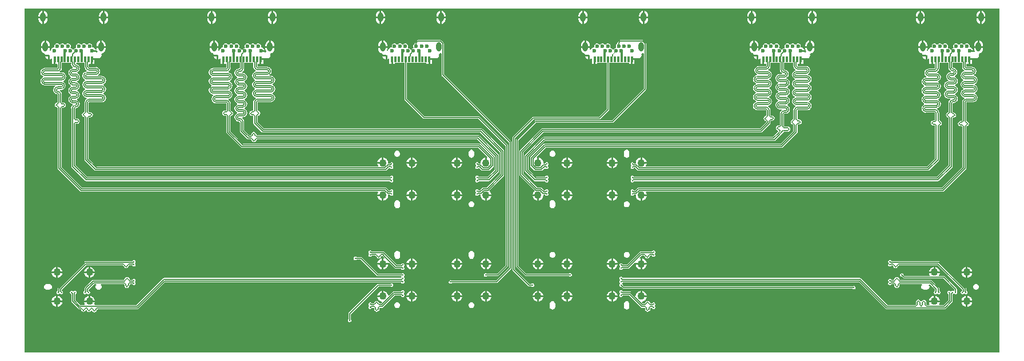
<source format=gbr>
%TF.GenerationSoftware,Altium Limited,Altium Designer,22.5.1 (42)*%
G04 Layer_Physical_Order=8*
G04 Layer_Color=65280*
%FSLAX26Y26*%
%MOIN*%
%TF.SameCoordinates,16E36816-DCA1-4F18-AD40-64303467345E*%
%TF.FilePolarity,Positive*%
%TF.FileFunction,Copper,L8,Bot,Signal*%
%TF.Part,Single*%
G01*
G75*
%TA.AperFunction,Conductor*%
%ADD10C,0.005906*%
%ADD17C,0.005000*%
%ADD18C,0.011811*%
%TA.AperFunction,ComponentPad*%
%ADD20C,0.043307*%
%ADD21C,0.023622*%
%ADD22O,0.031496X0.055118*%
%TA.AperFunction,ViaPad*%
%ADD23C,0.011811*%
%TA.AperFunction,ConnectorPad*%
%ADD25R,0.011811X0.035433*%
%TA.AperFunction,Conductor*%
%ADD26C,0.003937*%
G36*
X6978028Y1191298D02*
X1289723D01*
Y3200465D01*
X6978028D01*
Y1191298D01*
D02*
G37*
%LPC*%
G36*
X6874685Y3186729D02*
Y3154607D01*
X6895655D01*
Y3161417D01*
X6894770Y3168139D01*
X6892175Y3174402D01*
X6888048Y3179781D01*
X6882670Y3183908D01*
X6876406Y3186503D01*
X6874685Y3186729D01*
D02*
G37*
G36*
X6864685Y3186729D02*
X6862963Y3186503D01*
X6856699Y3183908D01*
X6851321Y3179781D01*
X6847194Y3174402D01*
X6844599Y3168139D01*
X6843714Y3161417D01*
Y3154607D01*
X6864685D01*
Y3186729D01*
D02*
G37*
G36*
X3725078Y3186729D02*
Y3154607D01*
X3746048D01*
Y3161417D01*
X3745164Y3168139D01*
X3742569Y3174402D01*
X3738442Y3179781D01*
X3733063Y3183908D01*
X3726800Y3186503D01*
X3725078Y3186729D01*
D02*
G37*
G36*
X3715078Y3186729D02*
X3713357Y3186503D01*
X3707093Y3183908D01*
X3701715Y3179781D01*
X3697587Y3174402D01*
X3694993Y3168139D01*
X3694108Y3161417D01*
Y3154607D01*
X3715078D01*
Y3186729D01*
D02*
G37*
G36*
X6521141Y3186729D02*
Y3154606D01*
X6542111D01*
Y3161417D01*
X6541226Y3168139D01*
X6538632Y3174402D01*
X6534505Y3179781D01*
X6529126Y3183908D01*
X6522863Y3186503D01*
X6521141Y3186729D01*
D02*
G37*
G36*
X5536889D02*
Y3154606D01*
X5557859D01*
Y3161417D01*
X5556974Y3168139D01*
X5554380Y3174402D01*
X5550253Y3179781D01*
X5544874Y3183908D01*
X5538611Y3186503D01*
X5536889Y3186729D01*
D02*
G37*
G36*
X4552637D02*
Y3154606D01*
X4573607D01*
Y3161417D01*
X4572722Y3168139D01*
X4570128Y3174402D01*
X4566001Y3179781D01*
X4560622Y3183908D01*
X4554359Y3186503D01*
X4552637Y3186729D01*
D02*
G37*
G36*
X6511141D02*
X6509419Y3186503D01*
X6503156Y3183908D01*
X6497777Y3179781D01*
X6493650Y3174402D01*
X6491056Y3168139D01*
X6490171Y3161417D01*
Y3154606D01*
X6511141D01*
Y3186729D01*
D02*
G37*
G36*
X5526889D02*
X5525167Y3186503D01*
X5518904Y3183908D01*
X5513525Y3179781D01*
X5509398Y3174402D01*
X5506804Y3168139D01*
X5505919Y3161417D01*
Y3154606D01*
X5526889D01*
Y3186729D01*
D02*
G37*
G36*
X4542637D02*
X4540916Y3186503D01*
X4534652Y3183908D01*
X4529273Y3179781D01*
X4525146Y3174402D01*
X4522552Y3168139D01*
X4521667Y3161417D01*
Y3154606D01*
X4542637D01*
Y3186729D01*
D02*
G37*
G36*
X3371535Y3186729D02*
Y3154606D01*
X3392505D01*
Y3161417D01*
X3391620Y3168139D01*
X3389026Y3174402D01*
X3384898Y3179781D01*
X3379520Y3183908D01*
X3373256Y3186503D01*
X3371535Y3186729D01*
D02*
G37*
G36*
X2740826D02*
Y3154606D01*
X2761796D01*
Y3161417D01*
X2760912Y3168139D01*
X2758317Y3174402D01*
X2754190Y3179781D01*
X2748811Y3183908D01*
X2742548Y3186503D01*
X2740826Y3186729D01*
D02*
G37*
G36*
X2387283D02*
Y3154606D01*
X2408253D01*
Y3161417D01*
X2407368Y3168139D01*
X2404774Y3174402D01*
X2400646Y3179781D01*
X2395268Y3183908D01*
X2389004Y3186503D01*
X2387283Y3186729D01*
D02*
G37*
G36*
X1756574D02*
Y3154606D01*
X1777544D01*
Y3161417D01*
X1776659Y3168139D01*
X1774065Y3174402D01*
X1769938Y3179781D01*
X1764559Y3183908D01*
X1758296Y3186503D01*
X1756574Y3186729D01*
D02*
G37*
G36*
X1403031D02*
Y3154606D01*
X1424001D01*
Y3161417D01*
X1423116Y3168139D01*
X1420522Y3174402D01*
X1416395Y3179781D01*
X1411016Y3183908D01*
X1404752Y3186503D01*
X1403031Y3186729D01*
D02*
G37*
G36*
X3361535Y3186729D02*
X3359813Y3186503D01*
X3353550Y3183908D01*
X3348171Y3179781D01*
X3344044Y3174402D01*
X3341450Y3168139D01*
X3340565Y3161417D01*
Y3154606D01*
X3361535D01*
Y3186729D01*
D02*
G37*
G36*
X1393031D02*
X1391309Y3186503D01*
X1385046Y3183908D01*
X1379667Y3179781D01*
X1375540Y3174402D01*
X1372946Y3168139D01*
X1372061Y3161417D01*
Y3154606D01*
X1393031D01*
Y3186729D01*
D02*
G37*
G36*
X2730826D02*
X2729105Y3186503D01*
X2722841Y3183908D01*
X2717463Y3179781D01*
X2713335Y3174402D01*
X2710741Y3168139D01*
X2709856Y3161417D01*
Y3154606D01*
X2730826D01*
Y3186729D01*
D02*
G37*
G36*
X2377283D02*
X2375561Y3186503D01*
X2369298Y3183908D01*
X2363919Y3179781D01*
X2359792Y3174402D01*
X2357198Y3168139D01*
X2356313Y3161417D01*
Y3154606D01*
X2377283D01*
Y3186729D01*
D02*
G37*
G36*
X1746574D02*
X1744853Y3186503D01*
X1738589Y3183908D01*
X1733210Y3179781D01*
X1729083Y3174402D01*
X1726489Y3168139D01*
X1725604Y3161417D01*
Y3154606D01*
X1746574D01*
Y3186729D01*
D02*
G37*
G36*
X5890432Y3186729D02*
Y3154606D01*
X5911403D01*
Y3161417D01*
X5910518Y3168139D01*
X5907923Y3174402D01*
X5903796Y3179781D01*
X5898418Y3183908D01*
X5892154Y3186503D01*
X5890432Y3186729D01*
D02*
G37*
G36*
X4906180D02*
Y3154606D01*
X4927151D01*
Y3161417D01*
X4926266Y3168139D01*
X4923671Y3174402D01*
X4919544Y3179781D01*
X4914166Y3183908D01*
X4907902Y3186503D01*
X4906180Y3186729D01*
D02*
G37*
G36*
X5880432Y3186729D02*
X5878711Y3186503D01*
X5872447Y3183908D01*
X5867069Y3179781D01*
X5862942Y3174402D01*
X5860347Y3168139D01*
X5859462Y3161417D01*
Y3154606D01*
X5880432D01*
Y3186729D01*
D02*
G37*
G36*
X4896180D02*
X4894459Y3186503D01*
X4888195Y3183908D01*
X4882817Y3179781D01*
X4878690Y3174402D01*
X4876095Y3168139D01*
X4875210Y3161417D01*
Y3154606D01*
X4896180D01*
Y3186729D01*
D02*
G37*
G36*
X6895655Y3144607D02*
X6874685D01*
Y3112483D01*
X6876406Y3112710D01*
X6882670Y3115304D01*
X6888048Y3119432D01*
X6892175Y3124810D01*
X6894770Y3131074D01*
X6895655Y3137795D01*
Y3144607D01*
D02*
G37*
G36*
X5880432Y3144606D02*
X5859462D01*
Y3137795D01*
X5860347Y3131074D01*
X5862942Y3124810D01*
X5867069Y3119432D01*
X5872447Y3115304D01*
X5878711Y3112710D01*
X5880432Y3112483D01*
Y3144606D01*
D02*
G37*
G36*
X4896180D02*
X4875210D01*
Y3137795D01*
X4876095Y3131074D01*
X4878690Y3124810D01*
X4882817Y3119432D01*
X4888195Y3115304D01*
X4894459Y3112710D01*
X4896180Y3112483D01*
Y3144606D01*
D02*
G37*
G36*
X3746048Y3144607D02*
X3725078D01*
Y3112483D01*
X3726800Y3112710D01*
X3733063Y3115304D01*
X3738442Y3119432D01*
X3742569Y3124810D01*
X3745164Y3131074D01*
X3746048Y3137795D01*
Y3144607D01*
D02*
G37*
G36*
X2377283Y3144606D02*
X2356313D01*
Y3137795D01*
X2357198Y3131074D01*
X2359792Y3124810D01*
X2363919Y3119432D01*
X2369298Y3115304D01*
X2375561Y3112710D01*
X2377283Y3112483D01*
Y3144606D01*
D02*
G37*
G36*
X1746574D02*
X1725604D01*
Y3137795D01*
X1726489Y3131074D01*
X1729083Y3124810D01*
X1733210Y3119432D01*
X1738589Y3115304D01*
X1744853Y3112710D01*
X1746574Y3112483D01*
Y3144606D01*
D02*
G37*
G36*
X1393031D02*
X1372061D01*
Y3137795D01*
X1372946Y3131074D01*
X1375540Y3124810D01*
X1379667Y3119432D01*
X1385046Y3115304D01*
X1391309Y3112710D01*
X1393031Y3112483D01*
Y3144606D01*
D02*
G37*
G36*
X3361535D02*
X3340565D01*
Y3137795D01*
X3341450Y3131074D01*
X3344044Y3124810D01*
X3348171Y3119432D01*
X3353550Y3115304D01*
X3359813Y3112710D01*
X3361535Y3112483D01*
Y3144606D01*
D02*
G37*
G36*
X2730826D02*
X2709856D01*
Y3137795D01*
X2710741Y3131074D01*
X2713335Y3124810D01*
X2717463Y3119432D01*
X2722841Y3115304D01*
X2729105Y3112710D01*
X2730826Y3112483D01*
Y3144606D01*
D02*
G37*
G36*
X6542111Y3144606D02*
X6521141D01*
Y3112483D01*
X6522863Y3112710D01*
X6529126Y3115304D01*
X6534505Y3119432D01*
X6538632Y3124810D01*
X6541226Y3131074D01*
X6542111Y3137795D01*
Y3144606D01*
D02*
G37*
G36*
X5557859D02*
X5536889D01*
Y3112483D01*
X5538611Y3112710D01*
X5544874Y3115304D01*
X5550253Y3119432D01*
X5554380Y3124810D01*
X5556974Y3131074D01*
X5557859Y3137795D01*
Y3144606D01*
D02*
G37*
G36*
X4573607D02*
X4552637D01*
Y3112483D01*
X4554359Y3112710D01*
X4560622Y3115304D01*
X4566001Y3119432D01*
X4570128Y3124810D01*
X4572722Y3131074D01*
X4573607Y3137795D01*
Y3144606D01*
D02*
G37*
G36*
X6511141D02*
X6490171D01*
Y3137795D01*
X6491056Y3131074D01*
X6493650Y3124810D01*
X6497777Y3119432D01*
X6503156Y3115304D01*
X6509419Y3112710D01*
X6511141Y3112483D01*
Y3144606D01*
D02*
G37*
G36*
X5526889D02*
X5505919D01*
Y3137795D01*
X5506804Y3131074D01*
X5509398Y3124810D01*
X5513525Y3119432D01*
X5518904Y3115304D01*
X5525167Y3112710D01*
X5526889Y3112483D01*
Y3144606D01*
D02*
G37*
G36*
X4542637D02*
X4521667D01*
Y3137795D01*
X4522552Y3131074D01*
X4525146Y3124810D01*
X4529273Y3119432D01*
X4534652Y3115304D01*
X4540916Y3112710D01*
X4542637Y3112483D01*
Y3144606D01*
D02*
G37*
G36*
X2761796Y3144606D02*
X2740826D01*
Y3112483D01*
X2742548Y3112710D01*
X2748811Y3115304D01*
X2754190Y3119432D01*
X2758317Y3124810D01*
X2760912Y3131074D01*
X2761796Y3137795D01*
Y3144606D01*
D02*
G37*
G36*
X3392505D02*
X3371535D01*
Y3112483D01*
X3373256Y3112710D01*
X3379520Y3115304D01*
X3384898Y3119432D01*
X3389026Y3124810D01*
X3391620Y3131074D01*
X3392505Y3137795D01*
Y3144606D01*
D02*
G37*
G36*
X2408253D02*
X2387283D01*
Y3112483D01*
X2389004Y3112710D01*
X2395268Y3115304D01*
X2400646Y3119432D01*
X2404774Y3124810D01*
X2407368Y3131074D01*
X2408253Y3137795D01*
Y3144606D01*
D02*
G37*
G36*
X1777544D02*
X1756574D01*
Y3112483D01*
X1758296Y3112710D01*
X1764559Y3115304D01*
X1769938Y3119432D01*
X1774065Y3124810D01*
X1776659Y3131074D01*
X1777544Y3137795D01*
Y3144606D01*
D02*
G37*
G36*
X1424001D02*
X1403031D01*
Y3112483D01*
X1404752Y3112710D01*
X1411016Y3115304D01*
X1416395Y3119432D01*
X1420522Y3124810D01*
X1423116Y3131074D01*
X1424001Y3137795D01*
Y3144606D01*
D02*
G37*
G36*
X3715078Y3144607D02*
X3694108D01*
Y3137795D01*
X3694993Y3131074D01*
X3697587Y3124810D01*
X3701715Y3119432D01*
X3707093Y3115304D01*
X3713357Y3112710D01*
X3715078Y3112483D01*
Y3144607D01*
D02*
G37*
G36*
X4927151Y3144606D02*
X4906180D01*
Y3112483D01*
X4907902Y3112710D01*
X4914166Y3115304D01*
X4919544Y3119432D01*
X4923671Y3124810D01*
X4926266Y3131074D01*
X4927151Y3137795D01*
Y3144606D01*
D02*
G37*
G36*
X5911403D02*
X5890432D01*
Y3112483D01*
X5892154Y3112710D01*
X5898418Y3115304D01*
X5903796Y3119432D01*
X5907923Y3124810D01*
X5910518Y3131074D01*
X5911403Y3137795D01*
Y3144606D01*
D02*
G37*
G36*
X6864685Y3144607D02*
X6843714D01*
Y3137795D01*
X6844599Y3131074D01*
X6847194Y3124810D01*
X6851321Y3119432D01*
X6856699Y3115304D01*
X6862963Y3112710D01*
X6864685Y3112483D01*
Y3144607D01*
D02*
G37*
G36*
X6860511Y3013501D02*
Y2981378D01*
X6881481D01*
Y2988189D01*
X6880596Y2994911D01*
X6878002Y3001174D01*
X6873875Y3006553D01*
X6868496Y3010680D01*
X6862233Y3013274D01*
X6860511Y3013501D01*
D02*
G37*
G36*
X6535314D02*
Y2981378D01*
X6556285D01*
Y2988189D01*
X6555400Y2994911D01*
X6552805Y3001174D01*
X6548678Y3006553D01*
X6543300Y3010680D01*
X6537036Y3013274D01*
X6535314Y3013501D01*
D02*
G37*
G36*
X5876259D02*
Y2981378D01*
X5897229D01*
Y2988189D01*
X5896345Y2994911D01*
X5893750Y3001174D01*
X5889623Y3006553D01*
X5884244Y3010680D01*
X5877981Y3013274D01*
X5876259Y3013501D01*
D02*
G37*
G36*
X5551062D02*
Y2981378D01*
X5572033D01*
Y2988189D01*
X5571148Y2994911D01*
X5568553Y3001174D01*
X5564426Y3006553D01*
X5559047Y3010680D01*
X5552784Y3013274D01*
X5551062Y3013501D01*
D02*
G37*
G36*
X4566810D02*
Y2981378D01*
X4587781D01*
Y2988189D01*
X4586896Y2994911D01*
X4584301Y3001174D01*
X4580174Y3006553D01*
X4574796Y3010680D01*
X4568532Y3013274D01*
X4566810Y3013501D01*
D02*
G37*
G36*
X1417204D02*
Y2981378D01*
X1438174D01*
Y2988189D01*
X1437289Y2994911D01*
X1434695Y3001174D01*
X1430568Y3006553D01*
X1425189Y3010680D01*
X1418926Y3013274D01*
X1417204Y3013501D01*
D02*
G37*
G36*
X6850511D02*
X6848790Y3013274D01*
X6842526Y3010680D01*
X6837148Y3006553D01*
X6833020Y3001174D01*
X6830426Y2994911D01*
X6829541Y2988189D01*
Y2981378D01*
X6850511D01*
Y3013501D01*
D02*
G37*
G36*
X1407204D02*
X1405483Y3013274D01*
X1399219Y3010680D01*
X1393840Y3006553D01*
X1389713Y3001174D01*
X1387119Y2994911D01*
X1386234Y2988189D01*
Y2981378D01*
X1407204D01*
Y3013501D01*
D02*
G37*
G36*
X6525314D02*
X6523593Y3013274D01*
X6517329Y3010680D01*
X6511951Y3006553D01*
X6507824Y3001174D01*
X6505229Y2994911D01*
X6504344Y2988189D01*
Y2981378D01*
X6525314D01*
Y3013501D01*
D02*
G37*
G36*
X5866259D02*
X5864538Y3013274D01*
X5858274Y3010680D01*
X5852895Y3006553D01*
X5848768Y3001174D01*
X5846174Y2994911D01*
X5845289Y2988189D01*
Y2981378D01*
X5866259D01*
Y3013501D01*
D02*
G37*
G36*
X5541062D02*
X5539341Y3013274D01*
X5533077Y3010680D01*
X5527699Y3006553D01*
X5523572Y3001174D01*
X5520977Y2994911D01*
X5520092Y2988189D01*
Y2981378D01*
X5541062D01*
Y3013501D01*
D02*
G37*
G36*
X4556810D02*
X4555089Y3013274D01*
X4548825Y3010680D01*
X4543447Y3006553D01*
X4539319Y3001174D01*
X4536725Y2994911D01*
X4535840Y2988189D01*
Y2981378D01*
X4556810D01*
Y3013501D01*
D02*
G37*
G36*
X2726653Y3013501D02*
Y2981378D01*
X2747623D01*
Y2988189D01*
X2746738Y2994911D01*
X2744144Y3001174D01*
X2740017Y3006553D01*
X2734638Y3010680D01*
X2728374Y3013274D01*
X2726653Y3013501D01*
D02*
G37*
G36*
X2401456D02*
Y2981378D01*
X2422426D01*
Y2988189D01*
X2421541Y2994911D01*
X2418947Y3001174D01*
X2414820Y3006553D01*
X2409441Y3010680D01*
X2403178Y3013274D01*
X2401456Y3013501D01*
D02*
G37*
G36*
X1742401D02*
Y2981378D01*
X1763371D01*
Y2988189D01*
X1762486Y2994911D01*
X1759892Y3001174D01*
X1755765Y3006553D01*
X1750386Y3010680D01*
X1744122Y3013274D01*
X1742401Y3013501D01*
D02*
G37*
G36*
X3385708D02*
Y2981378D01*
X3406678D01*
Y2988189D01*
X3405793Y2994911D01*
X3403199Y3001174D01*
X3399072Y3006553D01*
X3393693Y3010680D01*
X3387430Y3013274D01*
X3385708Y3013501D01*
D02*
G37*
G36*
X2716653Y3013501D02*
X2714931Y3013274D01*
X2708668Y3010680D01*
X2703289Y3006553D01*
X2699162Y3001174D01*
X2696568Y2994911D01*
X2695683Y2988189D01*
Y2981378D01*
X2716653D01*
Y3013501D01*
D02*
G37*
G36*
X2391456D02*
X2389735Y3013274D01*
X2383471Y3010680D01*
X2378092Y3006553D01*
X2373965Y3001174D01*
X2371371Y2994911D01*
X2370486Y2988189D01*
Y2981378D01*
X2391456D01*
Y3013501D01*
D02*
G37*
G36*
X1732401D02*
X1730679Y3013274D01*
X1724416Y3010680D01*
X1719037Y3006553D01*
X1714910Y3001174D01*
X1712316Y2994911D01*
X1711431Y2988189D01*
Y2981378D01*
X1732401D01*
Y3013501D01*
D02*
G37*
G36*
X3375708D02*
X3373986Y3013274D01*
X3367723Y3010680D01*
X3362344Y3006553D01*
X3358217Y3001174D01*
X3355623Y2994911D01*
X3354738Y2988189D01*
Y2981378D01*
X3375708D01*
Y3013501D01*
D02*
G37*
G36*
X6727581Y2996654D02*
X6721237D01*
X6715377Y2994226D01*
X6710891Y2989741D01*
X6708464Y2983880D01*
Y2977537D01*
X6709971Y2973898D01*
X6707203Y2969014D01*
X6707042Y2968898D01*
X6705528D01*
X6699740Y2966500D01*
X6695747Y2962506D01*
X6692913Y2962270D01*
X6690079Y2962506D01*
X6686085Y2966500D01*
X6680297Y2968898D01*
X6678783D01*
X6678622Y2969014D01*
X6675854Y2973898D01*
X6677362Y2977537D01*
Y2983880D01*
X6674934Y2989741D01*
X6670449Y2994226D01*
X6664588Y2996654D01*
X6658245D01*
X6652385Y2994226D01*
X6648421Y2990262D01*
X6645763Y2989936D01*
X6642684Y2990216D01*
X6638841Y2994059D01*
X6633053Y2996457D01*
X6626788D01*
X6621000Y2994059D01*
X6617006Y2990065D01*
X6614173Y2989829D01*
X6611339Y2990065D01*
X6607345Y2994059D01*
X6601557Y2996457D01*
X6595292D01*
X6589504Y2994059D01*
X6585074Y2989629D01*
X6582677Y2983841D01*
Y2977576D01*
X6580929Y2974961D01*
X6578338D01*
X6570322Y2971640D01*
X6564186Y2965505D01*
X6560866Y2957488D01*
X6557341Y2955561D01*
X6555400Y2957845D01*
X6556285Y2964567D01*
Y2971378D01*
X6530314D01*
Y2976378D01*
D01*
Y2971378D01*
X6504344D01*
Y2964567D01*
X6505229Y2957845D01*
X6507824Y2951582D01*
X6511951Y2946203D01*
X6517329Y2942076D01*
X6523593Y2939482D01*
X6525907Y2939177D01*
X6529059Y2933719D01*
X6528578Y2932559D01*
X6551181D01*
Y2927559D01*
X6556181D01*
Y2904957D01*
X6564093Y2908234D01*
X6564120Y2908261D01*
X6568740Y2906348D01*
Y2877795D01*
X6579645D01*
Y2905512D01*
X6589645D01*
Y2877795D01*
X6600551D01*
X6602130Y2873449D01*
Y2851437D01*
X6601811D01*
X6601632Y2851006D01*
X6601202Y2850827D01*
Y2850509D01*
X6565824D01*
Y2850861D01*
X6556116Y2848930D01*
X6547885Y2843431D01*
X6542386Y2835200D01*
X6540455Y2825492D01*
X6542386Y2815784D01*
X6547885Y2807553D01*
X6551004Y2805470D01*
X6550509Y2799787D01*
X6548771Y2798972D01*
Y2798972D01*
X6539063Y2797041D01*
X6530833Y2791541D01*
X6525333Y2783311D01*
X6523402Y2773602D01*
X6525333Y2763894D01*
X6530833Y2755664D01*
X6538965Y2750230D01*
X6539063Y2749670D01*
Y2745646D01*
X6538965Y2745086D01*
X6530833Y2739652D01*
X6525333Y2731421D01*
X6523402Y2721713D01*
X6525333Y2712005D01*
X6530833Y2703774D01*
X6538965Y2698340D01*
X6539063Y2697780D01*
Y2693756D01*
X6538965Y2693196D01*
X6530833Y2687762D01*
X6525333Y2679532D01*
X6523402Y2669823D01*
X6525333Y2660115D01*
X6530833Y2651885D01*
X6538965Y2646450D01*
X6539063Y2645891D01*
Y2641866D01*
X6538965Y2641307D01*
X6530833Y2635872D01*
X6525333Y2627642D01*
X6523402Y2617934D01*
X6525333Y2608225D01*
X6530833Y2599995D01*
X6539063Y2594495D01*
X6548771Y2592564D01*
Y2592917D01*
X6601202D01*
Y2592598D01*
X6601632Y2592420D01*
X6601811Y2591989D01*
X6602130D01*
Y2547950D01*
X6601811D01*
X6601632Y2547519D01*
X6601202Y2547340D01*
Y2547022D01*
X6592884D01*
Y2547178D01*
X6587093Y2546026D01*
X6582183Y2542745D01*
X6578903Y2537836D01*
X6577750Y2532045D01*
Y2532044D01*
Y2532044D01*
X6577751D01*
X6578903Y2526253D01*
X6582183Y2521343D01*
X6587093Y2518063D01*
X6592884Y2516911D01*
Y2517067D01*
X6601202D01*
Y2516748D01*
X6601632Y2516570D01*
X6601811Y2516139D01*
X6602130D01*
Y2324662D01*
X6555358Y2277891D01*
X4921611D01*
X4920621Y2277694D01*
X4917695D01*
X4914809Y2282694D01*
X4917292Y2286995D01*
X4919226Y2294213D01*
X4887795D01*
Y2299213D01*
X4882795D01*
Y2330643D01*
X4875578Y2328709D01*
X4868360Y2324542D01*
X4862466Y2318648D01*
X4858299Y2311430D01*
X4856142Y2303380D01*
Y2295509D01*
X4845568D01*
X4844171Y2298882D01*
X4841402Y2301651D01*
X4837785Y2303150D01*
X4833869D01*
X4830252Y2301651D01*
X4827483Y2298882D01*
X4825984Y2295265D01*
Y2291349D01*
X4827483Y2287732D01*
X4828544Y2286671D01*
X4829708Y2283465D01*
X4828544Y2280258D01*
X4827483Y2279197D01*
X4825984Y2275580D01*
Y2271664D01*
X4827483Y2268047D01*
X4830252Y2265278D01*
X4833869Y2263780D01*
X4837785D01*
X4841402Y2265278D01*
X4844171Y2268047D01*
X4845568Y2271420D01*
X4851089D01*
X4866847Y2255663D01*
X4869126Y2254140D01*
X4871814Y2253605D01*
X4925572D01*
X4926562Y2253802D01*
X6562426D01*
X6565114Y2254337D01*
X6567393Y2255860D01*
X6624161Y2312627D01*
X6625684Y2314906D01*
X6626218Y2317594D01*
Y2496453D01*
Y2511469D01*
X6627112Y2515907D01*
X6627146Y2515921D01*
Y2515941D01*
X6627148Y2516084D01*
X6632939Y2517236D01*
X6637848Y2520517D01*
X6641129Y2525426D01*
X6642281Y2531217D01*
Y2531217D01*
Y2531218D01*
X6642281D01*
X6641129Y2537009D01*
X6637848Y2541918D01*
X6632939Y2545199D01*
X6627148Y2546351D01*
X6627146Y2546494D01*
Y2546514D01*
X6627112Y2546528D01*
X6626218Y2550966D01*
Y2591989D01*
X6626571D01*
X6624640Y2601697D01*
X6619140Y2609928D01*
X6613303Y2613828D01*
X6614359Y2619136D01*
X6620916Y2620440D01*
X6629147Y2625940D01*
X6634646Y2634170D01*
X6636577Y2643878D01*
X6634646Y2653587D01*
X6629147Y2661817D01*
X6621014Y2667251D01*
X6620916Y2667811D01*
Y2671835D01*
X6621014Y2672395D01*
X6629147Y2677829D01*
X6634646Y2686060D01*
X6636577Y2695768D01*
X6634646Y2705477D01*
X6629147Y2713707D01*
X6621014Y2719141D01*
X6620916Y2719701D01*
Y2723725D01*
X6621014Y2724285D01*
X6629147Y2729719D01*
X6634646Y2737949D01*
X6636577Y2747658D01*
X6634646Y2757366D01*
X6629147Y2765597D01*
X6621014Y2771031D01*
X6620916Y2771590D01*
Y2775615D01*
X6621014Y2776174D01*
X6629147Y2781608D01*
X6634646Y2789839D01*
X6636577Y2799547D01*
X6634646Y2809256D01*
X6629147Y2817486D01*
X6620916Y2822985D01*
X6614359Y2824290D01*
X6613303Y2829598D01*
X6619140Y2833498D01*
X6624640Y2841729D01*
X6626571Y2851437D01*
X6626218D01*
Y2883858D01*
X6633661D01*
Y2883661D01*
X6673425D01*
Y2883858D01*
X6680870D01*
Y2855835D01*
X6680517D01*
X6682448Y2846127D01*
X6687948Y2837896D01*
X6693835Y2833962D01*
X6693594Y2832656D01*
X6692048Y2829143D01*
X6683205Y2827384D01*
X6674974Y2821884D01*
X6669475Y2813654D01*
X6667544Y2803945D01*
X6669475Y2794237D01*
X6674974Y2786007D01*
X6680710Y2782174D01*
X6680515Y2780642D01*
X6679113Y2777228D01*
X6670395Y2775494D01*
X6662165Y2769995D01*
X6656666Y2761764D01*
X6654734Y2752056D01*
X6656666Y2742347D01*
X6662165Y2734117D01*
X6670298Y2728683D01*
X6670395Y2728123D01*
Y2724099D01*
X6670298Y2723539D01*
X6662165Y2718105D01*
X6656666Y2709875D01*
X6654734Y2700166D01*
X6656666Y2690458D01*
X6662165Y2682227D01*
X6670395Y2676728D01*
X6680104Y2674797D01*
Y2675149D01*
X6692318D01*
X6693835Y2670149D01*
X6687948Y2666215D01*
X6682448Y2657985D01*
X6680517Y2648277D01*
X6680870D01*
Y2599578D01*
X6679976Y2595140D01*
X6679941Y2595126D01*
Y2595107D01*
X6679940Y2594963D01*
X6674149Y2593811D01*
X6669240Y2590530D01*
X6665959Y2585621D01*
X6664807Y2579830D01*
Y2579829D01*
Y2579829D01*
X6664807D01*
X6665959Y2574038D01*
X6669240Y2569128D01*
X6674149Y2565848D01*
X6679940Y2564696D01*
X6679941Y2564552D01*
Y2564533D01*
X6679976Y2564519D01*
X6680870Y2560081D01*
Y2286277D01*
X6611362Y2216769D01*
X4845568D01*
X4844171Y2220142D01*
X4841402Y2222911D01*
X4837785Y2224410D01*
X4833869D01*
X4830252Y2222911D01*
X4827483Y2220142D01*
X4825984Y2216525D01*
Y2212609D01*
X4827483Y2208992D01*
X4828544Y2207931D01*
X4829708Y2204724D01*
X4828544Y2201518D01*
X4827483Y2200457D01*
X4825984Y2196840D01*
Y2192924D01*
X4827483Y2189307D01*
X4830252Y2186538D01*
X4833869Y2185039D01*
X4837785D01*
X4841402Y2186538D01*
X4844171Y2189307D01*
X4845568Y2192680D01*
X6618430D01*
X6621118Y2193215D01*
X6623397Y2194738D01*
X6702901Y2274241D01*
X6704424Y2276520D01*
X6704958Y2279209D01*
Y2543620D01*
Y2560660D01*
X6708885Y2563251D01*
D01*
X6714676Y2564403D01*
X6719586Y2567683D01*
X6722867Y2572593D01*
X6724019Y2578384D01*
Y2578384D01*
Y2578384D01*
X6724019D01*
X6722867Y2584175D01*
X6719586Y2589085D01*
X6714676Y2592365D01*
X6708885Y2593517D01*
Y2593517D01*
X6704958Y2596108D01*
Y2647519D01*
X6709406Y2648852D01*
Y2648852D01*
X6719114Y2650783D01*
X6727345Y2656283D01*
X6732844Y2664513D01*
X6734775Y2674222D01*
X6732844Y2683930D01*
X6727345Y2692160D01*
X6719212Y2697594D01*
X6719114Y2698154D01*
Y2702178D01*
X6719212Y2702738D01*
X6727345Y2708172D01*
X6732844Y2716403D01*
X6734775Y2726111D01*
X6732844Y2735820D01*
X6727345Y2744050D01*
X6719175Y2749509D01*
X6719103Y2749901D01*
X6718973Y2753956D01*
X6719088Y2754653D01*
X6727184Y2760062D01*
X6732683Y2768292D01*
X6734614Y2778001D01*
X6732683Y2787709D01*
X6727184Y2795939D01*
X6718953Y2801439D01*
X6716992Y2801829D01*
X6716498Y2803465D01*
X6716464Y2807032D01*
X6723826Y2811952D01*
X6729326Y2820182D01*
X6731257Y2829890D01*
X6729326Y2839599D01*
X6723826Y2847829D01*
X6715596Y2853329D01*
X6705887Y2855260D01*
X6704958Y2859875D01*
Y2883858D01*
X6712401D01*
Y2883661D01*
X6752165D01*
Y2883858D01*
X6759610D01*
Y2861179D01*
X6759257D01*
X6761188Y2851471D01*
X6766688Y2843241D01*
X6772838Y2839131D01*
X6771782Y2833823D01*
X6766277Y2832728D01*
X6758047Y2827229D01*
X6752547Y2818998D01*
X6750616Y2809290D01*
X6752547Y2799581D01*
X6758047Y2791351D01*
X6766179Y2785917D01*
X6766277Y2785357D01*
Y2781333D01*
X6766179Y2780773D01*
X6758047Y2775339D01*
X6752547Y2767109D01*
X6750616Y2757400D01*
X6752547Y2747692D01*
X6758047Y2739461D01*
X6766179Y2734027D01*
X6766277Y2733468D01*
Y2729443D01*
X6766179Y2728883D01*
X6758047Y2723449D01*
X6752547Y2715219D01*
X6750616Y2705511D01*
X6752547Y2695802D01*
X6758047Y2687572D01*
X6766277Y2682072D01*
X6771782Y2680977D01*
X6772838Y2675669D01*
X6766688Y2671560D01*
X6761188Y2663329D01*
X6759257Y2653621D01*
X6759610D01*
Y2619703D01*
Y2563475D01*
Y2544363D01*
X6759291D01*
X6759113Y2543932D01*
X6758682Y2543754D01*
Y2543435D01*
X6750364D01*
Y2543591D01*
X6744573Y2542439D01*
X6739663Y2539159D01*
X6736383Y2534249D01*
X6735231Y2528458D01*
Y2528458D01*
Y2528458D01*
X6735231D01*
X6736383Y2522667D01*
X6739663Y2517757D01*
X6744573Y2514477D01*
X6750364Y2513325D01*
Y2513481D01*
X6758682D01*
Y2513162D01*
X6759113Y2512983D01*
X6759291Y2512552D01*
X6759610D01*
Y2509599D01*
Y2274465D01*
X6640988Y2155844D01*
X4871814D01*
X4869126Y2155309D01*
X4866847Y2153786D01*
X4851089Y2138029D01*
X4845568D01*
X4844171Y2141402D01*
X4841402Y2144171D01*
X4837785Y2145669D01*
X4833869D01*
X4830252Y2144171D01*
X4827483Y2141402D01*
X4825984Y2137785D01*
Y2133869D01*
X4827483Y2130251D01*
X4828544Y2129190D01*
X4829708Y2125984D01*
X4828544Y2122778D01*
X4827483Y2121717D01*
X4825984Y2118099D01*
Y2114184D01*
X4827483Y2110566D01*
X4830252Y2107798D01*
X4833869Y2106299D01*
X4837785D01*
X4841402Y2107798D01*
X4844171Y2110566D01*
X4845568Y2113940D01*
X4856142D01*
Y2106069D01*
X4858299Y2098018D01*
X4862466Y2090800D01*
X4868360Y2084907D01*
X4875578Y2080740D01*
X4882795Y2078806D01*
Y2110236D01*
X4887795D01*
Y2115236D01*
X4919226D01*
X4917292Y2122454D01*
X4914809Y2126755D01*
X4917695Y2131755D01*
X6648056D01*
X6650744Y2132289D01*
X6653023Y2133812D01*
X6781641Y2262430D01*
X6783164Y2264709D01*
X6783699Y2267397D01*
Y2493110D01*
Y2508126D01*
X6784592Y2512564D01*
X6784627Y2512578D01*
Y2512600D01*
X6784628Y2512741D01*
X6790419Y2513893D01*
X6795328Y2517174D01*
X6798609Y2522083D01*
X6799761Y2527874D01*
Y2527874D01*
Y2527875D01*
X6799761D01*
X6798609Y2533666D01*
X6795328Y2538575D01*
X6790419Y2541856D01*
X6784628Y2543008D01*
X6784627Y2543149D01*
Y2543171D01*
X6784592Y2543185D01*
X6783699Y2547623D01*
Y2570779D01*
Y2619703D01*
Y2653621D01*
X6784017D01*
X6784196Y2654052D01*
X6784627Y2654230D01*
Y2654549D01*
X6825521D01*
Y2654197D01*
X6835230Y2656128D01*
X6843460Y2661627D01*
X6848959Y2669857D01*
X6850890Y2679566D01*
X6848959Y2689274D01*
X6843460Y2697505D01*
X6835327Y2702939D01*
X6835230Y2703499D01*
Y2707523D01*
X6835327Y2708082D01*
X6843460Y2713517D01*
X6848959Y2721747D01*
X6850890Y2731455D01*
X6848959Y2741164D01*
X6843460Y2749394D01*
X6835327Y2754828D01*
X6835230Y2755388D01*
Y2759412D01*
X6835327Y2759972D01*
X6843460Y2765406D01*
X6848959Y2773637D01*
X6850890Y2783345D01*
X6848959Y2793053D01*
X6843460Y2801284D01*
X6835230Y2806783D01*
X6830027Y2807818D01*
X6828971Y2813126D01*
X6835212Y2817296D01*
X6840711Y2825526D01*
X6842642Y2835235D01*
X6840711Y2844943D01*
X6835212Y2853173D01*
X6826981Y2858673D01*
X6817273Y2860604D01*
Y2860251D01*
X6784627D01*
Y2860570D01*
X6784196Y2860749D01*
X6784017Y2861179D01*
X6783699D01*
Y2873448D01*
X6785275Y2877795D01*
X6796181D01*
Y2905512D01*
X6801181D01*
Y2910512D01*
X6818639D01*
X6821496Y2912039D01*
X6822134Y2911612D01*
X6828740Y2910298D01*
X6840551D01*
X6847156Y2911612D01*
X6852756Y2915354D01*
X6856498Y2920954D01*
X6857811Y2927559D01*
X6856591Y2933696D01*
X6856641Y2934424D01*
X6859223Y2939086D01*
X6862233Y2939482D01*
X6868496Y2942076D01*
X6873875Y2946203D01*
X6878002Y2951582D01*
X6880596Y2957845D01*
X6881481Y2964567D01*
Y2971378D01*
X6855511D01*
X6829541D01*
Y2964567D01*
X6830426Y2957845D01*
X6833020Y2951582D01*
X6834000Y2950305D01*
X6831918Y2945903D01*
X6828471Y2945620D01*
X6826185Y2948150D01*
X6803149D01*
Y2958150D01*
X6824686D01*
X6821640Y2965505D01*
X6815504Y2971640D01*
X6807488Y2974961D01*
X6804897D01*
X6803149Y2977576D01*
Y2983841D01*
X6800752Y2989629D01*
X6796322Y2994059D01*
X6790533Y2996457D01*
X6784269D01*
X6778480Y2994059D01*
X6774487Y2990065D01*
X6771653Y2989829D01*
X6768819Y2990065D01*
X6764825Y2994059D01*
X6759037Y2996457D01*
X6752772D01*
X6746984Y2994059D01*
X6743141Y2990216D01*
X6740063Y2989936D01*
X6737405Y2990262D01*
X6733441Y2994226D01*
X6727581Y2996654D01*
D02*
G37*
G36*
X5743328D02*
X5736985D01*
X5731125Y2994226D01*
X5726639Y2989741D01*
X5724212Y2983880D01*
Y2977537D01*
X5725719Y2973898D01*
X5722951Y2969014D01*
X5722790Y2968898D01*
X5721276D01*
X5715488Y2966500D01*
X5711495Y2962506D01*
X5708661Y2962270D01*
X5705827Y2962506D01*
X5701833Y2966500D01*
X5696045Y2968898D01*
X5694531D01*
X5694370Y2969014D01*
X5691602Y2973898D01*
X5693110Y2977537D01*
Y2983880D01*
X5690682Y2989741D01*
X5686197Y2994226D01*
X5680336Y2996654D01*
X5673993D01*
X5668133Y2994226D01*
X5664169Y2990262D01*
X5661511Y2989936D01*
X5658432Y2990216D01*
X5654589Y2994059D01*
X5648801Y2996457D01*
X5642536D01*
X5636748Y2994059D01*
X5632754Y2990065D01*
X5629921Y2989829D01*
X5627087Y2990065D01*
X5623093Y2994059D01*
X5617305Y2996457D01*
X5611040D01*
X5605252Y2994059D01*
X5600822Y2989629D01*
X5598425Y2983841D01*
Y2977576D01*
X5596677Y2974961D01*
X5594086D01*
X5586070Y2971640D01*
X5579934Y2965505D01*
X5576614Y2957488D01*
X5573088Y2955561D01*
X5571148Y2957845D01*
X5572033Y2964567D01*
Y2971378D01*
X5546062D01*
X5520092D01*
Y2964567D01*
X5520977Y2957845D01*
X5523572Y2951582D01*
X5527699Y2946203D01*
X5533077Y2942076D01*
X5539341Y2939482D01*
X5541655Y2939177D01*
X5544806Y2933719D01*
X5544326Y2932559D01*
X5566928D01*
Y2927559D01*
X5571928D01*
Y2904957D01*
X5579841Y2908234D01*
X5579868Y2908261D01*
X5584488Y2906348D01*
Y2877795D01*
X5595393D01*
Y2905512D01*
X5605393D01*
Y2877795D01*
X5616298D01*
X5617877Y2873449D01*
Y2865642D01*
X5617559D01*
X5617380Y2865211D01*
X5616949Y2865032D01*
Y2864714D01*
X5574354D01*
Y2865066D01*
X5564645Y2863135D01*
X5556415Y2857636D01*
X5550916Y2849405D01*
X5548984Y2839697D01*
X5550916Y2829988D01*
X5556415Y2821758D01*
X5562604Y2817623D01*
X5561548Y2812315D01*
X5556171Y2811245D01*
X5547941Y2805746D01*
X5542441Y2797516D01*
X5540510Y2787807D01*
X5542441Y2778099D01*
X5547941Y2769869D01*
X5556074Y2764434D01*
X5556171Y2763875D01*
Y2759850D01*
X5556074Y2759291D01*
X5547941Y2753856D01*
X5542441Y2745626D01*
X5540510Y2735918D01*
X5542441Y2726209D01*
X5547941Y2717979D01*
X5556074Y2712545D01*
X5556171Y2711985D01*
Y2707961D01*
X5556074Y2707401D01*
X5547941Y2701967D01*
X5542441Y2693736D01*
X5540510Y2684028D01*
X5542441Y2674320D01*
X5547941Y2666089D01*
X5556074Y2660655D01*
X5556171Y2660095D01*
Y2656071D01*
X5556074Y2655511D01*
X5547941Y2650077D01*
X5542441Y2641847D01*
X5540510Y2632139D01*
X5542441Y2622430D01*
X5547941Y2614200D01*
X5556171Y2608700D01*
X5565880Y2606769D01*
Y2607122D01*
X5616949D01*
Y2606803D01*
X5617380Y2606625D01*
X5617559Y2606194D01*
X5617877D01*
Y2578865D01*
X5616984Y2574427D01*
X5616949Y2574413D01*
Y2574393D01*
X5616948Y2574250D01*
X5611157Y2573098D01*
X5606248Y2569818D01*
X5602967Y2564908D01*
X5601815Y2559117D01*
Y2559117D01*
Y2559116D01*
X5601815D01*
X5602967Y2553325D01*
X5606248Y2548416D01*
X5611157Y2545135D01*
X5616948Y2543983D01*
X5616949Y2543840D01*
Y2543820D01*
X5616984Y2543806D01*
X5617877Y2539368D01*
Y2537261D01*
X5580752Y2500135D01*
X4311589D01*
X4308901Y2499600D01*
X4306622Y2498077D01*
X4178891Y2370346D01*
X4177368Y2368067D01*
X4176833Y2365379D01*
Y2229306D01*
X4177368Y2226618D01*
X4178891Y2224339D01*
X4266191Y2137039D01*
X4265997Y2135565D01*
X4260104Y2129672D01*
X4255937Y2122454D01*
X4254003Y2115236D01*
X4285433D01*
Y2110236D01*
X4290433D01*
Y2078806D01*
X4297651Y2080740D01*
X4304869Y2084907D01*
X4310762Y2090800D01*
X4314929Y2098018D01*
X4317087Y2106069D01*
Y2113940D01*
X4327660D01*
X4329057Y2110566D01*
X4331826Y2107798D01*
X4335444Y2106299D01*
X4339359D01*
X4342977Y2107798D01*
X4345745Y2110566D01*
X4347244Y2114184D01*
Y2118099D01*
X4345745Y2121717D01*
X4344684Y2122778D01*
X4343521Y2125984D01*
X4344684Y2129190D01*
X4345745Y2130251D01*
X4347244Y2133869D01*
Y2137785D01*
X4345745Y2141402D01*
X4342977Y2144171D01*
X4339359Y2145669D01*
X4335444D01*
X4331826Y2144171D01*
X4329057Y2141402D01*
X4327660Y2138029D01*
X4322139D01*
X4306382Y2153786D01*
X4304103Y2155309D01*
X4301414Y2155844D01*
X4281453D01*
X4200922Y2236374D01*
Y2358311D01*
X4318657Y2476046D01*
X5587820D01*
X5590508Y2476581D01*
X5592787Y2478104D01*
X5627433Y2512749D01*
X5639909Y2525226D01*
X5641432Y2527504D01*
X5641966Y2530193D01*
Y2544528D01*
X5642285D01*
X5642463Y2544959D01*
X5642894Y2545137D01*
Y2545456D01*
X5651213D01*
Y2545300D01*
X5657004Y2546452D01*
X5661913Y2549733D01*
X5665194Y2554642D01*
X5666346Y2560433D01*
Y2560433D01*
Y2560434D01*
X5666346D01*
X5665194Y2566225D01*
X5661913Y2571134D01*
X5657004Y2574415D01*
X5651213Y2575567D01*
Y2575411D01*
X5642894D01*
Y2575729D01*
X5642463Y2575908D01*
X5642285Y2576339D01*
X5641966D01*
Y2606194D01*
X5642319D01*
X5640388Y2615902D01*
X5634888Y2624133D01*
X5628699Y2628268D01*
X5629755Y2633576D01*
X5635129Y2634645D01*
X5643359Y2640144D01*
X5648859Y2648375D01*
X5650790Y2658083D01*
X5648859Y2667792D01*
X5643359Y2676022D01*
X5635227Y2681456D01*
X5635129Y2682016D01*
Y2686040D01*
X5635227Y2686600D01*
X5643359Y2692034D01*
X5648859Y2700265D01*
X5650790Y2709973D01*
X5648859Y2719681D01*
X5643359Y2727912D01*
X5635227Y2733346D01*
X5635129Y2733906D01*
Y2737930D01*
X5635227Y2738490D01*
X5643359Y2743924D01*
X5648859Y2752154D01*
X5650790Y2761863D01*
X5648859Y2771571D01*
X5643359Y2779801D01*
X5635227Y2785235D01*
X5635129Y2785795D01*
Y2789819D01*
X5635227Y2790379D01*
X5643359Y2795813D01*
X5648859Y2804044D01*
X5650790Y2813752D01*
X5648859Y2823461D01*
X5643359Y2831691D01*
X5635129Y2837190D01*
X5629755Y2838259D01*
X5628699Y2843567D01*
X5634888Y2847703D01*
X5640388Y2855933D01*
X5642319Y2865642D01*
X5641966D01*
Y2883858D01*
X5649409D01*
Y2883661D01*
X5689173D01*
Y2883858D01*
X5696618D01*
Y2844948D01*
X5696265D01*
X5698196Y2835239D01*
X5703696Y2827009D01*
X5709583Y2823075D01*
X5708066Y2818075D01*
X5696146D01*
Y2818427D01*
X5686438Y2816496D01*
X5678207Y2810997D01*
X5672708Y2802767D01*
X5670777Y2793058D01*
X5672708Y2783350D01*
X5678207Y2775119D01*
X5686340Y2769685D01*
X5686437Y2769125D01*
Y2765101D01*
X5686340Y2764541D01*
X5678207Y2759107D01*
X5672708Y2750877D01*
X5670777Y2741169D01*
X5672708Y2731460D01*
X5678207Y2723230D01*
X5686340Y2717796D01*
X5686437Y2717236D01*
Y2713212D01*
X5686340Y2712652D01*
X5678207Y2707218D01*
X5672708Y2698987D01*
X5670777Y2689279D01*
X5672708Y2679570D01*
X5678207Y2671340D01*
X5686340Y2665906D01*
X5686437Y2665346D01*
Y2661322D01*
X5686340Y2660762D01*
X5678207Y2655328D01*
X5672708Y2647098D01*
X5670777Y2637389D01*
X5672708Y2627681D01*
X5678207Y2619450D01*
X5686438Y2613951D01*
X5696146Y2612020D01*
Y2612372D01*
X5708066D01*
X5709583Y2607372D01*
X5703696Y2603439D01*
X5698196Y2595208D01*
X5696265Y2585500D01*
X5696618D01*
Y2551582D01*
Y2518070D01*
X5696299D01*
X5696120Y2517639D01*
X5695690Y2517461D01*
Y2517142D01*
X5689578D01*
Y2517298D01*
X5683787Y2516146D01*
X5678877Y2512865D01*
X5675597Y2507956D01*
X5674445Y2502165D01*
Y2502165D01*
Y2502164D01*
X5674445D01*
X5675597Y2496373D01*
X5678877Y2491464D01*
X5683787Y2488183D01*
X5685420Y2487858D01*
X5687065Y2482433D01*
X5655752Y2451119D01*
X4318676D01*
X4315988Y2450585D01*
X4313709Y2449062D01*
X4208419Y2343771D01*
X4206896Y2341492D01*
X4206361Y2338804D01*
Y2254700D01*
X4206896Y2252012D01*
X4208419Y2249733D01*
X4263414Y2194738D01*
X4265693Y2193215D01*
X4268381Y2192680D01*
X4327660D01*
X4329057Y2189307D01*
X4331826Y2186538D01*
X4335444Y2185039D01*
X4339359D01*
X4342977Y2186538D01*
X4345745Y2189307D01*
X4347244Y2192924D01*
Y2196840D01*
X4345745Y2200457D01*
X4344684Y2201518D01*
X4343521Y2204724D01*
X4344684Y2207931D01*
X4345745Y2208992D01*
X4347244Y2212609D01*
Y2216525D01*
X4345745Y2220142D01*
X4342977Y2222911D01*
X4339359Y2224410D01*
X4335444D01*
X4331826Y2222911D01*
X4329057Y2220142D01*
X4327660Y2216769D01*
X4275449D01*
X4230450Y2261768D01*
Y2331736D01*
X4325744Y2427030D01*
X5662820D01*
X5665508Y2427565D01*
X5667787Y2429088D01*
X5687585Y2448886D01*
X5716577Y2477878D01*
X5720245Y2481095D01*
X5720676Y2481274D01*
X5725544Y2481592D01*
X5742434D01*
Y2481437D01*
X5748225Y2482588D01*
X5753135Y2485869D01*
X5756415Y2490779D01*
X5757567Y2496570D01*
Y2496570D01*
Y2496570D01*
X5757567D01*
X5756415Y2502361D01*
X5753135Y2507271D01*
X5748225Y2510551D01*
X5742434Y2511703D01*
Y2511547D01*
X5721634D01*
Y2511866D01*
X5721203Y2512044D01*
X5721025Y2512475D01*
X5720706D01*
Y2550289D01*
Y2585500D01*
X5721025D01*
X5721203Y2585931D01*
X5721634Y2586109D01*
Y2586428D01*
X5730336D01*
Y2586075D01*
X5740044Y2588006D01*
X5748275Y2593506D01*
X5753774Y2601736D01*
X5755705Y2611445D01*
X5753774Y2621153D01*
X5748275Y2629383D01*
X5740142Y2634817D01*
X5740044Y2635377D01*
Y2639401D01*
X5740142Y2639961D01*
X5748275Y2645395D01*
X5753774Y2653626D01*
X5755705Y2663334D01*
X5753774Y2673043D01*
X5748275Y2681273D01*
X5740142Y2686707D01*
X5740044Y2687267D01*
Y2691291D01*
X5740142Y2691851D01*
X5748275Y2697285D01*
X5753774Y2705515D01*
X5755705Y2715224D01*
X5753774Y2724932D01*
X5748275Y2733162D01*
X5740142Y2738597D01*
X5740044Y2739156D01*
Y2743181D01*
X5740142Y2743740D01*
X5748275Y2749175D01*
X5753774Y2757405D01*
X5755705Y2767113D01*
X5753774Y2776822D01*
X5748275Y2785052D01*
X5740044Y2790552D01*
X5735391Y2791477D01*
X5734335Y2796785D01*
X5740739Y2801064D01*
X5746238Y2809294D01*
X5748169Y2819003D01*
X5746238Y2828711D01*
X5740739Y2836942D01*
X5732508Y2842441D01*
X5722800Y2844372D01*
X5720706Y2848505D01*
Y2883858D01*
X5728149D01*
Y2883661D01*
X5767913D01*
Y2883858D01*
X5775358D01*
Y2866082D01*
X5775005D01*
X5776936Y2856374D01*
X5782436Y2848144D01*
X5788846Y2843860D01*
X5787791Y2838552D01*
X5783160Y2837631D01*
X5774930Y2832132D01*
X5769430Y2823901D01*
X5767499Y2814193D01*
X5769430Y2804484D01*
X5774930Y2796254D01*
X5783062Y2790820D01*
X5783160Y2790260D01*
Y2786236D01*
X5783062Y2785676D01*
X5774930Y2780242D01*
X5769430Y2772012D01*
X5767499Y2762303D01*
X5769430Y2752595D01*
X5774930Y2744364D01*
X5783062Y2738930D01*
X5783160Y2738370D01*
Y2734346D01*
X5783062Y2733787D01*
X5774930Y2728352D01*
X5769430Y2720122D01*
X5767499Y2710414D01*
X5769430Y2700705D01*
X5774930Y2692475D01*
X5783062Y2687041D01*
X5783160Y2686481D01*
Y2682457D01*
X5783062Y2681897D01*
X5774930Y2676463D01*
X5769430Y2668232D01*
X5767499Y2658524D01*
X5769430Y2648816D01*
X5774930Y2640585D01*
X5783160Y2635086D01*
X5787791Y2634165D01*
X5788846Y2628857D01*
X5782436Y2624573D01*
X5776936Y2616343D01*
X5775005Y2606634D01*
X5775358D01*
Y2557840D01*
X5774464Y2553402D01*
X5774430Y2553388D01*
Y2553367D01*
X5774429Y2553225D01*
X5768637Y2552073D01*
X5763728Y2548793D01*
X5760447Y2543883D01*
X5759295Y2538092D01*
Y2538092D01*
Y2538092D01*
X5759295D01*
X5760447Y2532301D01*
X5763728Y2527391D01*
X5768637Y2524110D01*
X5774429Y2522959D01*
X5774430Y2522817D01*
Y2522796D01*
X5774464Y2522781D01*
X5775358Y2518343D01*
Y2485095D01*
X5702024Y2411761D01*
X4322625D01*
X4319937Y2411227D01*
X4317658Y2409704D01*
X4241883Y2333929D01*
X4240360Y2331650D01*
X4239826Y2328962D01*
Y2283231D01*
X4240360Y2280543D01*
X4241883Y2278264D01*
X4264484Y2255663D01*
X4266763Y2254140D01*
X4269452Y2253605D01*
X4305450D01*
X4308139Y2254140D01*
X4310417Y2255663D01*
X4323398Y2268644D01*
X4329058Y2268047D01*
X4331826Y2265278D01*
X4335444Y2263780D01*
X4339359D01*
X4342977Y2265278D01*
X4345745Y2268047D01*
X4347244Y2271664D01*
Y2275580D01*
X4345745Y2279197D01*
X4344684Y2280258D01*
X4343521Y2283465D01*
X4344684Y2286671D01*
X4345745Y2287732D01*
X4347244Y2291349D01*
Y2295265D01*
X4345745Y2298882D01*
X4342977Y2301651D01*
X4339359Y2303150D01*
X4335444D01*
X4331826Y2301651D01*
X4329057Y2298882D01*
X4327660Y2295509D01*
X4319107D01*
X4317087Y2297167D01*
Y2303380D01*
X4314929Y2311430D01*
X4310762Y2318648D01*
X4304869Y2324542D01*
X4297651Y2328709D01*
X4290433Y2330643D01*
Y2299213D01*
X4280433D01*
Y2330643D01*
X4279480Y2330387D01*
X4276891Y2334870D01*
X4329694Y2387673D01*
X5709092D01*
X5711780Y2388207D01*
X5714059Y2389730D01*
X5797389Y2473060D01*
X5798912Y2475339D01*
X5799447Y2478027D01*
Y2522127D01*
X5799765D01*
X5799944Y2522558D01*
X5800374Y2522736D01*
Y2523055D01*
X5808693D01*
Y2522899D01*
X5814484Y2524051D01*
X5819394Y2527331D01*
X5822674Y2532241D01*
X5823826Y2538032D01*
Y2538032D01*
Y2538032D01*
X5823826D01*
X5822674Y2543823D01*
X5819394Y2548733D01*
X5814484Y2552014D01*
X5808693Y2553165D01*
Y2553010D01*
X5800374D01*
Y2553328D01*
X5799944Y2553507D01*
X5799765Y2553938D01*
X5799447D01*
Y2572717D01*
Y2606634D01*
X5799765D01*
X5799944Y2607065D01*
X5800374Y2607244D01*
Y2607562D01*
X5856279D01*
Y2607210D01*
X5865988Y2609141D01*
X5874218Y2614640D01*
X5879717Y2622871D01*
X5881649Y2632579D01*
X5879717Y2642288D01*
X5874218Y2650518D01*
X5866085Y2655952D01*
X5865988Y2656512D01*
Y2660536D01*
X5866085Y2661096D01*
X5874218Y2666530D01*
X5879717Y2674760D01*
X5881649Y2684469D01*
X5879717Y2694177D01*
X5874218Y2702408D01*
X5866085Y2707842D01*
X5865988Y2708401D01*
Y2712426D01*
X5866085Y2712985D01*
X5874218Y2718420D01*
X5879717Y2726650D01*
X5881649Y2736358D01*
X5879717Y2746067D01*
X5874218Y2754297D01*
X5866085Y2759731D01*
X5865988Y2760291D01*
Y2764315D01*
X5866085Y2764875D01*
X5874218Y2770309D01*
X5879717Y2778540D01*
X5881649Y2788248D01*
X5879717Y2797956D01*
X5874218Y2806187D01*
X5865988Y2811686D01*
X5860884Y2812701D01*
X5859828Y2818009D01*
X5866099Y2822199D01*
X5871598Y2830429D01*
X5873529Y2840138D01*
X5871598Y2849846D01*
X5866099Y2858076D01*
X5857868Y2863576D01*
X5848160Y2865507D01*
Y2865154D01*
X5800374D01*
Y2865473D01*
X5799944Y2865651D01*
X5799765Y2866082D01*
X5799447D01*
Y2873448D01*
X5801023Y2877795D01*
X5811928D01*
Y2905512D01*
X5816928D01*
Y2910512D01*
X5834387D01*
X5837244Y2912039D01*
X5837882Y2911612D01*
X5844488Y2910298D01*
X5856299D01*
X5862904Y2911612D01*
X5868504Y2915354D01*
X5872246Y2920954D01*
X5873560Y2927559D01*
X5872339Y2933696D01*
X5872390Y2934424D01*
X5874971Y2939086D01*
X5877981Y2939482D01*
X5884244Y2942076D01*
X5889623Y2946203D01*
X5893750Y2951582D01*
X5896345Y2957845D01*
X5897229Y2964567D01*
Y2971378D01*
X5871259D01*
X5845289D01*
Y2964567D01*
X5846174Y2957845D01*
X5848768Y2951582D01*
X5849748Y2950305D01*
X5847666Y2945903D01*
X5844219Y2945620D01*
X5841933Y2948150D01*
X5818897D01*
Y2958150D01*
X5840434D01*
X5837387Y2965505D01*
X5831252Y2971640D01*
X5823235Y2974961D01*
X5820645D01*
X5818897Y2977576D01*
Y2983841D01*
X5816499Y2989629D01*
X5812069Y2994059D01*
X5806282Y2996457D01*
X5800016D01*
X5794229Y2994059D01*
X5790235Y2990065D01*
X5787401Y2989829D01*
X5784567Y2990065D01*
X5780573Y2994059D01*
X5774785Y2996457D01*
X5768520D01*
X5762732Y2994059D01*
X5758890Y2990216D01*
X5755811Y2989936D01*
X5753153Y2990262D01*
X5749189Y2994226D01*
X5743328Y2996654D01*
D02*
G37*
G36*
X4896278Y3017335D02*
X4765492D01*
X4762904Y3016820D01*
X4760709Y3015354D01*
X4751122Y3005766D01*
X4749656Y3003572D01*
X4749141Y3000984D01*
Y2995166D01*
X4746873Y2994226D01*
X4742387Y2989741D01*
X4739960Y2983880D01*
Y2977537D01*
X4741467Y2973898D01*
X4738699Y2969014D01*
X4738538Y2968898D01*
X4737024D01*
X4731236Y2966500D01*
X4727243Y2962506D01*
X4724409Y2962270D01*
X4721575Y2962506D01*
X4717581Y2966500D01*
X4711793Y2968898D01*
X4710279D01*
X4710118Y2969014D01*
X4707350Y2973898D01*
X4708858Y2977537D01*
Y2983880D01*
X4706430Y2989741D01*
X4701945Y2994226D01*
X4696084Y2996654D01*
X4689741D01*
X4683881Y2994226D01*
X4679917Y2990262D01*
X4677259Y2989936D01*
X4674180Y2990216D01*
X4670337Y2994059D01*
X4664549Y2996457D01*
X4658284D01*
X4652496Y2994059D01*
X4648502Y2990065D01*
X4645669Y2989829D01*
X4642835Y2990065D01*
X4638841Y2994059D01*
X4633053Y2996457D01*
X4626788D01*
X4621000Y2994059D01*
X4616570Y2989629D01*
X4614173Y2983841D01*
Y2977576D01*
X4612425Y2974961D01*
X4609834D01*
X4601818Y2971640D01*
X4595682Y2965505D01*
X4592362Y2957488D01*
X4588837Y2955561D01*
X4586896Y2957845D01*
X4587781Y2964567D01*
Y2971378D01*
X4561810D01*
X4535840D01*
Y2964567D01*
X4536725Y2957845D01*
X4539319Y2951582D01*
X4543447Y2946203D01*
X4548825Y2942076D01*
X4555089Y2939482D01*
X4557403Y2939177D01*
X4560555Y2933719D01*
X4560074Y2932559D01*
X4582676D01*
Y2927559D01*
X4587676D01*
Y2904957D01*
X4595589Y2908234D01*
X4595616Y2908261D01*
X4600236Y2906348D01*
Y2877795D01*
X4611141D01*
Y2905512D01*
X4621141D01*
Y2877795D01*
X4632047D01*
Y2883858D01*
X4640669D01*
X4645668Y2883858D01*
Y2883858D01*
X4645669D01*
Y2883858D01*
X4665157D01*
Y2883661D01*
X4688117D01*
Y2615006D01*
X4641883Y2568772D01*
X4258858D01*
X4256270Y2568257D01*
X4254075Y2566791D01*
X4138918Y2451633D01*
X4137452Y2449439D01*
X4136937Y2446850D01*
Y1674213D01*
X4137452Y1671624D01*
X4138918Y1669430D01*
X4228485Y1579863D01*
X4230679Y1578397D01*
X4233268Y1577882D01*
X4246503D01*
X4248250Y1576135D01*
X4251940Y1574606D01*
X4255934D01*
X4259624Y1576135D01*
X4262448Y1578959D01*
X4263976Y1582649D01*
Y1586643D01*
X4262448Y1590333D01*
X4259624Y1593157D01*
X4255934Y1594685D01*
X4251940D01*
X4248250Y1593157D01*
X4246503Y1591410D01*
X4236069D01*
X4150465Y1677014D01*
Y2444049D01*
X4261660Y2555244D01*
X4644685D01*
X4647274Y2555759D01*
X4649468Y2557225D01*
X4699664Y2607421D01*
X4701130Y2609616D01*
X4701645Y2612204D01*
Y2883661D01*
X4704921D01*
Y2883858D01*
X4743897D01*
Y2883661D01*
X4783661D01*
Y2883858D01*
X4798149D01*
X4803149Y2883858D01*
Y2883858D01*
X4803149D01*
Y2883858D01*
X4816771D01*
Y2877795D01*
X4827676D01*
Y2905512D01*
X4832676D01*
Y2910512D01*
X4850135D01*
X4852992Y2912039D01*
X4853630Y2911612D01*
X4860236Y2910298D01*
X4872047D01*
X4878652Y2911612D01*
X4884252Y2915354D01*
X4887994Y2920954D01*
X4889307Y2927559D01*
X4888087Y2933696D01*
X4888137Y2934424D01*
X4890719Y2939086D01*
X4893729Y2939482D01*
X4897625Y2941096D01*
X4902625Y2938176D01*
Y2733057D01*
X4716686Y2547118D01*
X4270669D01*
X4268081Y2546603D01*
X4265886Y2545137D01*
X4159587Y2438838D01*
X4158121Y2436644D01*
X4157606Y2434055D01*
Y1695866D01*
X4158121Y1693278D01*
X4159587Y1691083D01*
X4210768Y1639902D01*
X4212963Y1638436D01*
X4215551Y1637921D01*
X4465991D01*
X4467738Y1636174D01*
X4471428Y1634646D01*
X4475422D01*
X4479112Y1636174D01*
X4481936Y1638998D01*
X4483465Y1642688D01*
Y1646682D01*
X4481936Y1650372D01*
X4479112Y1653196D01*
X4475422Y1654724D01*
X4471428D01*
X4467738Y1653196D01*
X4465991Y1651449D01*
X4218353D01*
X4171134Y1698668D01*
Y2431253D01*
X4273471Y2533590D01*
X4719488D01*
X4722077Y2534105D01*
X4724271Y2535572D01*
X4914172Y2725473D01*
X4915638Y2727667D01*
X4916153Y2730255D01*
Y2997460D01*
X4915638Y3000048D01*
X4914172Y3002243D01*
X4901061Y3015354D01*
X4898867Y3016820D01*
X4896278Y3017335D01*
D02*
G37*
G36*
X3716535Y3017591D02*
X3585630D01*
X3583041Y3017076D01*
X3580847Y3015610D01*
X3570020Y3004782D01*
X3568554Y3002588D01*
X3568039Y2999999D01*
Y2995166D01*
X3565771Y2994226D01*
X3561285Y2989741D01*
X3558858Y2983880D01*
Y2977537D01*
X3560365Y2973898D01*
X3557597Y2969014D01*
X3557436Y2968898D01*
X3555922D01*
X3550134Y2966500D01*
X3546140Y2962506D01*
X3543307Y2962270D01*
X3540473Y2962506D01*
X3536479Y2966500D01*
X3530691Y2968898D01*
X3529177D01*
X3529016Y2969014D01*
X3526248Y2973898D01*
X3527755Y2977537D01*
Y2983880D01*
X3525328Y2989741D01*
X3520843Y2994226D01*
X3514982Y2996654D01*
X3508639D01*
X3502778Y2994226D01*
X3498815Y2990262D01*
X3496156Y2989936D01*
X3493078Y2990216D01*
X3489235Y2994059D01*
X3483447Y2996457D01*
X3477182D01*
X3471394Y2994059D01*
X3467400Y2990065D01*
X3464566Y2989829D01*
X3461733Y2990065D01*
X3457739Y2994059D01*
X3451951Y2996457D01*
X3445686D01*
X3439898Y2994059D01*
X3435468Y2989629D01*
X3433070Y2983841D01*
Y2977576D01*
X3431323Y2974961D01*
X3428732D01*
X3420715Y2971640D01*
X3414580Y2965505D01*
X3411259Y2957488D01*
X3407734Y2955561D01*
X3405793Y2957845D01*
X3406678Y2964567D01*
Y2971378D01*
X3380708D01*
Y2976378D01*
D01*
Y2971378D01*
X3354738D01*
Y2964567D01*
X3355623Y2957845D01*
X3358217Y2951582D01*
X3362344Y2946203D01*
X3367723Y2942076D01*
X3373986Y2939482D01*
X3376301Y2939177D01*
X3379452Y2933719D01*
X3378972Y2932559D01*
X3401574D01*
Y2927559D01*
X3406574D01*
Y2904957D01*
X3414487Y2908234D01*
X3414514Y2908261D01*
X3419133Y2906348D01*
Y2877795D01*
X3430039D01*
Y2905512D01*
X3440039D01*
Y2877795D01*
X3450944D01*
Y2883858D01*
X3464566D01*
Y2883858D01*
X3469566Y2883858D01*
X3484055D01*
Y2883661D01*
X3507015D01*
Y2671260D01*
X3507530Y2668672D01*
X3508996Y2666478D01*
X3615296Y2560178D01*
X3617490Y2558712D01*
X3620079Y2558197D01*
X3937159D01*
X4096583Y2398773D01*
Y1700636D01*
X4046411Y1650465D01*
X3987749D01*
X3986002Y1652212D01*
X3982312Y1653740D01*
X3978318D01*
X3974628Y1652212D01*
X3971804Y1649388D01*
X3970276Y1645698D01*
Y1641704D01*
X3971804Y1638014D01*
X3974628Y1635190D01*
X3978318Y1633661D01*
X3982312D01*
X3986002Y1635190D01*
X3987749Y1636937D01*
X4049213D01*
X4051801Y1637452D01*
X4053995Y1638918D01*
X4108129Y1693052D01*
X4109596Y1695246D01*
X4110110Y1697835D01*
Y2401575D01*
X4109596Y2404163D01*
X4108129Y2406358D01*
X3944743Y2569743D01*
X3942549Y2571210D01*
X3939961Y2571724D01*
X3622881D01*
X3520543Y2674062D01*
Y2883661D01*
X3523818D01*
Y2883858D01*
X3562795D01*
Y2883661D01*
X3602559D01*
Y2883858D01*
X3622046D01*
Y2883858D01*
X3627047Y2883858D01*
X3635669D01*
Y2877795D01*
X3646575D01*
Y2905512D01*
X3651575D01*
Y2910512D01*
X3669033D01*
X3671889Y2912039D01*
X3672528Y2911612D01*
X3679133Y2910298D01*
X3690944D01*
X3697550Y2911612D01*
X3703150Y2915354D01*
X3706891Y2920954D01*
X3708205Y2927559D01*
X3706985Y2933696D01*
X3707035Y2934424D01*
X3709617Y2939086D01*
X3712626Y2939482D01*
X3717567Y2941528D01*
X3722567Y2939220D01*
Y2813976D01*
X3723082Y2811388D01*
X3724548Y2809194D01*
X4116268Y2417474D01*
Y1685873D01*
X4040505Y1610110D01*
X3783024D01*
X3781277Y1611858D01*
X3777588Y1613386D01*
X3773593D01*
X3769904Y1611858D01*
X3767079Y1609033D01*
X3765551Y1605343D01*
Y1601350D01*
X3767079Y1597660D01*
X3769904Y1594835D01*
X3773593Y1593307D01*
X3777588D01*
X3781277Y1594835D01*
X3783024Y1596583D01*
X4043307D01*
X4045896Y1597098D01*
X4048090Y1598564D01*
X4127814Y1678288D01*
X4129280Y1680482D01*
X4129795Y1683071D01*
Y2420276D01*
X4129280Y2422864D01*
X4127814Y2425058D01*
X3736095Y2816778D01*
Y2998032D01*
X3735580Y3000620D01*
X3734113Y3002814D01*
X3721318Y3015610D01*
X3719124Y3017076D01*
X3716535Y3017591D01*
D02*
G37*
G36*
X2593722Y2996654D02*
X2587379D01*
X2581519Y2994226D01*
X2577033Y2989741D01*
X2574606Y2983880D01*
Y2977537D01*
X2576113Y2973898D01*
X2573345Y2969014D01*
X2573184Y2968898D01*
X2571670D01*
X2565882Y2966500D01*
X2561888Y2962506D01*
X2559055Y2962270D01*
X2556221Y2962506D01*
X2552227Y2966500D01*
X2546439Y2968898D01*
X2544925D01*
X2544764Y2969014D01*
X2541996Y2973898D01*
X2543503Y2977537D01*
Y2983880D01*
X2541076Y2989741D01*
X2536590Y2994226D01*
X2530730Y2996654D01*
X2524387D01*
X2518526Y2994226D01*
X2514563Y2990262D01*
X2511904Y2989936D01*
X2508826Y2990216D01*
X2504983Y2994059D01*
X2499195Y2996457D01*
X2492930D01*
X2487142Y2994059D01*
X2483148Y2990065D01*
X2480314Y2989829D01*
X2477481Y2990065D01*
X2473487Y2994059D01*
X2467699Y2996457D01*
X2461434D01*
X2455646Y2994059D01*
X2451216Y2989629D01*
X2448818Y2983841D01*
Y2977576D01*
X2447071Y2974961D01*
X2444480D01*
X2436463Y2971640D01*
X2430328Y2965505D01*
X2427007Y2957488D01*
X2423482Y2955561D01*
X2421541Y2957845D01*
X2422426Y2964567D01*
Y2971378D01*
X2396456D01*
X2370486D01*
Y2964567D01*
X2371371Y2957845D01*
X2373965Y2951582D01*
X2378092Y2946203D01*
X2383471Y2942076D01*
X2389735Y2939482D01*
X2392049Y2939177D01*
X2395200Y2933719D01*
X2394720Y2932559D01*
X2417322D01*
Y2927559D01*
X2422322D01*
Y2904957D01*
X2430235Y2908234D01*
X2430262Y2908261D01*
X2434881Y2906348D01*
Y2877795D01*
X2445787D01*
Y2905512D01*
X2455787D01*
Y2877795D01*
X2466692D01*
X2468270Y2873449D01*
Y2854415D01*
X2467951D01*
X2467773Y2853984D01*
X2467342Y2853805D01*
Y2853487D01*
X2390985D01*
Y2853839D01*
X2381276Y2851908D01*
X2373046Y2846409D01*
X2367546Y2838178D01*
X2365615Y2828470D01*
X2367546Y2818762D01*
X2373046Y2810531D01*
X2381178Y2805097D01*
X2381276Y2804537D01*
Y2800513D01*
X2381178Y2799953D01*
X2373046Y2794519D01*
X2367546Y2786289D01*
X2365615Y2776580D01*
X2367546Y2766872D01*
X2373046Y2758642D01*
X2381178Y2753207D01*
X2381276Y2752648D01*
Y2748623D01*
X2381178Y2748064D01*
X2373046Y2742630D01*
X2367546Y2734399D01*
X2365615Y2724691D01*
X2367546Y2714982D01*
X2373046Y2706752D01*
X2381276Y2701253D01*
X2390984Y2699321D01*
X2391786Y2698566D01*
X2391309Y2692233D01*
X2389075Y2690740D01*
X2383575Y2682510D01*
X2381644Y2672801D01*
X2383575Y2663093D01*
X2389075Y2654862D01*
X2397305Y2649363D01*
X2407013Y2647432D01*
Y2647784D01*
X2467342D01*
Y2647466D01*
X2467773Y2647287D01*
X2467951Y2646856D01*
X2468270D01*
Y2605472D01*
X2467951D01*
X2467773Y2605041D01*
X2467342Y2604863D01*
Y2604544D01*
X2459024D01*
Y2604700D01*
X2453233Y2603548D01*
X2448323Y2600267D01*
X2445043Y2595358D01*
X2443891Y2589567D01*
Y2589567D01*
Y2589566D01*
X2443891D01*
X2445043Y2583775D01*
X2448323Y2578866D01*
X2453233Y2575585D01*
X2459024Y2574433D01*
Y2574589D01*
X2467342D01*
Y2574271D01*
X2467773Y2574092D01*
X2467951Y2573661D01*
X2468270D01*
Y2478027D01*
X2468805Y2475339D01*
X2470327Y2473060D01*
X2553657Y2389730D01*
X2555936Y2388207D01*
X2558625Y2387673D01*
X3938023D01*
X3990825Y2334870D01*
X3988237Y2330387D01*
X3987284Y2330643D01*
Y2299213D01*
X3977284D01*
Y2330643D01*
X3970066Y2328709D01*
X3962848Y2324542D01*
X3956954Y2318648D01*
X3952787Y2311430D01*
X3950630Y2303380D01*
Y2297167D01*
X3948610Y2295509D01*
X3940056D01*
X3938659Y2298882D01*
X3935890Y2301651D01*
X3932273Y2303150D01*
X3928357D01*
X3924740Y2301651D01*
X3921971Y2298882D01*
X3920472Y2295265D01*
Y2291349D01*
X3921971Y2287732D01*
X3923032Y2286671D01*
X3924196Y2283465D01*
X3923032Y2280258D01*
X3921971Y2279197D01*
X3920472Y2275580D01*
Y2271664D01*
X3921971Y2268047D01*
X3924740Y2265278D01*
X3928357Y2263780D01*
X3932273D01*
X3935890Y2265278D01*
X3938659Y2268047D01*
X3944318Y2268644D01*
X3957299Y2255663D01*
X3959578Y2254140D01*
X3962266Y2253605D01*
X3998265D01*
X4000953Y2254140D01*
X4003232Y2255663D01*
X4025833Y2278264D01*
X4027356Y2280543D01*
X4027891Y2283231D01*
Y2328962D01*
X4027356Y2331650D01*
X4025833Y2333929D01*
X3950058Y2409704D01*
X3947779Y2411227D01*
X3945091Y2411761D01*
X2565693D01*
X2492359Y2485095D01*
Y2553897D01*
Y2568913D01*
X2493252Y2573351D01*
X2493287Y2573365D01*
Y2573387D01*
X2493288Y2573528D01*
X2499079Y2574680D01*
X2503989Y2577961D01*
X2507269Y2582870D01*
X2508421Y2588661D01*
Y2588661D01*
Y2588662D01*
X2508421D01*
X2507269Y2594453D01*
X2503989Y2599362D01*
X2499079Y2602643D01*
X2493288Y2603795D01*
X2493287Y2603936D01*
Y2603958D01*
X2493252Y2603972D01*
X2492359Y2608410D01*
Y2646856D01*
X2492711D01*
X2490780Y2656565D01*
X2485281Y2664795D01*
X2479645Y2668561D01*
X2480701Y2673869D01*
X2487935Y2675308D01*
X2496166Y2680807D01*
X2501665Y2689037D01*
X2503596Y2698746D01*
X2501665Y2708454D01*
X2496166Y2716685D01*
X2488033Y2722119D01*
X2487935Y2722679D01*
Y2726703D01*
X2488033Y2727263D01*
X2496166Y2732697D01*
X2501665Y2740927D01*
X2503596Y2750635D01*
X2501665Y2760344D01*
X2496166Y2768574D01*
X2488033Y2774008D01*
X2487935Y2774568D01*
Y2778592D01*
X2488033Y2779152D01*
X2496166Y2784586D01*
X2501665Y2792817D01*
X2503596Y2802525D01*
X2501665Y2812233D01*
X2496166Y2820464D01*
X2487935Y2825963D01*
X2480701Y2827402D01*
X2479645Y2832710D01*
X2485281Y2836476D01*
X2490780Y2844706D01*
X2492711Y2854415D01*
X2492359D01*
Y2883858D01*
X2499802D01*
Y2883661D01*
X2539566D01*
Y2883858D01*
X2547010D01*
Y2855322D01*
X2542252Y2850726D01*
X2541119Y2850734D01*
Y2850734D01*
X2531410Y2848802D01*
X2523180Y2843303D01*
X2517680Y2835073D01*
X2515749Y2825364D01*
X2517680Y2815656D01*
X2523180Y2807425D01*
X2531312Y2801991D01*
X2531410Y2801432D01*
Y2797407D01*
X2531312Y2796848D01*
X2523180Y2791414D01*
X2517680Y2783183D01*
X2515749Y2773475D01*
X2517680Y2763766D01*
X2523180Y2755536D01*
X2531312Y2750102D01*
X2531410Y2749542D01*
Y2745518D01*
X2531312Y2744958D01*
X2523180Y2739524D01*
X2517680Y2731294D01*
X2515749Y2721585D01*
X2517680Y2711877D01*
X2523180Y2703646D01*
X2531312Y2698212D01*
X2531410Y2697652D01*
Y2693628D01*
X2531312Y2693068D01*
X2523180Y2687634D01*
X2517680Y2679404D01*
X2515749Y2669695D01*
X2517680Y2659987D01*
X2523180Y2651757D01*
X2531312Y2646323D01*
X2531410Y2645763D01*
Y2641739D01*
X2531312Y2641179D01*
X2523180Y2635745D01*
X2517680Y2627514D01*
X2515749Y2617806D01*
X2517680Y2608097D01*
X2523180Y2599867D01*
X2531312Y2594433D01*
X2531410Y2593873D01*
Y2589849D01*
X2531312Y2589289D01*
X2523180Y2583855D01*
X2517680Y2575625D01*
X2515749Y2565916D01*
X2517680Y2556208D01*
X2523180Y2547977D01*
X2531410Y2542478D01*
X2541119Y2540547D01*
Y2540547D01*
X2542252Y2540555D01*
X2547010Y2535958D01*
Y2484917D01*
X2547545Y2482229D01*
X2549068Y2479950D01*
X2590087Y2438930D01*
X2592366Y2437408D01*
X2595054Y2436873D01*
X2609066D01*
X2613504Y2435979D01*
X2613519Y2435945D01*
X2613540D01*
X2613682Y2435944D01*
X2614834Y2430153D01*
X2618114Y2425243D01*
X2623024Y2421963D01*
X2628815Y2420811D01*
X2628815D01*
X2628815D01*
Y2420811D01*
X2634606Y2421963D01*
X2639516Y2425243D01*
X2642796Y2430153D01*
X2643948Y2435944D01*
X2644090Y2435945D01*
X2644111D01*
X2644125Y2435979D01*
X2648563Y2436873D01*
X3932130D01*
X4034314Y2334689D01*
Y2258815D01*
X3992267Y2216769D01*
X3940056D01*
X3938659Y2220142D01*
X3935890Y2222911D01*
X3932273Y2224410D01*
X3928357D01*
X3924740Y2222911D01*
X3921971Y2220142D01*
X3920472Y2216525D01*
Y2212609D01*
X3921971Y2208992D01*
X3923032Y2207931D01*
X3924196Y2204724D01*
X3923032Y2201518D01*
X3921971Y2200457D01*
X3920472Y2196840D01*
Y2192924D01*
X3921971Y2189307D01*
X3924740Y2186538D01*
X3928357Y2185039D01*
X3932273D01*
X3935890Y2186538D01*
X3938659Y2189307D01*
X3940056Y2192680D01*
X3999336D01*
X4002024Y2193215D01*
X4004303Y2194738D01*
X4056345Y2246780D01*
X4057868Y2249059D01*
X4058403Y2251747D01*
Y2341757D01*
X4057868Y2344445D01*
X4056345Y2346724D01*
X3944165Y2458904D01*
X3941886Y2460427D01*
X3939198Y2460962D01*
X2645484D01*
X2642893Y2464888D01*
D01*
X2641741Y2470680D01*
X2638460Y2475589D01*
X2633551Y2478870D01*
X2627760Y2480022D01*
X2627760D01*
X2627759D01*
Y2480022D01*
X2621968Y2478870D01*
X2617059Y2475589D01*
X2613778Y2470680D01*
X2612626Y2464888D01*
X2612626D01*
X2610035Y2460962D01*
X2602122D01*
X2571099Y2491985D01*
Y2539972D01*
X2571451D01*
X2569520Y2549680D01*
X2564021Y2557910D01*
X2559300Y2561065D01*
X2560779Y2566028D01*
X2564065Y2566492D01*
Y2566492D01*
X2573773Y2568423D01*
X2582003Y2573922D01*
X2587503Y2582153D01*
X2589434Y2591861D01*
X2587503Y2601570D01*
X2582003Y2609800D01*
X2573871Y2615234D01*
X2573773Y2615794D01*
Y2619818D01*
X2573871Y2620378D01*
X2582003Y2625812D01*
X2587503Y2634042D01*
X2589434Y2643751D01*
X2587503Y2653459D01*
X2582003Y2661689D01*
X2573871Y2667124D01*
X2573773Y2667683D01*
Y2671708D01*
X2573871Y2672267D01*
X2582003Y2677702D01*
X2587503Y2685932D01*
X2589434Y2695640D01*
X2587503Y2705349D01*
X2582003Y2713579D01*
X2573871Y2719013D01*
X2573773Y2719573D01*
Y2723597D01*
X2573871Y2724157D01*
X2582003Y2729591D01*
X2587503Y2737822D01*
X2589434Y2747530D01*
X2587503Y2757238D01*
X2582003Y2765469D01*
X2573871Y2770903D01*
X2573773Y2771463D01*
Y2775487D01*
X2573871Y2776047D01*
X2582003Y2781481D01*
X2587503Y2789711D01*
X2589434Y2799419D01*
X2587503Y2809128D01*
X2582003Y2817358D01*
X2573773Y2822858D01*
X2564065Y2824789D01*
Y2824789D01*
X2560779Y2825253D01*
X2559300Y2830216D01*
X2564021Y2833370D01*
X2569520Y2841601D01*
X2571451Y2851309D01*
X2571099D01*
Y2883858D01*
X2578543D01*
Y2883661D01*
X2618307D01*
Y2883858D01*
X2625750D01*
Y2861246D01*
X2625398D01*
X2627329Y2851538D01*
X2632828Y2843308D01*
X2639474Y2838867D01*
X2638581Y2833591D01*
X2634578Y2832795D01*
X2626348Y2827296D01*
X2620848Y2819065D01*
X2618917Y2809357D01*
X2620848Y2799648D01*
X2626348Y2791418D01*
X2634480Y2785984D01*
X2634578Y2785424D01*
Y2781400D01*
X2634480Y2780840D01*
X2626348Y2775406D01*
X2620848Y2767176D01*
X2618917Y2757467D01*
X2620848Y2747759D01*
X2626348Y2739528D01*
X2634480Y2734094D01*
X2634578Y2733535D01*
Y2729510D01*
X2634480Y2728950D01*
X2626348Y2723516D01*
X2620848Y2715286D01*
X2618917Y2705578D01*
X2620848Y2695869D01*
X2626348Y2687639D01*
X2634578Y2682139D01*
X2638581Y2681343D01*
X2639474Y2676068D01*
X2632828Y2671627D01*
X2627329Y2663396D01*
X2625398Y2653688D01*
X2625750D01*
Y2604584D01*
X2625432D01*
X2625253Y2604153D01*
X2624822Y2603974D01*
Y2603656D01*
X2616504D01*
Y2603812D01*
X2610713Y2602660D01*
X2605803Y2599379D01*
X2602523Y2594470D01*
X2601371Y2588679D01*
Y2588679D01*
Y2588678D01*
X2601371D01*
X2602523Y2582887D01*
X2605803Y2577978D01*
X2610713Y2574697D01*
X2616504Y2573545D01*
Y2573701D01*
X2624822D01*
Y2573382D01*
X2625253Y2573204D01*
X2625432Y2572773D01*
X2625750D01*
Y2530193D01*
X2626285Y2527504D01*
X2627808Y2525226D01*
X2674930Y2478104D01*
X2677209Y2476581D01*
X2679897Y2476046D01*
X3949059D01*
X4063841Y2361264D01*
Y2233421D01*
X3986264Y2155844D01*
X3966302D01*
X3963614Y2155309D01*
X3961335Y2153786D01*
X3945577Y2138029D01*
X3940056D01*
X3938659Y2141402D01*
X3935890Y2144171D01*
X3932273Y2145669D01*
X3928357D01*
X3924740Y2144171D01*
X3921971Y2141402D01*
X3920472Y2137785D01*
Y2133869D01*
X3921971Y2130251D01*
X3923032Y2129190D01*
X3924196Y2125984D01*
X3923032Y2122778D01*
X3921971Y2121717D01*
X3920472Y2118099D01*
Y2114184D01*
X3921971Y2110566D01*
X3924740Y2107798D01*
X3928357Y2106299D01*
X3932273D01*
X3935890Y2107798D01*
X3938659Y2110566D01*
X3940056Y2113940D01*
X3950630D01*
Y2106069D01*
X3952787Y2098018D01*
X3956954Y2090800D01*
X3962848Y2084907D01*
X3970066Y2080740D01*
X3977284Y2078806D01*
Y2110236D01*
X3982284D01*
Y2115236D01*
X4013714D01*
X4011780Y2122454D01*
X4007613Y2129672D01*
X4001719Y2135565D01*
X4001525Y2137039D01*
X4085873Y2221386D01*
X4087396Y2223665D01*
X4087930Y2226353D01*
Y2368332D01*
X4087396Y2371020D01*
X4085873Y2373299D01*
X3961094Y2498077D01*
X3958816Y2499600D01*
X3956127Y2500135D01*
X2686965D01*
X2649839Y2537261D01*
Y2569779D01*
X2650733Y2574217D01*
X2650767Y2574232D01*
Y2574252D01*
X2650768Y2574395D01*
X2656559Y2575546D01*
X2661469Y2578827D01*
X2664749Y2583737D01*
X2665901Y2589528D01*
Y2589528D01*
Y2589528D01*
X2665901D01*
X2664749Y2595319D01*
X2661469Y2600229D01*
X2656559Y2603509D01*
X2650768Y2604661D01*
X2650767Y2604804D01*
Y2604824D01*
X2650733Y2604838D01*
X2649839Y2609276D01*
Y2653688D01*
X2650158D01*
X2650336Y2654119D01*
X2650767Y2654297D01*
Y2654616D01*
X2727125D01*
Y2654264D01*
X2736833Y2656195D01*
X2745063Y2661694D01*
X2750563Y2669924D01*
X2752494Y2679633D01*
X2750563Y2689341D01*
X2745063Y2697572D01*
X2736931Y2703006D01*
X2736833Y2703566D01*
Y2707590D01*
X2736931Y2708149D01*
X2745063Y2713584D01*
X2750563Y2721814D01*
X2752494Y2731522D01*
X2750563Y2741231D01*
X2745063Y2749461D01*
X2736931Y2754895D01*
X2736833Y2755455D01*
Y2759479D01*
X2736931Y2760039D01*
X2745063Y2765473D01*
X2750563Y2773704D01*
X2752494Y2783412D01*
X2750563Y2793120D01*
X2745063Y2801351D01*
X2736833Y2806850D01*
X2727125Y2808781D01*
Y2808429D01*
X2720468D01*
X2718951Y2813429D01*
X2724839Y2817363D01*
X2730338Y2825593D01*
X2732269Y2835302D01*
X2730338Y2845010D01*
X2724839Y2853240D01*
X2716608Y2858740D01*
X2706900Y2860671D01*
Y2860318D01*
X2650767D01*
Y2860637D01*
X2650336Y2860816D01*
X2650158Y2861246D01*
X2649839D01*
Y2873449D01*
X2651417Y2877795D01*
X2662322D01*
Y2905512D01*
X2667322D01*
Y2910512D01*
X2684781D01*
X2687637Y2912039D01*
X2688276Y2911612D01*
X2694881Y2910298D01*
X2706692D01*
X2713298Y2911612D01*
X2718898Y2915354D01*
X2722639Y2920954D01*
X2723953Y2927559D01*
X2722733Y2933696D01*
X2722783Y2934424D01*
X2725365Y2939086D01*
X2728374Y2939482D01*
X2734638Y2942076D01*
X2740017Y2946203D01*
X2744144Y2951582D01*
X2746738Y2957845D01*
X2747623Y2964567D01*
Y2971378D01*
X2721653D01*
X2695683D01*
Y2964567D01*
X2696568Y2957845D01*
X2699162Y2951582D01*
X2700141Y2950305D01*
X2698060Y2945903D01*
X2694613Y2945620D01*
X2692327Y2948150D01*
X2669291D01*
Y2958150D01*
X2690828D01*
X2687781Y2965505D01*
X2681646Y2971640D01*
X2673629Y2974961D01*
X2671038D01*
X2669291Y2977576D01*
Y2983841D01*
X2666893Y2989629D01*
X2662463Y2994059D01*
X2656675Y2996457D01*
X2650410D01*
X2644622Y2994059D01*
X2640628Y2990065D01*
X2637795Y2989829D01*
X2634961Y2990065D01*
X2630967Y2994059D01*
X2625179Y2996457D01*
X2618914D01*
X2613126Y2994059D01*
X2609283Y2990216D01*
X2606205Y2989936D01*
X2603546Y2990262D01*
X2599583Y2994226D01*
X2593722Y2996654D01*
D02*
G37*
G36*
X1609470D02*
X1603127D01*
X1597266Y2994226D01*
X1592781Y2989741D01*
X1590354Y2983880D01*
Y2977537D01*
X1591861Y2973898D01*
X1589093Y2969014D01*
X1588932Y2968898D01*
X1587418D01*
X1581630Y2966500D01*
X1577636Y2962506D01*
X1574803Y2962270D01*
X1571969Y2962506D01*
X1567975Y2966500D01*
X1562187Y2968898D01*
X1560673D01*
X1560512Y2969014D01*
X1557744Y2973898D01*
X1559251Y2977537D01*
Y2983880D01*
X1556824Y2989741D01*
X1552339Y2994226D01*
X1546478Y2996654D01*
X1540135D01*
X1534274Y2994226D01*
X1530311Y2990262D01*
X1527652Y2989936D01*
X1524574Y2990216D01*
X1520731Y2994059D01*
X1514943Y2996457D01*
X1508678D01*
X1502890Y2994059D01*
X1498896Y2990065D01*
X1496062Y2989829D01*
X1493229Y2990065D01*
X1489235Y2994059D01*
X1483447Y2996457D01*
X1477182D01*
X1471394Y2994059D01*
X1466964Y2989629D01*
X1464566Y2983841D01*
Y2977576D01*
X1462819Y2974961D01*
X1460228D01*
X1452211Y2971640D01*
X1446076Y2965505D01*
X1442755Y2957488D01*
X1439230Y2955561D01*
X1437289Y2957845D01*
X1438174Y2964567D01*
Y2971378D01*
X1412204D01*
X1386234D01*
Y2964567D01*
X1387119Y2957845D01*
X1389713Y2951582D01*
X1393840Y2946203D01*
X1399219Y2942076D01*
X1405483Y2939482D01*
X1407797Y2939177D01*
X1410948Y2933719D01*
X1410468Y2932559D01*
X1433070D01*
Y2927559D01*
X1438070D01*
Y2904957D01*
X1445983Y2908234D01*
X1446010Y2908261D01*
X1450629Y2906348D01*
Y2877795D01*
X1461535D01*
Y2905512D01*
X1471535D01*
Y2877795D01*
X1482440D01*
X1484018Y2873449D01*
Y2854629D01*
X1483699D01*
X1483521Y2854198D01*
X1483090Y2854019D01*
Y2853701D01*
X1409035D01*
Y2854053D01*
X1399326Y2852122D01*
X1391096Y2846623D01*
X1385597Y2838392D01*
X1383665Y2828684D01*
X1385597Y2818976D01*
X1391096Y2810745D01*
X1399228Y2805311D01*
X1399326Y2804751D01*
Y2800727D01*
X1399228Y2800167D01*
X1391096Y2794733D01*
X1385597Y2786503D01*
X1383665Y2776794D01*
X1385597Y2767086D01*
X1391096Y2758856D01*
X1399326Y2753356D01*
X1409035Y2751425D01*
Y2751778D01*
X1469521D01*
X1471038Y2746778D01*
X1465150Y2742843D01*
X1459651Y2734613D01*
X1457720Y2724905D01*
X1459651Y2715196D01*
X1465150Y2706966D01*
X1473381Y2701466D01*
X1483089Y2699535D01*
X1484018Y2694920D01*
Y2657302D01*
X1483124Y2652864D01*
X1483090Y2652850D01*
Y2652830D01*
X1483089Y2652687D01*
X1477298Y2651535D01*
X1472388Y2648255D01*
X1469108Y2643345D01*
X1467956Y2637554D01*
Y2637554D01*
Y2637553D01*
X1467956D01*
X1469108Y2631762D01*
X1472388Y2626853D01*
X1477298Y2623572D01*
X1483089Y2622421D01*
X1483090Y2622278D01*
Y2622258D01*
X1483124Y2622243D01*
X1484018Y2617805D01*
Y2267397D01*
X1484553Y2264709D01*
X1486075Y2262430D01*
X1614693Y2133812D01*
X1616972Y2132289D01*
X1619660Y2131755D01*
X3350021D01*
X3352908Y2126755D01*
X3350425Y2122454D01*
X3348491Y2115236D01*
X3379921D01*
Y2110236D01*
X3384921D01*
Y2078806D01*
X3392139Y2080740D01*
X3399357Y2084907D01*
X3405250Y2090800D01*
X3409418Y2098018D01*
X3411575Y2106069D01*
Y2113940D01*
X3422148D01*
X3423546Y2110566D01*
X3426314Y2107798D01*
X3429932Y2106299D01*
X3433847D01*
X3437465Y2107798D01*
X3440234Y2110566D01*
X3441732Y2114184D01*
Y2118099D01*
X3440234Y2121717D01*
X3439173Y2122778D01*
X3438009Y2125984D01*
X3439173Y2129190D01*
X3440234Y2130251D01*
X3441732Y2133869D01*
Y2137785D01*
X3440234Y2141402D01*
X3437465Y2144171D01*
X3433847Y2145669D01*
X3429932D01*
X3426314Y2144171D01*
X3423546Y2141402D01*
X3422148Y2138029D01*
X3416627D01*
X3400870Y2153786D01*
X3398591Y2155309D01*
X3395903Y2155844D01*
X1626729D01*
X1508107Y2274465D01*
Y2602304D01*
Y2621163D01*
X1508425D01*
X1508604Y2621593D01*
X1509035Y2621772D01*
Y2622091D01*
X1517353D01*
Y2621935D01*
X1523144Y2623087D01*
X1528054Y2626367D01*
X1531334Y2631277D01*
X1532486Y2637068D01*
Y2637068D01*
Y2637068D01*
X1532486D01*
X1531334Y2642859D01*
X1528054Y2647769D01*
X1523144Y2651049D01*
X1517353Y2652201D01*
Y2652046D01*
X1509035D01*
Y2652364D01*
X1508604Y2652543D01*
X1508425Y2652974D01*
X1508107D01*
Y2698960D01*
X1508459D01*
X1506528Y2708668D01*
X1501029Y2716899D01*
X1495141Y2720833D01*
X1496658Y2725833D01*
X1505582D01*
Y2725480D01*
X1515290Y2727411D01*
X1523521Y2732911D01*
X1529020Y2741141D01*
X1530951Y2750849D01*
X1529020Y2760558D01*
X1523521Y2768788D01*
X1516069Y2773767D01*
X1516033Y2776950D01*
X1516597Y2778970D01*
X1518258Y2779301D01*
X1526488Y2784800D01*
X1531988Y2793031D01*
X1533919Y2802739D01*
X1531988Y2812448D01*
X1526488Y2820678D01*
X1518258Y2826177D01*
X1508550Y2828108D01*
Y2827756D01*
X1496658D01*
X1495141Y2832756D01*
X1501029Y2836690D01*
X1506528Y2844920D01*
X1508459Y2854629D01*
X1508107D01*
Y2883858D01*
X1515551D01*
Y2883661D01*
X1555314D01*
Y2883858D01*
X1562758D01*
Y2877807D01*
X1562406D01*
X1564337Y2868099D01*
X1569836Y2859869D01*
X1572236Y2858265D01*
X1572485Y2852085D01*
X1571512Y2851287D01*
X1561804Y2849356D01*
X1553574Y2843856D01*
X1548074Y2835626D01*
X1546143Y2825918D01*
X1548074Y2816209D01*
X1553574Y2807979D01*
X1561706Y2802545D01*
X1561804Y2801985D01*
Y2797961D01*
X1561706Y2797401D01*
X1553574Y2791967D01*
X1548074Y2783736D01*
X1546143Y2774028D01*
X1548074Y2764320D01*
X1553574Y2756089D01*
X1561706Y2750655D01*
X1561804Y2750095D01*
Y2746071D01*
X1561706Y2745511D01*
X1553574Y2740077D01*
X1548074Y2731847D01*
X1546143Y2722139D01*
X1548074Y2712430D01*
X1553574Y2704200D01*
X1561706Y2698766D01*
X1561804Y2698206D01*
Y2694182D01*
X1561706Y2693622D01*
X1553574Y2688188D01*
X1548074Y2679957D01*
X1546143Y2670249D01*
X1548074Y2660541D01*
X1553574Y2652310D01*
X1561804Y2646811D01*
X1571512Y2644880D01*
X1572485Y2644081D01*
X1572236Y2637901D01*
X1569836Y2636298D01*
X1564337Y2628068D01*
X1562406Y2618359D01*
X1562758D01*
Y2570442D01*
Y2279209D01*
X1563293Y2276520D01*
X1564816Y2274241D01*
X1644319Y2194738D01*
X1646598Y2193215D01*
X1649287Y2192680D01*
X3422148D01*
X3423546Y2189307D01*
X3426314Y2186538D01*
X3429932Y2185039D01*
X3433847D01*
X3437465Y2186538D01*
X3440234Y2189307D01*
X3441732Y2192924D01*
Y2196840D01*
X3440234Y2200457D01*
X3439173Y2201518D01*
X3438009Y2204724D01*
X3439173Y2207931D01*
X3440234Y2208992D01*
X3441732Y2212609D01*
Y2216525D01*
X3440234Y2220142D01*
X3437465Y2222911D01*
X3433847Y2224410D01*
X3429932D01*
X3426314Y2222911D01*
X3423546Y2220142D01*
X3422148Y2216769D01*
X1656355D01*
X1586847Y2286277D01*
Y2508089D01*
Y2526948D01*
X1587166D01*
X1587344Y2527379D01*
X1587775Y2527558D01*
Y2527876D01*
X1598328D01*
Y2527720D01*
X1604119Y2528872D01*
X1609028Y2532153D01*
X1612309Y2537062D01*
X1613461Y2542853D01*
Y2542854D01*
Y2542854D01*
X1613461D01*
X1612309Y2548645D01*
X1609028Y2553555D01*
X1604119Y2556835D01*
X1598328Y2557987D01*
Y2557831D01*
X1587775D01*
Y2558150D01*
X1587344Y2558328D01*
X1587166Y2558759D01*
X1586847D01*
Y2614353D01*
X1587857Y2618935D01*
X1597565Y2620866D01*
X1605796Y2626365D01*
X1611295Y2634596D01*
X1613226Y2644304D01*
X1611295Y2654012D01*
X1605796Y2662243D01*
X1597812Y2667577D01*
X1597664Y2668654D01*
X1598103Y2672733D01*
X1598215Y2672756D01*
X1606445Y2678255D01*
X1611944Y2686485D01*
X1613876Y2696194D01*
X1611944Y2705902D01*
X1606445Y2714133D01*
X1598312Y2719567D01*
X1598215Y2720126D01*
Y2724151D01*
X1598312Y2724710D01*
X1606445Y2730144D01*
X1611944Y2738375D01*
X1613876Y2748083D01*
X1611944Y2757792D01*
X1606445Y2766022D01*
X1598312Y2771456D01*
X1598215Y2772016D01*
Y2776040D01*
X1598312Y2776600D01*
X1606445Y2782034D01*
X1611944Y2790265D01*
X1613876Y2799973D01*
X1611944Y2809681D01*
X1606445Y2817912D01*
X1598312Y2823346D01*
X1598215Y2823906D01*
Y2827930D01*
X1598312Y2828490D01*
X1606445Y2833924D01*
X1611944Y2842154D01*
X1613876Y2851863D01*
X1611944Y2861571D01*
X1606445Y2869801D01*
X1598215Y2875301D01*
X1592291Y2876479D01*
X1589888Y2882055D01*
X1589929Y2882120D01*
X1594291Y2883661D01*
Y2883661D01*
X1634054D01*
Y2883858D01*
X1641498D01*
Y2860001D01*
X1641146D01*
X1643077Y2850292D01*
X1648576Y2842062D01*
X1654292Y2838243D01*
X1654103Y2836674D01*
X1652717Y2833282D01*
X1644009Y2831549D01*
X1635779Y2826050D01*
X1630280Y2817820D01*
X1628349Y2808111D01*
X1630280Y2798403D01*
X1635779Y2790172D01*
X1643912Y2784738D01*
X1644009Y2784178D01*
Y2780154D01*
X1643912Y2779595D01*
X1635779Y2774160D01*
X1630280Y2765930D01*
X1628349Y2756222D01*
X1630280Y2746513D01*
X1635779Y2738283D01*
X1643912Y2732849D01*
X1644009Y2732289D01*
Y2728265D01*
X1643912Y2727705D01*
X1635779Y2722271D01*
X1630280Y2714040D01*
X1628349Y2704332D01*
X1630280Y2694624D01*
X1635779Y2686393D01*
X1644009Y2680894D01*
X1652717Y2679162D01*
X1654103Y2675769D01*
X1654292Y2674201D01*
X1648576Y2670381D01*
X1643077Y2662151D01*
X1641146Y2652442D01*
X1641498D01*
Y2601234D01*
X1640605Y2596796D01*
X1640570Y2596782D01*
Y2596763D01*
X1640569Y2596619D01*
X1634778Y2595467D01*
X1629868Y2592186D01*
X1626588Y2587277D01*
X1625436Y2581486D01*
Y2581485D01*
Y2581485D01*
X1625436D01*
X1626588Y2575694D01*
X1629868Y2570785D01*
X1634778Y2567504D01*
X1640569Y2566352D01*
X1640570Y2566208D01*
Y2566189D01*
X1640605Y2566175D01*
X1641498Y2561737D01*
Y2317594D01*
X1642033Y2314906D01*
X1643556Y2312627D01*
X1700323Y2255860D01*
X1702602Y2254337D01*
X1705290Y2253802D01*
X3341154D01*
X3342144Y2253605D01*
X3395903D01*
X3398591Y2254140D01*
X3400870Y2255663D01*
X3416627Y2271420D01*
X3422148D01*
X3423546Y2268047D01*
X3426314Y2265278D01*
X3429932Y2263780D01*
X3433847D01*
X3437465Y2265278D01*
X3440234Y2268047D01*
X3441732Y2271664D01*
Y2275580D01*
X3440234Y2279197D01*
X3439173Y2280258D01*
X3438009Y2283465D01*
X3439173Y2286671D01*
X3440234Y2287732D01*
X3441732Y2291349D01*
Y2295265D01*
X3440234Y2298882D01*
X3437465Y2301651D01*
X3433847Y2303150D01*
X3429932D01*
X3426314Y2301651D01*
X3423546Y2298882D01*
X3422148Y2295509D01*
X3411575D01*
Y2303380D01*
X3409418Y2311430D01*
X3405250Y2318648D01*
X3399357Y2324542D01*
X3392139Y2328709D01*
X3384921Y2330643D01*
Y2299213D01*
X3379921D01*
Y2294213D01*
X3348491D01*
X3350425Y2286995D01*
X3352908Y2282694D01*
X3350021Y2277694D01*
X3347096D01*
X3346106Y2277891D01*
X1712359D01*
X1665587Y2324662D01*
Y2545631D01*
Y2564490D01*
X1665906D01*
X1666084Y2564920D01*
X1666515Y2565099D01*
Y2565418D01*
X1674833D01*
Y2565262D01*
X1680624Y2566414D01*
X1685534Y2569694D01*
X1688814Y2574604D01*
X1689966Y2580395D01*
Y2580395D01*
Y2580395D01*
X1689966D01*
X1688814Y2586186D01*
X1685534Y2591096D01*
X1680624Y2594376D01*
X1674833Y2595528D01*
Y2595372D01*
X1666515D01*
Y2595691D01*
X1666084Y2595869D01*
X1665906Y2596300D01*
X1665587D01*
Y2616744D01*
Y2652442D01*
X1665906D01*
X1666084Y2652873D01*
X1666515Y2653052D01*
Y2653370D01*
X1740570D01*
Y2653018D01*
X1750279Y2654949D01*
X1758509Y2660448D01*
X1764008Y2668679D01*
X1765940Y2678387D01*
X1764008Y2688096D01*
X1758509Y2696326D01*
X1750377Y2701760D01*
X1750279Y2702320D01*
Y2706344D01*
X1750377Y2706904D01*
X1758509Y2712338D01*
X1764008Y2720568D01*
X1765940Y2730277D01*
X1764008Y2739985D01*
X1758509Y2748216D01*
X1750377Y2753650D01*
X1750279Y2754209D01*
Y2758234D01*
X1750377Y2758794D01*
X1758509Y2764228D01*
X1764008Y2772458D01*
X1765940Y2782166D01*
X1764008Y2791875D01*
X1758509Y2800105D01*
X1750279Y2805605D01*
X1740570Y2807536D01*
Y2807183D01*
X1719458D01*
X1717941Y2812183D01*
X1723829Y2816117D01*
X1729328Y2824348D01*
X1731259Y2834056D01*
X1729328Y2843764D01*
X1723829Y2851995D01*
X1715599Y2857494D01*
X1705890Y2859425D01*
Y2859073D01*
X1666515D01*
Y2859391D01*
X1666084Y2859570D01*
X1665906Y2860001D01*
X1665587D01*
Y2873449D01*
X1667165Y2877795D01*
X1678070D01*
Y2905512D01*
X1683070D01*
Y2910512D01*
X1700529D01*
X1703385Y2912039D01*
X1704024Y2911612D01*
X1710629Y2910298D01*
X1722440D01*
X1729046Y2911612D01*
X1734646Y2915354D01*
X1738387Y2920954D01*
X1739701Y2927559D01*
X1738481Y2933696D01*
X1738531Y2934424D01*
X1741113Y2939086D01*
X1744122Y2939482D01*
X1750386Y2942076D01*
X1755765Y2946203D01*
X1759892Y2951582D01*
X1762486Y2957845D01*
X1763371Y2964567D01*
Y2971378D01*
X1737401D01*
X1711431D01*
Y2964567D01*
X1712316Y2957845D01*
X1714910Y2951582D01*
X1715889Y2950305D01*
X1713808Y2945903D01*
X1710361Y2945620D01*
X1708075Y2948150D01*
X1685039D01*
Y2958150D01*
X1706576D01*
X1703529Y2965505D01*
X1697394Y2971640D01*
X1689377Y2974961D01*
X1686786D01*
X1685039Y2977576D01*
Y2983841D01*
X1682641Y2989629D01*
X1678211Y2994059D01*
X1672423Y2996457D01*
X1666158D01*
X1660370Y2994059D01*
X1656376Y2990065D01*
X1653543Y2989829D01*
X1650709Y2990065D01*
X1646715Y2994059D01*
X1640927Y2996457D01*
X1634662D01*
X1628874Y2994059D01*
X1625031Y2990216D01*
X1621953Y2989936D01*
X1619294Y2990262D01*
X1615331Y2994226D01*
X1609470Y2996654D01*
D02*
G37*
G36*
X6546181Y2922559D02*
X6528578D01*
X6531856Y2914647D01*
X6538268Y2908234D01*
X6546181Y2904957D01*
Y2922559D01*
D02*
G37*
G36*
X5561928D02*
X5544326D01*
X5547604Y2914647D01*
X5554016Y2908234D01*
X5561928Y2904957D01*
Y2922559D01*
D02*
G37*
G36*
X4577676D02*
X4560074D01*
X4563352Y2914647D01*
X4569764Y2908234D01*
X4577676Y2904957D01*
Y2922559D01*
D02*
G37*
G36*
X3396574D02*
X3378972D01*
X3382249Y2914647D01*
X3388662Y2908234D01*
X3396574Y2904957D01*
Y2922559D01*
D02*
G37*
G36*
X1428070D02*
X1410468D01*
X1413745Y2914647D01*
X1420158Y2908234D01*
X1428070Y2904957D01*
Y2922559D01*
D02*
G37*
G36*
X2412322D02*
X2394720D01*
X2397997Y2914647D01*
X2404410Y2908234D01*
X2412322Y2904957D01*
Y2922559D01*
D02*
G37*
G36*
X6817086Y2900512D02*
X6806181D01*
Y2877795D01*
X6817086D01*
Y2900512D01*
D02*
G37*
G36*
X5832834D02*
X5821928D01*
Y2877795D01*
X5832834D01*
Y2900512D01*
D02*
G37*
G36*
X4848582D02*
X4837676D01*
Y2877795D01*
X4848582D01*
Y2900512D01*
D02*
G37*
G36*
X3667480D02*
X3656575D01*
Y2877795D01*
X3667480D01*
Y2900512D01*
D02*
G37*
G36*
X2683228D02*
X2672322D01*
Y2877795D01*
X2683228D01*
Y2900512D01*
D02*
G37*
G36*
X1698976D02*
X1688070D01*
Y2877795D01*
X1698976D01*
Y2900512D01*
D02*
G37*
G36*
X4373485Y2369488D02*
X4366672D01*
X4360378Y2366881D01*
X4355560Y2362063D01*
X4352953Y2355769D01*
Y2348956D01*
X4355560Y2342661D01*
X4360378Y2337843D01*
X4366672Y2335236D01*
X4373485D01*
X4379780Y2337843D01*
X4384597Y2342661D01*
X4387205Y2348956D01*
Y2355769D01*
X4384597Y2362063D01*
X4379780Y2366881D01*
X4373485Y2369488D01*
D02*
G37*
G36*
X3467974D02*
X3461160D01*
X3454866Y2366881D01*
X3450048Y2362063D01*
X3447441Y2355769D01*
Y2348956D01*
X3450048Y2342661D01*
X3454866Y2337843D01*
X3461160Y2335236D01*
X3467974D01*
X3474268Y2337843D01*
X3479086Y2342661D01*
X3481693Y2348956D01*
Y2355769D01*
X3479086Y2362063D01*
X3474268Y2366881D01*
X3467974Y2369488D01*
D02*
G37*
G36*
X4803150Y2376486D02*
X4797082Y2375279D01*
X4791938Y2371842D01*
X4788501Y2366698D01*
X4787294Y2360630D01*
Y2344095D01*
X4788501Y2338027D01*
X4791938Y2332883D01*
X4797082Y2329446D01*
X4803150Y2328239D01*
X4809217Y2329446D01*
X4814361Y2332883D01*
X4817798Y2338027D01*
X4819006Y2344095D01*
Y2360630D01*
X4817798Y2366698D01*
X4814361Y2371842D01*
X4809217Y2375279D01*
X4803150Y2376486D01*
D02*
G37*
G36*
X3897638D02*
X3891570Y2375279D01*
X3886426Y2371842D01*
X3882989Y2366698D01*
X3881782Y2360630D01*
Y2344095D01*
X3882989Y2338027D01*
X3886426Y2332883D01*
X3891570Y2329446D01*
X3897638Y2328239D01*
X3903706Y2329446D01*
X3908850Y2332883D01*
X3912287Y2338027D01*
X3913494Y2344095D01*
Y2360630D01*
X3912287Y2366698D01*
X3908850Y2371842D01*
X3903706Y2375279D01*
X3897638Y2376486D01*
D02*
G37*
G36*
X4723504Y2330643D02*
Y2304213D01*
X4749934D01*
X4748000Y2311430D01*
X4743833Y2318648D01*
X4737940Y2324542D01*
X4730722Y2328709D01*
X4723504Y2330643D01*
D02*
G37*
G36*
X4713504Y2330643D02*
X4706286Y2328709D01*
X4699068Y2324542D01*
X4693175Y2318648D01*
X4689008Y2311430D01*
X4687074Y2304213D01*
X4713504D01*
Y2330643D01*
D02*
G37*
G36*
X4459724D02*
Y2304213D01*
X4486155D01*
X4484221Y2311430D01*
X4480053Y2318648D01*
X4474160Y2324542D01*
X4466942Y2328709D01*
X4459724Y2330643D01*
D02*
G37*
G36*
X4449724D02*
X4442507Y2328709D01*
X4435289Y2324542D01*
X4429395Y2318648D01*
X4425228Y2311430D01*
X4423294Y2304213D01*
X4449724D01*
Y2330643D01*
D02*
G37*
G36*
X3374921D02*
X3367703Y2328709D01*
X3360485Y2324542D01*
X3354592Y2318648D01*
X3350425Y2311430D01*
X3348491Y2304213D01*
X3374921D01*
Y2330643D01*
D02*
G37*
G36*
X4892795D02*
Y2304213D01*
X4919226D01*
X4917292Y2311430D01*
X4913124Y2318648D01*
X4907231Y2324542D01*
X4900013Y2328709D01*
X4892795Y2330643D01*
D02*
G37*
G36*
X3817992D02*
Y2304213D01*
X3844423D01*
X3842488Y2311430D01*
X3838321Y2318648D01*
X3832428Y2324542D01*
X3825210Y2328709D01*
X3817992Y2330643D01*
D02*
G37*
G36*
X3807992Y2330643D02*
X3800774Y2328709D01*
X3793556Y2324542D01*
X3787663Y2318648D01*
X3783496Y2311430D01*
X3781562Y2304213D01*
X3807992D01*
Y2330643D01*
D02*
G37*
G36*
X3554213D02*
Y2304212D01*
X3580643D01*
X3578709Y2311430D01*
X3574542Y2318648D01*
X3568648Y2324542D01*
X3561430Y2328709D01*
X3554213Y2330643D01*
D02*
G37*
G36*
X3544213Y2330643D02*
X3536995Y2328709D01*
X3529777Y2324542D01*
X3523883Y2318648D01*
X3519716Y2311430D01*
X3517782Y2304212D01*
X3544213D01*
Y2330643D01*
D02*
G37*
G36*
X3580643Y2294212D02*
X3554213D01*
Y2267782D01*
X3561430Y2269716D01*
X3568648Y2273883D01*
X3574542Y2279777D01*
X3578709Y2286995D01*
X3580643Y2294212D01*
D02*
G37*
G36*
X4749934Y2294213D02*
X4723504D01*
Y2267782D01*
X4730722Y2269716D01*
X4737940Y2273883D01*
X4743833Y2279777D01*
X4748000Y2286995D01*
X4749934Y2294213D01*
D02*
G37*
G36*
X3807992Y2294213D02*
X3781562D01*
X3783496Y2286995D01*
X3787663Y2279777D01*
X3793556Y2273883D01*
X3800774Y2269716D01*
X3807992Y2267782D01*
Y2294213D01*
D02*
G37*
G36*
X4486155Y2294213D02*
X4459724D01*
Y2267782D01*
X4466942Y2269716D01*
X4474160Y2273883D01*
X4480053Y2279777D01*
X4484221Y2286995D01*
X4486155Y2294213D01*
D02*
G37*
G36*
X4449724D02*
X4423294D01*
X4425228Y2286995D01*
X4429395Y2279777D01*
X4435289Y2273883D01*
X4442507Y2269716D01*
X4449724Y2267782D01*
Y2294213D01*
D02*
G37*
G36*
X3844422Y2294213D02*
X3817992D01*
Y2267782D01*
X3825210Y2269716D01*
X3832428Y2273883D01*
X3838321Y2279777D01*
X3842488Y2286995D01*
X3844422Y2294213D01*
D02*
G37*
G36*
X4713504Y2294213D02*
X4687074D01*
X4689008Y2286995D01*
X4693175Y2279777D01*
X4699068Y2273883D01*
X4706286Y2269716D01*
X4713504Y2267782D01*
Y2294213D01*
D02*
G37*
G36*
X3544213Y2294212D02*
X3517782D01*
X3519716Y2286995D01*
X3523883Y2279777D01*
X3529777Y2273883D01*
X3536995Y2269716D01*
X3544213Y2267782D01*
Y2294212D01*
D02*
G37*
G36*
X4723504Y2141666D02*
Y2115236D01*
X4749934D01*
X4748000Y2122454D01*
X4743833Y2129672D01*
X4737940Y2135565D01*
X4730722Y2139733D01*
X4723504Y2141666D01*
D02*
G37*
G36*
X4713504Y2141667D02*
X4706286Y2139733D01*
X4699068Y2135565D01*
X4693175Y2129672D01*
X4689008Y2122454D01*
X4687074Y2115236D01*
X4713504D01*
Y2141667D01*
D02*
G37*
G36*
X4459724D02*
Y2115236D01*
X4486155D01*
X4484221Y2122454D01*
X4480053Y2129672D01*
X4474160Y2135565D01*
X4466942Y2139733D01*
X4459724Y2141667D01*
D02*
G37*
G36*
X4449724D02*
X4442507Y2139733D01*
X4435289Y2135565D01*
X4429395Y2129672D01*
X4425228Y2122454D01*
X4423294Y2115236D01*
X4449724D01*
Y2141667D01*
D02*
G37*
G36*
X3817992D02*
Y2115236D01*
X3844423D01*
X3842488Y2122454D01*
X3838321Y2129672D01*
X3832428Y2135565D01*
X3825210Y2139733D01*
X3817992Y2141667D01*
D02*
G37*
G36*
X3807992Y2141666D02*
X3800774Y2139733D01*
X3793556Y2135565D01*
X3787663Y2129672D01*
X3783496Y2122454D01*
X3781562Y2115236D01*
X3807992D01*
Y2141666D01*
D02*
G37*
G36*
X3554213D02*
Y2115236D01*
X3580643D01*
X3578709Y2122454D01*
X3574542Y2129672D01*
X3568648Y2135565D01*
X3561430Y2139733D01*
X3554213Y2141666D01*
D02*
G37*
G36*
X3544213Y2141667D02*
X3536995Y2139733D01*
X3529777Y2135565D01*
X3523883Y2129672D01*
X3519716Y2122454D01*
X3517782Y2115236D01*
X3544213D01*
Y2141667D01*
D02*
G37*
G36*
X3580643Y2105236D02*
X3554213D01*
Y2078806D01*
X3561430Y2080740D01*
X3568648Y2084907D01*
X3574542Y2090800D01*
X3578709Y2098018D01*
X3580643Y2105236D01*
D02*
G37*
G36*
X4280433Y2105236D02*
X4254003D01*
X4255937Y2098018D01*
X4260104Y2090800D01*
X4265997Y2084907D01*
X4273215Y2080740D01*
X4280433Y2078806D01*
Y2105236D01*
D02*
G37*
G36*
X4749934Y2105236D02*
X4723504D01*
Y2078806D01*
X4730722Y2080740D01*
X4737940Y2084907D01*
X4743833Y2090800D01*
X4748000Y2098018D01*
X4749934Y2105236D01*
D02*
G37*
G36*
X4013714D02*
X3987284D01*
Y2078806D01*
X3994501Y2080740D01*
X4001719Y2084907D01*
X4007613Y2090800D01*
X4011780Y2098018D01*
X4013714Y2105236D01*
D02*
G37*
G36*
X3807992Y2105236D02*
X3781562D01*
X3783496Y2098018D01*
X3787663Y2090800D01*
X3793556Y2084907D01*
X3800774Y2080740D01*
X3807992Y2078806D01*
Y2105236D01*
D02*
G37*
G36*
X4486155Y2105236D02*
X4459724D01*
Y2078806D01*
X4466942Y2080740D01*
X4474160Y2084907D01*
X4480053Y2090800D01*
X4484221Y2098018D01*
X4486155Y2105236D01*
D02*
G37*
G36*
X4449724D02*
X4423294D01*
X4425228Y2098018D01*
X4429395Y2090800D01*
X4435289Y2084907D01*
X4442507Y2080740D01*
X4449724Y2078806D01*
Y2105236D01*
D02*
G37*
G36*
X3374921D02*
X3348491D01*
X3350425Y2098018D01*
X3354592Y2090800D01*
X3360485Y2084907D01*
X3367703Y2080740D01*
X3374921Y2078806D01*
Y2105236D01*
D02*
G37*
G36*
X4919226Y2105236D02*
X4892795D01*
Y2078806D01*
X4900013Y2080740D01*
X4907231Y2084907D01*
X4913124Y2090800D01*
X4917292Y2098018D01*
X4919226Y2105236D01*
D02*
G37*
G36*
X3844422D02*
X3817992D01*
Y2078806D01*
X3825210Y2080740D01*
X3832428Y2084907D01*
X3838321Y2090800D01*
X3842488Y2098018D01*
X3844422Y2105236D01*
D02*
G37*
G36*
X4713504Y2105236D02*
X4687074D01*
X4689008Y2098018D01*
X4693175Y2090800D01*
X4699068Y2084907D01*
X4706286Y2080740D01*
X4713504Y2078806D01*
Y2105236D01*
D02*
G37*
G36*
X3544213Y2105236D02*
X3517782D01*
X3519716Y2098018D01*
X3523883Y2090800D01*
X3529777Y2084907D01*
X3536995Y2080740D01*
X3544213Y2078806D01*
Y2105236D01*
D02*
G37*
G36*
X4806556Y2074213D02*
X4799743D01*
X4793449Y2071605D01*
X4788631Y2066788D01*
X4786024Y2060493D01*
Y2053680D01*
X4788631Y2047386D01*
X4793449Y2042568D01*
X4799743Y2039961D01*
X4806556D01*
X4812851Y2042568D01*
X4817668Y2047386D01*
X4820276Y2053680D01*
Y2060493D01*
X4817668Y2066788D01*
X4812851Y2071605D01*
X4806556Y2074213D01*
D02*
G37*
G36*
X3901044D02*
X3894231D01*
X3887937Y2071605D01*
X3883119Y2066788D01*
X3880512Y2060493D01*
Y2053680D01*
X3883119Y2047386D01*
X3887937Y2042568D01*
X3894231Y2039961D01*
X3901044D01*
X3907339Y2042568D01*
X3912157Y2047386D01*
X3914764Y2053680D01*
Y2060493D01*
X3912157Y2066788D01*
X3907339Y2071605D01*
X3901044Y2074213D01*
D02*
G37*
G36*
X4370079Y2081210D02*
X4364011Y2080003D01*
X4358867Y2076566D01*
X4355430Y2071422D01*
X4354223Y2065354D01*
Y2048819D01*
X4355430Y2042751D01*
X4358867Y2037607D01*
X4364011Y2034170D01*
X4370079Y2032963D01*
X4376146Y2034170D01*
X4381291Y2037607D01*
X4384728Y2042751D01*
X4385935Y2048819D01*
Y2065354D01*
X4384728Y2071422D01*
X4381291Y2076566D01*
X4376146Y2080003D01*
X4370079Y2081210D01*
D02*
G37*
G36*
X3464567D02*
X3458499Y2080003D01*
X3453355Y2076566D01*
X3449918Y2071422D01*
X3448711Y2065354D01*
Y2048819D01*
X3449918Y2042751D01*
X3453355Y2037607D01*
X3458499Y2034170D01*
X3464567Y2032963D01*
X3470635Y2034170D01*
X3475779Y2037607D01*
X3479216Y2042751D01*
X3480423Y2048819D01*
Y2065354D01*
X3479216Y2071422D01*
X3475779Y2076566D01*
X3470635Y2080003D01*
X3464567Y2081210D01*
D02*
G37*
G36*
X4962588Y1787402D02*
X4958672D01*
X4955055Y1785903D01*
X4952286Y1783134D01*
X4951296Y1780745D01*
X4883538D01*
X4880850Y1780210D01*
X4878571Y1778688D01*
X4804841Y1704958D01*
X4780214D01*
X4778816Y1708331D01*
X4776048Y1711100D01*
X4772430Y1712598D01*
X4768515D01*
X4764897Y1711100D01*
X4762128Y1708331D01*
X4760630Y1704714D01*
Y1700798D01*
X4762128Y1697181D01*
X4763190Y1696120D01*
X4764353Y1692913D01*
X4763190Y1689707D01*
X4762128Y1688646D01*
X4760630Y1685029D01*
Y1681113D01*
X4762128Y1677495D01*
X4764897Y1674727D01*
X4768515Y1673228D01*
X4772430D01*
X4776048Y1674727D01*
X4778816Y1677495D01*
X4780214Y1680869D01*
X4811909D01*
X4814598Y1681404D01*
X4816877Y1682926D01*
X4852498Y1718548D01*
X4856981Y1715959D01*
X4856365Y1713661D01*
X4882795D01*
Y1740092D01*
X4880497Y1739476D01*
X4877909Y1743959D01*
X4890606Y1756656D01*
X4903563D01*
X4908043Y1755400D01*
X4909195Y1749609D01*
X4912475Y1744699D01*
X4917385Y1741418D01*
X4923176Y1740266D01*
X4923176D01*
X4923176D01*
Y1740266D01*
X4928967Y1741418D01*
X4933877Y1744699D01*
X4937157Y1749609D01*
X4938309Y1755400D01*
X4942789Y1756656D01*
X4951296D01*
X4952286Y1754267D01*
X4955055Y1751498D01*
X4958672Y1750000D01*
X4962588D01*
X4966205Y1751498D01*
X4968974Y1754267D01*
X4970472Y1757885D01*
Y1761800D01*
X4968974Y1765418D01*
X4968957Y1765434D01*
X4966580Y1768701D01*
X4968957Y1771967D01*
X4968974Y1771984D01*
X4970472Y1775601D01*
Y1779517D01*
X4968974Y1783134D01*
X4966205Y1785903D01*
X4962588Y1787402D01*
D02*
G37*
G36*
X4806556Y1778937D02*
X4799743D01*
X4793449Y1776330D01*
X4788631Y1771512D01*
X4786024Y1765218D01*
Y1758404D01*
X4788631Y1752110D01*
X4793449Y1747292D01*
X4799743Y1744685D01*
X4806556D01*
X4812851Y1747292D01*
X4817668Y1752110D01*
X4820276Y1758404D01*
Y1765218D01*
X4817668Y1771512D01*
X4812851Y1776330D01*
X4806556Y1778937D01*
D02*
G37*
G36*
X4373485D02*
X4366672D01*
X4360378Y1776330D01*
X4355560Y1771512D01*
X4352953Y1765218D01*
Y1758404D01*
X4355560Y1752110D01*
X4360378Y1747292D01*
X4366672Y1744685D01*
X4373485D01*
X4379780Y1747292D01*
X4384597Y1752110D01*
X4387205Y1758404D01*
Y1765218D01*
X4384597Y1771512D01*
X4379780Y1776330D01*
X4373485Y1778937D01*
D02*
G37*
G36*
X3309044Y1787402D02*
X3305129D01*
X3301511Y1785903D01*
X3298743Y1783134D01*
X3297244Y1779517D01*
Y1775601D01*
X3298743Y1771984D01*
X3298759Y1771967D01*
X3301137Y1768701D01*
X3298759Y1765434D01*
X3298743Y1765418D01*
X3297244Y1761800D01*
Y1757885D01*
X3298743Y1754267D01*
X3301511Y1751498D01*
X3305129Y1750000D01*
X3309044D01*
X3312662Y1751498D01*
X3315431Y1754267D01*
X3316420Y1756656D01*
X3337188D01*
X3341668Y1755400D01*
X3342820Y1749609D01*
X3346100Y1744699D01*
X3351010Y1741418D01*
X3356801Y1740266D01*
X3356801D01*
X3356801D01*
Y1740266D01*
X3362592Y1741418D01*
X3367502Y1744699D01*
X3370782Y1749609D01*
X3371934Y1755400D01*
X3374957Y1756248D01*
X3377625Y1756141D01*
X3389807Y1743959D01*
X3387219Y1739476D01*
X3384921Y1740092D01*
Y1713661D01*
X3411352D01*
X3410736Y1715959D01*
X3415219Y1718548D01*
X3450840Y1682926D01*
X3453119Y1681404D01*
X3455807Y1680869D01*
X3487503D01*
X3488900Y1677495D01*
X3491669Y1674727D01*
X3495286Y1673228D01*
X3499202D01*
X3502819Y1674727D01*
X3505588Y1677495D01*
X3507087Y1681113D01*
Y1685029D01*
X3505588Y1688646D01*
X3504527Y1689707D01*
X3503363Y1692913D01*
X3504527Y1696120D01*
X3505588Y1697181D01*
X3507087Y1700798D01*
Y1704714D01*
X3505588Y1708331D01*
X3502819Y1711100D01*
X3499202Y1712598D01*
X3495286D01*
X3491669Y1711100D01*
X3488900Y1708331D01*
X3487503Y1704958D01*
X3462875D01*
X3389145Y1778688D01*
X3386866Y1780210D01*
X3384178Y1780745D01*
X3316420D01*
X3315431Y1783134D01*
X3312662Y1785903D01*
X3309044Y1787402D01*
D02*
G37*
G36*
X3897638Y1785935D02*
X3891570Y1784728D01*
X3886426Y1781291D01*
X3882989Y1776147D01*
X3881782Y1770079D01*
Y1753543D01*
X3882989Y1747476D01*
X3886426Y1742332D01*
X3891570Y1738894D01*
X3897638Y1737687D01*
X3903706Y1738894D01*
X3908850Y1742332D01*
X3912287Y1747476D01*
X3913494Y1753543D01*
Y1770079D01*
X3912287Y1776147D01*
X3908850Y1781291D01*
X3903706Y1784728D01*
X3897638Y1785935D01*
D02*
G37*
G36*
X3464567D02*
X3458499Y1784728D01*
X3453355Y1781291D01*
X3449918Y1776147D01*
X3448711Y1770079D01*
Y1753543D01*
X3449918Y1747476D01*
X3453355Y1742332D01*
X3458499Y1738894D01*
X3464567Y1737687D01*
X3470635Y1738894D01*
X3475779Y1742332D01*
X3479216Y1747476D01*
X3480423Y1753543D01*
Y1770079D01*
X3479216Y1776147D01*
X3475779Y1781291D01*
X3470635Y1784728D01*
X3464567Y1785935D01*
D02*
G37*
G36*
X4290433Y1740092D02*
Y1713662D01*
X4316863D01*
X4314929Y1720879D01*
X4310762Y1728097D01*
X4304869Y1733991D01*
X4297651Y1738158D01*
X4290433Y1740092D01*
D02*
G37*
G36*
X3554213Y1740092D02*
Y1713662D01*
X3580643D01*
X3578709Y1720879D01*
X3574542Y1728097D01*
X3568648Y1733991D01*
X3561430Y1738158D01*
X3554213Y1740092D01*
D02*
G37*
G36*
X3544213Y1740092D02*
X3536995Y1738158D01*
X3529777Y1733991D01*
X3523883Y1728097D01*
X3519716Y1720879D01*
X3517782Y1713662D01*
X3544213D01*
Y1740092D01*
D02*
G37*
G36*
X4280433Y1740092D02*
X4273215Y1738158D01*
X4265997Y1733991D01*
X4260104Y1728097D01*
X4255937Y1720879D01*
X4254003Y1713662D01*
X4280433D01*
Y1740092D01*
D02*
G37*
G36*
X4892795Y1740092D02*
Y1713661D01*
X4919226D01*
X4917292Y1720879D01*
X4913124Y1728097D01*
X4907231Y1733991D01*
X4900013Y1738158D01*
X4892795Y1740092D01*
D02*
G37*
G36*
X3987284Y1740092D02*
Y1713661D01*
X4013714D01*
X4011780Y1720879D01*
X4007613Y1728097D01*
X4001719Y1733991D01*
X3994501Y1738158D01*
X3987284Y1740092D01*
D02*
G37*
G36*
X3977284Y1740092D02*
X3970066Y1738158D01*
X3962848Y1733991D01*
X3956954Y1728097D01*
X3952787Y1720879D01*
X3950853Y1713661D01*
X3977284D01*
Y1740092D01*
D02*
G37*
G36*
X4459724D02*
Y1713661D01*
X4486155D01*
X4484221Y1720879D01*
X4480053Y1728097D01*
X4474160Y1733991D01*
X4466942Y1738158D01*
X4459724Y1740092D01*
D02*
G37*
G36*
X3374921D02*
X3367703Y1738158D01*
X3360485Y1733991D01*
X3354592Y1728097D01*
X3350425Y1720879D01*
X3348491Y1713661D01*
X3374921D01*
Y1740092D01*
D02*
G37*
G36*
X4449724D02*
X4442507Y1738158D01*
X4435289Y1733991D01*
X4429395Y1728097D01*
X4425228Y1720879D01*
X4423294Y1713661D01*
X4449724D01*
Y1740092D01*
D02*
G37*
G36*
X4723504Y1740092D02*
Y1713661D01*
X4749934D01*
X4748000Y1720879D01*
X4743833Y1728097D01*
X4737940Y1733991D01*
X4730722Y1738158D01*
X4723504Y1740092D01*
D02*
G37*
G36*
X3817992Y1740092D02*
Y1713661D01*
X3844423D01*
X3842488Y1720879D01*
X3838321Y1728097D01*
X3832428Y1733991D01*
X3825210Y1738158D01*
X3817992Y1740092D01*
D02*
G37*
G36*
X3807992Y1740092D02*
X3800774Y1738158D01*
X3793556Y1733991D01*
X3787663Y1728097D01*
X3783496Y1720879D01*
X3781562Y1713661D01*
X3807992D01*
Y1740092D01*
D02*
G37*
G36*
X4713504Y1740092D02*
X4706286Y1738158D01*
X4699068Y1733991D01*
X4693175Y1728097D01*
X4689008Y1720879D01*
X4687074Y1713661D01*
X4713504D01*
Y1740092D01*
D02*
G37*
G36*
X1931092Y1731299D02*
X1927176D01*
X1923559Y1729801D01*
X1920790Y1727032D01*
X1919800Y1724643D01*
X1644464D01*
X1641775Y1724108D01*
X1639496Y1722585D01*
X1486076Y1569165D01*
X1484553Y1566886D01*
X1484019Y1564198D01*
Y1551867D01*
X1480645Y1550470D01*
X1477876Y1547701D01*
X1476378Y1544084D01*
Y1540168D01*
X1477876Y1536551D01*
X1480645Y1533782D01*
X1484263Y1532283D01*
X1488178D01*
X1491796Y1533782D01*
X1492857Y1534843D01*
X1496063Y1536007D01*
X1499269Y1534843D01*
X1500330Y1533782D01*
X1503948Y1532283D01*
X1507863D01*
X1511481Y1533782D01*
X1514249Y1536551D01*
X1515748Y1540168D01*
Y1544084D01*
X1514249Y1547701D01*
X1511481Y1550470D01*
X1508107Y1551867D01*
Y1557130D01*
X1651532Y1700554D01*
X1863678D01*
X1868158Y1699297D01*
X1869310Y1693506D01*
X1872590Y1688597D01*
X1877500Y1685316D01*
X1883291Y1684164D01*
X1883291D01*
X1883291D01*
Y1684164D01*
X1889082Y1685316D01*
X1893992Y1688597D01*
X1897272Y1693506D01*
X1898424Y1699297D01*
X1902904Y1700554D01*
X1919800D01*
X1920790Y1698165D01*
X1923559Y1695396D01*
X1927176Y1693898D01*
X1931092D01*
X1934709Y1695396D01*
X1937478Y1698165D01*
X1938976Y1701782D01*
Y1705698D01*
X1937478Y1709315D01*
X1937461Y1709332D01*
X1935084Y1712598D01*
X1937461Y1715865D01*
X1937478Y1715881D01*
X1938976Y1719499D01*
Y1723415D01*
X1937478Y1727032D01*
X1934709Y1729801D01*
X1931092Y1731299D01*
D02*
G37*
G36*
X3580643Y1703662D02*
X3554213D01*
Y1677231D01*
X3561430Y1679165D01*
X3568648Y1683332D01*
X3574542Y1689226D01*
X3578709Y1696444D01*
X3580643Y1703662D01*
D02*
G37*
G36*
X4280433D02*
X4254003D01*
X4255937Y1696444D01*
X4260104Y1689226D01*
X4265997Y1683332D01*
X4273215Y1679165D01*
X4280433Y1677231D01*
Y1703662D01*
D02*
G37*
G36*
X4749934Y1703661D02*
X4723504D01*
Y1677231D01*
X4730722Y1679165D01*
X4737940Y1683332D01*
X4743833Y1689226D01*
X4748000Y1696444D01*
X4749934Y1703661D01*
D02*
G37*
G36*
X4013714Y1703661D02*
X3987284D01*
Y1677231D01*
X3994501Y1679165D01*
X4001719Y1683332D01*
X4007613Y1689226D01*
X4011780Y1696444D01*
X4013714Y1703661D01*
D02*
G37*
G36*
X3807992Y1703661D02*
X3781562D01*
X3783496Y1696444D01*
X3787663Y1689226D01*
X3793556Y1683332D01*
X3800774Y1679165D01*
X3807992Y1677231D01*
Y1703661D01*
D02*
G37*
G36*
X4882795Y1703661D02*
X4856365D01*
X4858299Y1696444D01*
X4862466Y1689226D01*
X4868360Y1683332D01*
X4875578Y1679165D01*
X4882795Y1677231D01*
Y1703661D01*
D02*
G37*
G36*
X4486155Y1703661D02*
X4459724D01*
Y1677231D01*
X4466942Y1679165D01*
X4474160Y1683332D01*
X4480053Y1689226D01*
X4484221Y1696444D01*
X4486155Y1703661D01*
D02*
G37*
G36*
X3411352D02*
X3384921D01*
Y1677231D01*
X3392139Y1679165D01*
X3399357Y1683332D01*
X3405250Y1689226D01*
X3409418Y1696444D01*
X3411352Y1703661D01*
D02*
G37*
G36*
X3374921D02*
X3348491D01*
X3350425Y1696444D01*
X3354592Y1689226D01*
X3360485Y1683332D01*
X3367703Y1679165D01*
X3374921Y1677231D01*
Y1703661D01*
D02*
G37*
G36*
X4449724D02*
X4423294D01*
X4425228Y1696444D01*
X4429395Y1689226D01*
X4435289Y1683332D01*
X4442507Y1679165D01*
X4449724Y1677231D01*
Y1703661D01*
D02*
G37*
G36*
X4919226Y1703661D02*
X4892795D01*
Y1677231D01*
X4900013Y1679165D01*
X4907231Y1683332D01*
X4913124Y1689226D01*
X4917292Y1696444D01*
X4919226Y1703661D01*
D02*
G37*
G36*
X3844422Y1703661D02*
X3817992D01*
Y1677231D01*
X3825210Y1679165D01*
X3832428Y1683332D01*
X3838321Y1689226D01*
X3842488Y1696444D01*
X3844422Y1703661D01*
D02*
G37*
G36*
X3977284Y1703661D02*
X3950853D01*
X3952787Y1696444D01*
X3956954Y1689226D01*
X3962848Y1683332D01*
X3970066Y1679165D01*
X3977284Y1677231D01*
Y1703661D01*
D02*
G37*
G36*
X4713504Y1703661D02*
X4687074D01*
X4689008Y1696444D01*
X4693175Y1689226D01*
X4699068Y1683332D01*
X4706286Y1679165D01*
X4713504Y1677231D01*
Y1703661D01*
D02*
G37*
G36*
X4316863Y1703662D02*
X4290433D01*
Y1677231D01*
X4297651Y1679165D01*
X4304869Y1683332D01*
X4310762Y1689226D01*
X4314929Y1696444D01*
X4316863Y1703662D01*
D02*
G37*
G36*
X3544213D02*
X3517782D01*
X3519716Y1696444D01*
X3523883Y1689226D01*
X3529777Y1683332D01*
X3536995Y1679165D01*
X3544213Y1677231D01*
Y1703662D01*
D02*
G37*
G36*
X6792402Y1690879D02*
Y1664449D01*
X6818832D01*
X6816898Y1671667D01*
X6812731Y1678884D01*
X6806837Y1684778D01*
X6799619Y1688945D01*
X6792402Y1690879D01*
D02*
G37*
G36*
X6782402D02*
X6775184Y1688945D01*
X6767966Y1684778D01*
X6762073Y1678884D01*
X6757905Y1671667D01*
X6755971Y1664449D01*
X6782402D01*
Y1690879D01*
D02*
G37*
G36*
X6603425D02*
Y1664449D01*
X6629856D01*
X6627922Y1671667D01*
X6623754Y1678884D01*
X6617861Y1684778D01*
X6610643Y1688945D01*
X6603425Y1690879D01*
D02*
G37*
G36*
X6593425D02*
X6586207Y1688945D01*
X6578989Y1684778D01*
X6573096Y1678884D01*
X6568929Y1671667D01*
X6566995Y1664449D01*
X6593425D01*
Y1690879D01*
D02*
G37*
G36*
X1674291D02*
Y1664449D01*
X1700722D01*
X1698788Y1671667D01*
X1694620Y1678884D01*
X1688727Y1684778D01*
X1681509Y1688945D01*
X1674291Y1690879D01*
D02*
G37*
G36*
X1664291D02*
X1657073Y1688945D01*
X1649856Y1684778D01*
X1643962Y1678884D01*
X1639795Y1671667D01*
X1637861Y1664449D01*
X1664291D01*
Y1690879D01*
D02*
G37*
G36*
X1485315D02*
Y1664449D01*
X1511745D01*
X1509811Y1671667D01*
X1505644Y1678884D01*
X1499751Y1684778D01*
X1492533Y1688945D01*
X1485315Y1690879D01*
D02*
G37*
G36*
X1475315D02*
X1468097Y1688945D01*
X1460879Y1684778D01*
X1454986Y1678884D01*
X1450819Y1671667D01*
X1448884Y1664449D01*
X1475315D01*
Y1690879D01*
D02*
G37*
G36*
X6629856Y1654449D02*
X6566995D01*
X6568929Y1647231D01*
X6571562Y1642669D01*
X6568676Y1637669D01*
X6424062D01*
X6418504Y1643227D01*
Y1645698D01*
X6416976Y1649388D01*
X6414151Y1652212D01*
X6410462Y1653740D01*
X6406468D01*
X6402778Y1652212D01*
X6399954Y1649388D01*
X6398425Y1645698D01*
Y1641704D01*
X6399954Y1638014D01*
X6402778Y1635190D01*
X6406468Y1633661D01*
X6408938D01*
X6416477Y1626123D01*
X6418672Y1624657D01*
X6421260Y1624142D01*
X6650742D01*
X6715677Y1559206D01*
Y1551754D01*
X6710939Y1548927D01*
X6709242Y1549560D01*
X6708331Y1550470D01*
X6704714Y1551968D01*
X6700798D01*
X6697181Y1550470D01*
X6696119Y1549409D01*
X6692913Y1548245D01*
X6689707Y1549409D01*
X6688646Y1550470D01*
X6685029Y1551968D01*
X6681113D01*
X6677495Y1550470D01*
X6674727Y1547701D01*
X6673228Y1544084D01*
Y1540168D01*
X6674727Y1536551D01*
X6677495Y1533782D01*
X6680869Y1532384D01*
Y1496906D01*
X6652602Y1468639D01*
X6628325D01*
X6625439Y1473639D01*
X6627922Y1477940D01*
X6629856Y1485157D01*
X6566995D01*
X6568929Y1477940D01*
X6571412Y1473639D01*
X6568525Y1468639D01*
X6552559D01*
Y1468957D01*
X6552128Y1469136D01*
X6551949Y1469567D01*
X6551631D01*
Y1482890D01*
X6551786D01*
X6550635Y1488681D01*
X6547354Y1493591D01*
X6542444Y1496872D01*
X6536653Y1498024D01*
X6536653D01*
X6536653D01*
Y1498024D01*
X6530862Y1496872D01*
X6525952Y1493591D01*
X6523941Y1490581D01*
X6521252Y1490633D01*
X6518466Y1491215D01*
X6515543Y1495590D01*
X6510633Y1498870D01*
X6504842Y1500022D01*
X6504842D01*
X6504842D01*
Y1500022D01*
X6499051Y1498870D01*
X6494141Y1495590D01*
X6490861Y1490680D01*
X6489709Y1484889D01*
X6489865D01*
Y1469567D01*
X6489546D01*
X6489368Y1469136D01*
X6488937Y1468957D01*
Y1468639D01*
X6324760D01*
X6169239Y1624160D01*
X6166960Y1625683D01*
X6164272Y1626218D01*
X4780214D01*
X4778816Y1629591D01*
X4776048Y1632360D01*
X4772430Y1633858D01*
X4768515D01*
X4764897Y1632360D01*
X4762128Y1629591D01*
X4760630Y1625974D01*
Y1622058D01*
X4762128Y1618440D01*
X4763190Y1617379D01*
X4764353Y1614173D01*
X4763190Y1610967D01*
X4762128Y1609906D01*
X4760630Y1606289D01*
Y1602373D01*
X4762128Y1598755D01*
X4763039Y1597845D01*
X4764285Y1594501D01*
X4762993Y1591364D01*
X4761961Y1590332D01*
X4760433Y1586643D01*
Y1582649D01*
X4761961Y1578959D01*
X4764785Y1576135D01*
X4768475Y1574606D01*
X4770946D01*
X4779469Y1566083D01*
X4781663Y1564617D01*
X4784252Y1564102D01*
X6120519D01*
X6123250Y1561371D01*
X6126940Y1559842D01*
X6130934D01*
X6134624Y1561371D01*
X6137448Y1564195D01*
X6138976Y1567885D01*
Y1571879D01*
X6137448Y1575569D01*
X6134624Y1578393D01*
X6130934Y1579921D01*
X6126940D01*
X6123250Y1578393D01*
X6122487Y1577630D01*
X4787054D01*
X4780512Y1584172D01*
Y1586643D01*
X4778983Y1590332D01*
X4777952Y1591364D01*
X4776660Y1594501D01*
X4777906Y1597845D01*
X4778816Y1598755D01*
X4780214Y1602129D01*
X6157203D01*
X6312725Y1446608D01*
X6315004Y1445085D01*
X6317692Y1444550D01*
X6659670D01*
X6662358Y1445085D01*
X6664637Y1446608D01*
X6702900Y1484871D01*
X6704423Y1487149D01*
X6704958Y1489838D01*
Y1532384D01*
X6708331Y1533782D01*
X6709242Y1534692D01*
X6712586Y1535938D01*
X6715723Y1534646D01*
X6716754Y1533615D01*
X6720444Y1532086D01*
X6724438D01*
X6728128Y1533615D01*
X6730952Y1536439D01*
X6732480Y1540129D01*
Y1544123D01*
X6730952Y1547813D01*
X6729205Y1549560D01*
Y1562008D01*
X6728690Y1564596D01*
X6727224Y1566791D01*
X6658326Y1635688D01*
X6656132Y1637155D01*
X6653543Y1637669D01*
X6628175D01*
X6625288Y1642669D01*
X6627922Y1647231D01*
X6629856Y1654449D01*
D02*
G37*
G36*
X1700722D02*
X1674291D01*
Y1628018D01*
X1681509Y1629953D01*
X1688727Y1634120D01*
X1694620Y1640013D01*
X1698788Y1647231D01*
X1700722Y1654449D01*
D02*
G37*
G36*
X1664291D02*
X1637861D01*
X1639795Y1647231D01*
X1643962Y1640013D01*
X1649856Y1634120D01*
X1657073Y1629953D01*
X1664291Y1628018D01*
Y1654449D01*
D02*
G37*
G36*
X1511745D02*
X1485315D01*
Y1628018D01*
X1492533Y1629953D01*
X1499751Y1634120D01*
X1505644Y1640013D01*
X1509811Y1647231D01*
X1511745Y1654449D01*
D02*
G37*
G36*
X1475315D02*
X1448884D01*
X1450819Y1647231D01*
X1454986Y1640013D01*
X1460879Y1634120D01*
X1468097Y1629953D01*
X1475315Y1628018D01*
Y1654449D01*
D02*
G37*
G36*
X6818832D02*
X6792402D01*
Y1628018D01*
X6799619Y1629953D01*
X6806837Y1634120D01*
X6812731Y1640013D01*
X6816898Y1647231D01*
X6818832Y1654449D01*
D02*
G37*
G36*
X6782402D02*
X6755971D01*
X6757905Y1647231D01*
X6762073Y1640013D01*
X6767966Y1634120D01*
X6775184Y1629953D01*
X6782402Y1628018D01*
Y1654449D01*
D02*
G37*
G36*
X6378804Y1631453D02*
X6373012Y1630301D01*
X6368103Y1627021D01*
X6364822Y1622111D01*
X6363670Y1616320D01*
X6363529Y1616319D01*
X6363507D01*
X6363493Y1616284D01*
X6359055Y1615391D01*
X6347916D01*
X6346927Y1617780D01*
X6344158Y1620549D01*
X6340540Y1622047D01*
X6336625D01*
X6333007Y1620549D01*
X6330239Y1617780D01*
X6328740Y1614162D01*
Y1610247D01*
X6330239Y1606629D01*
X6330255Y1606613D01*
X6332633Y1603346D01*
X6330255Y1600080D01*
X6330239Y1600063D01*
X6328740Y1596446D01*
Y1592530D01*
X6330239Y1588913D01*
X6333007Y1586144D01*
X6336625Y1584646D01*
X6340540D01*
X6344158Y1586144D01*
X6346927Y1588913D01*
X6347916Y1591302D01*
X6363411D01*
Y1590983D01*
X6363842Y1590805D01*
X6364020Y1590374D01*
X6364339D01*
Y1583147D01*
X6364183D01*
X6365335Y1577355D01*
X6368615Y1572446D01*
X6373525Y1569165D01*
X6379316Y1568013D01*
X6379316D01*
X6379316D01*
Y1568013D01*
X6385107Y1569165D01*
X6390017Y1572446D01*
X6393297Y1577355D01*
X6394449Y1583147D01*
X6394294D01*
Y1590374D01*
X6394612D01*
X6394791Y1590805D01*
X6395222Y1590983D01*
Y1591302D01*
X6524709D01*
X6526226Y1586302D01*
X6525796Y1586015D01*
X6522359Y1580871D01*
X6521152Y1574803D01*
X6522359Y1568735D01*
X6525796Y1563591D01*
X6530940Y1560154D01*
X6537008Y1558947D01*
X6553543D01*
X6559611Y1560154D01*
X6564755Y1563591D01*
X6568192Y1568735D01*
X6569399Y1574803D01*
X6568192Y1580871D01*
X6565116Y1585474D01*
X6565966Y1588153D01*
X6567226Y1590377D01*
X6570534Y1590791D01*
X6602129Y1559196D01*
Y1551867D01*
X6598755Y1550470D01*
X6595987Y1547701D01*
X6594488Y1544084D01*
Y1540168D01*
X6595987Y1536551D01*
X6598755Y1533782D01*
X6602373Y1532283D01*
X6606288D01*
X6609906Y1533782D01*
X6610967Y1534843D01*
X6614173Y1536007D01*
X6617379Y1534843D01*
X6618440Y1533782D01*
X6622058Y1532283D01*
X6625974D01*
X6629591Y1533782D01*
X6632360Y1536551D01*
X6633858Y1540168D01*
Y1544084D01*
X6632360Y1547701D01*
X6629591Y1550470D01*
X6626218Y1551867D01*
Y1566264D01*
X6625683Y1568953D01*
X6624160Y1571232D01*
X6582059Y1613333D01*
X6579780Y1614856D01*
X6577091Y1615391D01*
X6398552D01*
X6394114Y1616284D01*
X6394100Y1616319D01*
X6394078D01*
X6393937Y1616320D01*
X6392785Y1622111D01*
X6389505Y1627021D01*
X6384595Y1630301D01*
X6378804Y1631453D01*
D01*
D02*
G37*
G36*
X3222469Y1751181D02*
X3218475D01*
X3214785Y1749653D01*
X3211961Y1746829D01*
X3210433Y1743139D01*
Y1739145D01*
X3211961Y1735455D01*
X3214785Y1732631D01*
X3218475Y1731102D01*
X3222469D01*
X3226159Y1732631D01*
X3227906Y1734378D01*
X3251135D01*
X3346595Y1638918D01*
X3348789Y1637452D01*
X3351378Y1636937D01*
X3487616D01*
X3490443Y1632199D01*
X3489810Y1630501D01*
X3488900Y1629591D01*
X3487503Y1626218D01*
X2103445D01*
X2100757Y1625683D01*
X2098478Y1624160D01*
X1942956Y1468639D01*
X1699191D01*
X1696305Y1473639D01*
X1698788Y1477940D01*
X1700722Y1485157D01*
X1637861D01*
X1639795Y1477940D01*
X1642278Y1473639D01*
X1639391Y1468639D01*
X1615115D01*
X1586848Y1496906D01*
Y1532384D01*
X1590221Y1533782D01*
X1592990Y1536551D01*
X1594488Y1540168D01*
Y1544084D01*
X1592990Y1547701D01*
X1590221Y1550470D01*
X1586603Y1551968D01*
X1582688D01*
X1579070Y1550470D01*
X1578009Y1549409D01*
X1574803Y1548245D01*
X1571597Y1549409D01*
X1570536Y1550470D01*
X1566918Y1551968D01*
X1563003D01*
X1559385Y1550470D01*
X1556617Y1547701D01*
X1555118Y1544084D01*
Y1540168D01*
X1556617Y1536551D01*
X1559385Y1533782D01*
X1562759Y1532384D01*
Y1489838D01*
X1563293Y1487149D01*
X1564816Y1484871D01*
X1603079Y1446608D01*
X1605358Y1445085D01*
X1608046Y1444550D01*
X1614700D01*
X1619138Y1443657D01*
X1619153Y1443622D01*
X1619174D01*
X1619316Y1443621D01*
X1620467Y1437830D01*
X1623748Y1432920D01*
X1628658Y1429640D01*
X1634449Y1428488D01*
X1634449D01*
X1634449D01*
Y1428488D01*
X1640240Y1429640D01*
X1645150Y1432920D01*
X1647450Y1436363D01*
X1648947Y1436700D01*
X1652377Y1436564D01*
X1653006Y1436363D01*
X1655559Y1432541D01*
X1660469Y1429261D01*
X1666260Y1428109D01*
X1666260D01*
X1666260D01*
Y1428109D01*
X1672051Y1429261D01*
X1676961Y1432541D01*
X1678945Y1435511D01*
X1681779Y1435383D01*
X1684420Y1434783D01*
X1687370Y1430369D01*
X1692280Y1427088D01*
X1698071Y1425936D01*
X1698071D01*
X1698071D01*
Y1425936D01*
X1703862Y1427088D01*
X1708772Y1430369D01*
X1712052Y1435278D01*
X1713204Y1441070D01*
X1716763Y1444550D01*
X1950024D01*
X1952713Y1445085D01*
X1954992Y1446608D01*
X2110513Y1602129D01*
X3487503D01*
X3488900Y1598755D01*
X3491669Y1595987D01*
X3495286Y1594488D01*
X3499202D01*
X3502819Y1595987D01*
X3505588Y1598755D01*
X3507087Y1602373D01*
Y1606289D01*
X3505588Y1609906D01*
X3504527Y1610967D01*
X3503363Y1614173D01*
X3504527Y1617379D01*
X3505588Y1618440D01*
X3507087Y1622058D01*
Y1625974D01*
X3505588Y1629591D01*
X3504678Y1630501D01*
X3503432Y1633846D01*
X3504724Y1636983D01*
X3505755Y1638014D01*
X3507284Y1641704D01*
Y1645698D01*
X3505755Y1649388D01*
X3502931Y1652212D01*
X3499241Y1653740D01*
X3495247D01*
X3491557Y1652212D01*
X3489810Y1650465D01*
X3354180D01*
X3258720Y1745925D01*
X3256525Y1747391D01*
X3253937Y1747906D01*
X3227906D01*
X3226159Y1749653D01*
X3222469Y1751181D01*
D02*
G37*
G36*
X1888773Y1631453D02*
X1882982Y1630301D01*
X1878072Y1627021D01*
X1874792Y1622111D01*
X1873640Y1616320D01*
X1873498Y1616319D01*
X1873477D01*
X1873463Y1616284D01*
X1869024Y1615391D01*
X1690625D01*
X1687937Y1614856D01*
X1685658Y1613333D01*
X1643556Y1571232D01*
X1642034Y1568953D01*
X1641499Y1566264D01*
Y1551867D01*
X1638125Y1550470D01*
X1635357Y1547701D01*
X1633858Y1544084D01*
Y1540168D01*
X1635357Y1536551D01*
X1638125Y1533782D01*
X1641743Y1532283D01*
X1645659D01*
X1649276Y1533782D01*
X1650337Y1534843D01*
X1653543Y1536007D01*
X1656749Y1534843D01*
X1657811Y1533782D01*
X1661428Y1532283D01*
X1665344D01*
X1668961Y1533782D01*
X1671730Y1536551D01*
X1673228Y1540168D01*
Y1544084D01*
X1671730Y1547701D01*
X1668961Y1550470D01*
X1665588Y1551867D01*
Y1559196D01*
X1697693Y1591302D01*
X1707648Y1591301D01*
X1709719Y1586301D01*
X1707922Y1584504D01*
X1705315Y1578210D01*
Y1571397D01*
X1707922Y1565102D01*
X1712740Y1560284D01*
X1719034Y1557677D01*
X1725848D01*
X1732142Y1560284D01*
X1736960Y1565102D01*
X1739567Y1571397D01*
Y1578210D01*
X1736960Y1584504D01*
X1735164Y1586299D01*
X1737236Y1591299D01*
X1849307Y1591292D01*
X1867144Y1591288D01*
X1872144Y1590967D01*
X1872219Y1590893D01*
X1872757Y1588055D01*
X1872916Y1583121D01*
X1872916D01*
X1874068Y1577330D01*
X1877349Y1572420D01*
X1882258Y1569140D01*
X1888049Y1567988D01*
X1888049D01*
X1888050D01*
Y1567988D01*
X1893841Y1569140D01*
X1898750Y1572420D01*
X1902031Y1577330D01*
X1903183Y1583121D01*
X1903183Y1583121D01*
X1904104Y1587740D01*
X1907554Y1591188D01*
X1908955Y1591277D01*
X1919812Y1591274D01*
X1920790Y1588913D01*
X1923559Y1586144D01*
X1927176Y1584646D01*
X1931092D01*
X1934709Y1586144D01*
X1937478Y1588913D01*
X1938976Y1592530D01*
Y1596446D01*
X1937478Y1600063D01*
X1937461Y1600080D01*
X1935084Y1603346D01*
X1937461Y1606613D01*
X1937478Y1606629D01*
X1938976Y1610247D01*
Y1614162D01*
X1937478Y1617780D01*
X1934709Y1620549D01*
X1931092Y1622047D01*
X1927176D01*
X1923559Y1620549D01*
X1920790Y1617780D01*
X1919800Y1615391D01*
X1908521D01*
X1904083Y1616284D01*
X1904069Y1616319D01*
X1904048D01*
X1903906Y1616320D01*
X1902754Y1622111D01*
X1899474Y1627021D01*
X1894564Y1630301D01*
X1888773Y1631453D01*
D01*
D02*
G37*
G36*
X3433887Y1594685D02*
X3429893D01*
X3426203Y1593157D01*
X3424456Y1591409D01*
X3353346D01*
X3350758Y1590895D01*
X3348564Y1589428D01*
X3182225Y1423090D01*
X3180759Y1420896D01*
X3180244Y1418307D01*
Y1385387D01*
X3178497Y1383640D01*
X3176968Y1379950D01*
Y1375956D01*
X3178497Y1372266D01*
X3181321Y1369442D01*
X3185011Y1367913D01*
X3189005D01*
X3192695Y1369442D01*
X3195519Y1372266D01*
X3197047Y1375956D01*
Y1379950D01*
X3195519Y1383640D01*
X3193772Y1385387D01*
Y1415505D01*
X3356148Y1577882D01*
X3424456D01*
X3426203Y1576135D01*
X3429893Y1574606D01*
X3433887D01*
X3437577Y1576135D01*
X3440401Y1578959D01*
X3441929Y1582649D01*
Y1586643D01*
X3440401Y1590332D01*
X3437577Y1593157D01*
X3433887Y1594685D01*
D02*
G37*
G36*
X1435433Y1590659D02*
X1418898D01*
X1412830Y1589452D01*
X1407686Y1586015D01*
X1404249Y1580871D01*
X1403042Y1574803D01*
X1404249Y1568735D01*
X1407686Y1563591D01*
X1412830Y1560154D01*
X1418898Y1558947D01*
X1435433D01*
X1441501Y1560154D01*
X1446645Y1563591D01*
X1450082Y1568735D01*
X1451289Y1574803D01*
X1450082Y1580871D01*
X1446645Y1586015D01*
X1441501Y1589452D01*
X1435433Y1590659D01*
D02*
G37*
G36*
X6843958Y1591929D02*
X6837145D01*
X6830850Y1589322D01*
X6826033Y1584504D01*
X6823425Y1578210D01*
Y1571397D01*
X6826033Y1565102D01*
X6830850Y1560284D01*
X6837145Y1557677D01*
X6843958D01*
X6850252Y1560284D01*
X6855070Y1565102D01*
X6857677Y1571397D01*
Y1578210D01*
X6855070Y1584504D01*
X6850252Y1589322D01*
X6843958Y1591929D01*
D02*
G37*
G36*
X6340540Y1731299D02*
X6336625D01*
X6333007Y1729801D01*
X6330239Y1727032D01*
X6328740Y1723415D01*
Y1719499D01*
X6330239Y1715881D01*
X6330255Y1715865D01*
X6332633Y1712598D01*
X6330255Y1709332D01*
X6330239Y1709315D01*
X6328740Y1705698D01*
Y1701782D01*
X6330239Y1698165D01*
X6333007Y1695396D01*
X6336625Y1693898D01*
X6340540D01*
X6344158Y1695396D01*
X6346926Y1698165D01*
X6347916Y1700554D01*
X6351883D01*
X6356363Y1699297D01*
X6357514Y1693506D01*
X6360795Y1688597D01*
X6365704Y1685316D01*
X6371495Y1684164D01*
X6371496D01*
X6371496D01*
Y1684164D01*
X6377287Y1685316D01*
X6382197Y1688597D01*
X6385477Y1693506D01*
X6386629Y1699297D01*
X6391109Y1700554D01*
X6616185D01*
X6759609Y1557130D01*
Y1551867D01*
X6756236Y1550470D01*
X6753467Y1547701D01*
X6751968Y1544084D01*
Y1540168D01*
X6753467Y1536551D01*
X6756236Y1533782D01*
X6759853Y1532283D01*
X6763769D01*
X6767386Y1533782D01*
X6768447Y1534843D01*
X6771654Y1536007D01*
X6774860Y1534843D01*
X6775921Y1533782D01*
X6779538Y1532283D01*
X6783454D01*
X6787071Y1533782D01*
X6789840Y1536551D01*
X6791339Y1540168D01*
Y1544084D01*
X6789840Y1547701D01*
X6787071Y1550470D01*
X6783698Y1551867D01*
Y1564198D01*
X6783163Y1566886D01*
X6781640Y1569165D01*
X6628220Y1722585D01*
X6625941Y1724108D01*
X6623253Y1724643D01*
X6347916D01*
X6346926Y1727032D01*
X6344158Y1729801D01*
X6340540Y1731299D01*
D02*
G37*
G36*
X4290433Y1551115D02*
Y1524685D01*
X4316863D01*
X4314929Y1531903D01*
X4310762Y1539121D01*
X4304869Y1545014D01*
X4297651Y1549181D01*
X4290433Y1551115D01*
D02*
G37*
G36*
X3554213Y1551115D02*
Y1524685D01*
X3580643D01*
X3578709Y1531903D01*
X3574542Y1539121D01*
X3568648Y1545014D01*
X3561430Y1549181D01*
X3554213Y1551115D01*
D02*
G37*
G36*
X3544213Y1551115D02*
X3536995Y1549181D01*
X3529777Y1545014D01*
X3523883Y1539121D01*
X3519716Y1531903D01*
X3517782Y1524685D01*
X3544213D01*
Y1551115D01*
D02*
G37*
G36*
X4280433Y1551115D02*
X4273215Y1549181D01*
X4265997Y1545014D01*
X4260104Y1539121D01*
X4255937Y1531903D01*
X4254003Y1524685D01*
X4280433D01*
Y1551115D01*
D02*
G37*
G36*
X4892795Y1551115D02*
Y1524685D01*
X4919226D01*
X4917292Y1531903D01*
X4913124Y1539121D01*
X4907231Y1545014D01*
X4900013Y1549181D01*
X4892795Y1551115D01*
D02*
G37*
G36*
X3987284Y1551115D02*
Y1524685D01*
X4013714D01*
X4011780Y1531903D01*
X4007613Y1539121D01*
X4001719Y1545014D01*
X3994501Y1549181D01*
X3987284Y1551115D01*
D02*
G37*
G36*
X3977284Y1551115D02*
X3970066Y1549181D01*
X3962848Y1545014D01*
X3956954Y1539121D01*
X3952787Y1531903D01*
X3950853Y1524685D01*
X3977284D01*
Y1551115D01*
D02*
G37*
G36*
X4459724D02*
Y1524685D01*
X4486155D01*
X4484221Y1531903D01*
X4480053Y1539121D01*
X4474160Y1545014D01*
X4466942Y1549181D01*
X4459724Y1551115D01*
D02*
G37*
G36*
X3374921D02*
X3367703Y1549181D01*
X3360485Y1545014D01*
X3354592Y1539121D01*
X3350425Y1531903D01*
X3348491Y1524685D01*
X3374921D01*
Y1551115D01*
D02*
G37*
G36*
X4449724D02*
X4442507Y1549181D01*
X4435289Y1545014D01*
X4429395Y1539121D01*
X4425228Y1531903D01*
X4423294Y1524685D01*
X4449724D01*
Y1551115D01*
D02*
G37*
G36*
X4723504Y1551115D02*
Y1524685D01*
X4749934D01*
X4748000Y1531903D01*
X4743833Y1539121D01*
X4737940Y1545014D01*
X4730722Y1549181D01*
X4723504Y1551115D01*
D02*
G37*
G36*
X3817992Y1551115D02*
Y1524685D01*
X3844423D01*
X3842488Y1531903D01*
X3838321Y1539121D01*
X3832428Y1545014D01*
X3825210Y1549181D01*
X3817992Y1551115D01*
D02*
G37*
G36*
X3807992Y1551115D02*
X3800774Y1549181D01*
X3793556Y1545014D01*
X3787663Y1539121D01*
X3783496Y1531903D01*
X3781562Y1524685D01*
X3807992D01*
Y1551115D01*
D02*
G37*
G36*
X4713504Y1551115D02*
X4706286Y1549181D01*
X4699068Y1545014D01*
X4693175Y1539121D01*
X4689008Y1531903D01*
X4687074Y1524685D01*
X4713504D01*
Y1551115D01*
D02*
G37*
G36*
X3499202Y1555118D02*
X3495286D01*
X3491669Y1553620D01*
X3488900Y1550851D01*
X3487503Y1547477D01*
X3443996D01*
X3441308Y1546943D01*
X3439029Y1545420D01*
X3416048Y1522439D01*
X3411324Y1524787D01*
X3409418Y1531903D01*
X3405250Y1539121D01*
X3399357Y1545014D01*
X3392139Y1549181D01*
X3384921Y1551115D01*
Y1519685D01*
X3379921D01*
Y1514685D01*
X3348491D01*
X3350425Y1507467D01*
X3354592Y1500249D01*
X3360485Y1494356D01*
X3367703Y1490189D01*
X3374820Y1488282D01*
X3377167Y1483558D01*
X3370220Y1476611D01*
X3364286D01*
X3359848Y1477505D01*
X3359833Y1477540D01*
X3359812D01*
X3359671Y1477541D01*
X3358519Y1483332D01*
X3355238Y1488241D01*
X3350329Y1491522D01*
X3344537Y1492674D01*
X3344537D01*
X3344537D01*
Y1492674D01*
X3338746Y1491522D01*
X3333836Y1488241D01*
X3330556Y1483332D01*
X3329404Y1477541D01*
X3329263Y1477540D01*
X3329241D01*
X3329227Y1477505D01*
X3324789Y1476611D01*
X3316420D01*
X3315431Y1479001D01*
X3312662Y1481769D01*
X3309044Y1483268D01*
X3305129D01*
X3301511Y1481769D01*
X3298743Y1479001D01*
X3297244Y1475383D01*
Y1471467D01*
X3298743Y1467850D01*
X3298759Y1467833D01*
X3301137Y1464567D01*
X3298759Y1461301D01*
X3298743Y1461284D01*
X3297244Y1457667D01*
Y1453751D01*
X3298743Y1450133D01*
X3301511Y1447365D01*
X3305129Y1445866D01*
X3309044D01*
X3312662Y1447365D01*
X3315431Y1450133D01*
X3316420Y1452523D01*
X3329317D01*
Y1452204D01*
X3329747Y1452025D01*
X3329926Y1451595D01*
X3330245D01*
Y1444367D01*
X3330089D01*
X3331241Y1438576D01*
X3334521Y1433666D01*
X3339431Y1430386D01*
X3345222Y1429234D01*
X3345222D01*
X3345222D01*
Y1429234D01*
X3351013Y1430386D01*
X3355923Y1433666D01*
X3359203Y1438576D01*
X3360355Y1444367D01*
X3360200D01*
Y1451595D01*
X3360518D01*
X3360697Y1452025D01*
X3361128Y1452204D01*
Y1452523D01*
X3377288D01*
X3379977Y1453057D01*
X3382256Y1454580D01*
X3451064Y1523389D01*
X3487503D01*
X3488900Y1520015D01*
X3491669Y1517246D01*
X3495286Y1515748D01*
X3499202D01*
X3502819Y1517246D01*
X3505588Y1520015D01*
X3507087Y1523633D01*
Y1527548D01*
X3505588Y1531166D01*
X3504527Y1532227D01*
X3503363Y1535433D01*
X3504527Y1538639D01*
X3505588Y1539700D01*
X3507087Y1543318D01*
Y1547233D01*
X3505588Y1550851D01*
X3502819Y1553620D01*
X3499202Y1555118D01*
D02*
G37*
G36*
X6792402Y1521588D02*
Y1495157D01*
X6818832D01*
X6816898Y1502375D01*
X6812731Y1509593D01*
X6806837Y1515486D01*
X6799619Y1519654D01*
X6792402Y1521588D01*
D02*
G37*
G36*
X6782402D02*
X6775184Y1519654D01*
X6767966Y1515486D01*
X6762073Y1509593D01*
X6757905Y1502375D01*
X6755971Y1495157D01*
X6782402D01*
Y1521588D01*
D02*
G37*
G36*
X6603425D02*
Y1495157D01*
X6629856D01*
X6627922Y1502375D01*
X6623754Y1509593D01*
X6617861Y1515486D01*
X6610643Y1519654D01*
X6603425Y1521588D01*
D02*
G37*
G36*
X6593425D02*
X6586207Y1519654D01*
X6578989Y1515486D01*
X6573096Y1509593D01*
X6568929Y1502375D01*
X6566995Y1495157D01*
X6593425D01*
Y1521588D01*
D02*
G37*
G36*
X1674291D02*
Y1495157D01*
X1700722D01*
X1698788Y1502375D01*
X1694620Y1509593D01*
X1688727Y1515486D01*
X1681509Y1519654D01*
X1674291Y1521588D01*
D02*
G37*
G36*
X1664291D02*
X1657073Y1519654D01*
X1649856Y1515486D01*
X1643962Y1509593D01*
X1639795Y1502375D01*
X1637861Y1495157D01*
X1664291D01*
Y1521588D01*
D02*
G37*
G36*
X1485315D02*
Y1495157D01*
X1511745D01*
X1509811Y1502375D01*
X1505644Y1509593D01*
X1499751Y1515486D01*
X1492533Y1519654D01*
X1485315Y1521588D01*
D02*
G37*
G36*
X1475315D02*
X1468097Y1519654D01*
X1460879Y1515486D01*
X1454986Y1509593D01*
X1450819Y1502375D01*
X1448884Y1495157D01*
X1475315D01*
Y1521588D01*
D02*
G37*
G36*
X3580643Y1514685D02*
X3554213D01*
Y1488255D01*
X3561430Y1490189D01*
X3568648Y1494356D01*
X3574542Y1500249D01*
X3578709Y1507467D01*
X3580643Y1514685D01*
D02*
G37*
G36*
X4280433D02*
X4254003D01*
X4255937Y1507467D01*
X4260104Y1500249D01*
X4265997Y1494356D01*
X4273215Y1490189D01*
X4280433Y1488255D01*
Y1514685D01*
D02*
G37*
G36*
X4749934Y1514685D02*
X4723504D01*
Y1488255D01*
X4730722Y1490189D01*
X4737940Y1494356D01*
X4743833Y1500249D01*
X4748000Y1507467D01*
X4749934Y1514685D01*
D02*
G37*
G36*
X4013714Y1514685D02*
X3987284D01*
Y1488255D01*
X3994501Y1490189D01*
X4001719Y1494356D01*
X4007613Y1500249D01*
X4011780Y1507467D01*
X4013714Y1514685D01*
D02*
G37*
G36*
X3807992Y1514685D02*
X3781562D01*
X3783496Y1507467D01*
X3787663Y1500249D01*
X3793556Y1494356D01*
X3800774Y1490189D01*
X3807992Y1488255D01*
Y1514685D01*
D02*
G37*
G36*
X4486155Y1514685D02*
X4459724D01*
Y1488255D01*
X4466942Y1490189D01*
X4474160Y1494356D01*
X4480053Y1500249D01*
X4484221Y1507467D01*
X4486155Y1514685D01*
D02*
G37*
G36*
X4449724D02*
X4423294D01*
X4425228Y1507467D01*
X4429395Y1500249D01*
X4435289Y1494356D01*
X4442507Y1490189D01*
X4449724Y1488255D01*
Y1514685D01*
D02*
G37*
G36*
X3844422Y1514685D02*
X3817992D01*
Y1488255D01*
X3825210Y1490189D01*
X3832428Y1494356D01*
X3838321Y1500249D01*
X3842488Y1507467D01*
X3844422Y1514685D01*
D02*
G37*
G36*
X3977284Y1514685D02*
X3950853D01*
X3952787Y1507467D01*
X3956954Y1500249D01*
X3962848Y1494356D01*
X3970066Y1490189D01*
X3977284Y1488255D01*
Y1514685D01*
D02*
G37*
G36*
X4713504Y1514685D02*
X4687074D01*
X4689008Y1507467D01*
X4693175Y1500249D01*
X4699068Y1494356D01*
X4706286Y1490189D01*
X4713504Y1488255D01*
Y1514685D01*
D02*
G37*
G36*
X4316863Y1514685D02*
X4290433D01*
Y1488255D01*
X4297651Y1490189D01*
X4304869Y1494356D01*
X4310762Y1500249D01*
X4314929Y1507467D01*
X4316863Y1514685D01*
D02*
G37*
G36*
X3544213D02*
X3517782D01*
X3519716Y1507467D01*
X3523883Y1500249D01*
X3529777Y1494356D01*
X3536995Y1490189D01*
X3544213Y1488255D01*
Y1514685D01*
D02*
G37*
G36*
X6818832Y1485157D02*
X6792402D01*
Y1458727D01*
X6799619Y1460661D01*
X6806837Y1464828D01*
X6812731Y1470722D01*
X6816898Y1477940D01*
X6818832Y1485157D01*
D02*
G37*
G36*
X6782402D02*
X6755971D01*
X6757905Y1477940D01*
X6762073Y1470722D01*
X6767966Y1464828D01*
X6775184Y1460661D01*
X6782402Y1458727D01*
Y1485157D01*
D02*
G37*
G36*
X1511745D02*
X1485315D01*
Y1458727D01*
X1492533Y1460661D01*
X1499751Y1464828D01*
X1505644Y1470722D01*
X1509811Y1477940D01*
X1511745Y1485157D01*
D02*
G37*
G36*
X1475315D02*
X1448884D01*
X1450819Y1477940D01*
X1454986Y1470722D01*
X1460879Y1464828D01*
X1468097Y1460661D01*
X1475315Y1458727D01*
Y1485157D01*
D02*
G37*
G36*
X3901044Y1483661D02*
X3894231D01*
X3887937Y1481054D01*
X3883119Y1476236D01*
X3880512Y1469942D01*
Y1463129D01*
X3883119Y1456834D01*
X3887937Y1452017D01*
X3894231Y1449409D01*
X3901044D01*
X3907339Y1452017D01*
X3912157Y1456834D01*
X3914764Y1463129D01*
Y1469942D01*
X3912157Y1476236D01*
X3907339Y1481054D01*
X3901044Y1483661D01*
D02*
G37*
G36*
X3467974D02*
X3461160D01*
X3454866Y1481054D01*
X3450048Y1476236D01*
X3447441Y1469942D01*
Y1463129D01*
X3450048Y1456834D01*
X3454866Y1452017D01*
X3461160Y1449409D01*
X3467974D01*
X3474268Y1452017D01*
X3479086Y1456834D01*
X3481693Y1463129D01*
Y1469942D01*
X3479086Y1476236D01*
X3474268Y1481054D01*
X3467974Y1483661D01*
D02*
G37*
G36*
X4772430Y1555118D02*
X4768515D01*
X4764897Y1553620D01*
X4762128Y1550851D01*
X4760630Y1547233D01*
Y1543318D01*
X4762128Y1539700D01*
X4763190Y1538639D01*
X4764353Y1535433D01*
X4763190Y1532227D01*
X4762128Y1531166D01*
X4760630Y1527548D01*
Y1523633D01*
X4762128Y1520015D01*
X4764897Y1517246D01*
X4768515Y1515748D01*
X4772430D01*
X4776048Y1517246D01*
X4778816Y1520015D01*
X4780214Y1523389D01*
X4816652D01*
X4885461Y1454580D01*
X4887740Y1453057D01*
X4890428Y1452523D01*
X4909287D01*
Y1452204D01*
X4909718Y1452025D01*
X4909896Y1451595D01*
X4910215D01*
Y1444367D01*
X4910059D01*
X4911211Y1438576D01*
X4914492Y1433666D01*
X4919401Y1430386D01*
X4925192Y1429234D01*
X4925192D01*
X4925193D01*
Y1429234D01*
X4930984Y1430386D01*
X4935893Y1433666D01*
X4939174Y1438576D01*
X4940326Y1444367D01*
X4940170D01*
Y1451595D01*
X4940489D01*
X4940667Y1452025D01*
X4941098Y1452204D01*
Y1452523D01*
X4951296D01*
X4952286Y1450133D01*
X4955055Y1447365D01*
X4958672Y1445866D01*
X4962588D01*
X4966205Y1447365D01*
X4968974Y1450133D01*
X4970472Y1453751D01*
Y1457667D01*
X4968974Y1461284D01*
X4968957Y1461301D01*
X4966580Y1464567D01*
X4968957Y1467833D01*
X4968974Y1467850D01*
X4970472Y1471467D01*
Y1475383D01*
X4968974Y1479001D01*
X4966205Y1481769D01*
X4962588Y1483268D01*
X4958672D01*
X4955055Y1481769D01*
X4952286Y1479001D01*
X4951296Y1476611D01*
X4945007D01*
X4940569Y1477505D01*
X4940555Y1477540D01*
X4940534D01*
X4940392Y1477541D01*
X4939240Y1483332D01*
X4935960Y1488241D01*
X4931050Y1491522D01*
X4925259Y1492674D01*
X4925259D01*
X4925259D01*
Y1492674D01*
X4919468Y1491522D01*
X4914558Y1488241D01*
X4911278Y1483332D01*
X4910126Y1477541D01*
X4909984Y1477540D01*
X4909963D01*
X4909949Y1477505D01*
X4905511Y1476611D01*
X4897496D01*
X4890550Y1483558D01*
X4892897Y1488282D01*
X4900013Y1490189D01*
X4907231Y1494356D01*
X4913124Y1500249D01*
X4917292Y1507467D01*
X4919226Y1514685D01*
X4887795D01*
Y1519685D01*
X4882795D01*
Y1551115D01*
X4875578Y1549181D01*
X4868360Y1545014D01*
X4862466Y1539121D01*
X4858299Y1531903D01*
X4856392Y1524787D01*
X4851668Y1522439D01*
X4828688Y1545420D01*
X4826409Y1546943D01*
X4823721Y1547477D01*
X4780214D01*
X4778816Y1550851D01*
X4776048Y1553620D01*
X4772430Y1555118D01*
D02*
G37*
G36*
X4803150Y1490659D02*
X4797082Y1489452D01*
X4791938Y1486015D01*
X4788501Y1480871D01*
X4787294Y1474803D01*
Y1458268D01*
X4788501Y1452200D01*
X4791938Y1447056D01*
X4797082Y1443619D01*
X4803150Y1442412D01*
X4809217Y1443619D01*
X4814361Y1447056D01*
X4817798Y1452200D01*
X4819006Y1458268D01*
Y1474803D01*
X4817798Y1480871D01*
X4814361Y1486015D01*
X4809217Y1489452D01*
X4803150Y1490659D01*
D02*
G37*
G36*
X4370079D02*
X4364011Y1489452D01*
X4358867Y1486015D01*
X4355430Y1480871D01*
X4354223Y1474803D01*
Y1458268D01*
X4355430Y1452200D01*
X4358867Y1447056D01*
X4364011Y1443619D01*
X4370079Y1442412D01*
X4376146Y1443619D01*
X4381291Y1447056D01*
X4384728Y1452200D01*
X4385935Y1458268D01*
Y1474803D01*
X4384728Y1480871D01*
X4381291Y1486015D01*
X4376146Y1489452D01*
X4370079Y1490659D01*
D02*
G37*
%LPD*%
D10*
X6679942Y2587782D02*
G03*
X6687894Y2595735I0J7953D01*
G01*
X6679940Y2587782D02*
G03*
X6671988Y2579829I0J-7953D01*
G01*
Y2579829D02*
G03*
X6679940Y2571877I7953J0D01*
G01*
X6687894Y2563924D02*
G03*
X6679942Y2571877I-7953J0D01*
G01*
X6697934Y2594289D02*
G03*
X6705886Y2586337I7953J0D01*
G01*
X6716838Y2578384D02*
G03*
X6708885Y2586337I-7953J0D01*
G01*
Y2570431D02*
G03*
X6716838Y2578384I0J7953D01*
G01*
X6705886Y2570431D02*
G03*
X6697934Y2562478I0J-7953D01*
G01*
X5713682Y2512475D02*
G03*
X5721634Y2504523I7953J0D01*
G01*
X5750387Y2496570D02*
G03*
X5742434Y2504523I-7953J0D01*
G01*
Y2488617D02*
G03*
X5750387Y2496570I0J7953D01*
G01*
X5720676Y2488617D02*
G03*
X5715052Y2486288I0J-7953D01*
G01*
X1501082Y2652974D02*
G03*
X1509035Y2645021I7953J0D01*
G01*
X1525306Y2637068D02*
G03*
X1517353Y2645021I-7953J0D01*
G01*
Y2629115D02*
G03*
X1525306Y2637068I0J7953D01*
G01*
X1509035Y2629115D02*
G03*
X1501082Y2621163I0J-7953D01*
G01*
X1579822Y2558759D02*
G03*
X1587775Y2550806I7953J0D01*
G01*
X1606280Y2542854D02*
G03*
X1598328Y2550806I-7953J0D01*
G01*
Y2534901D02*
G03*
X1606280Y2542854I0J7953D01*
G01*
X1587775Y2534901D02*
G03*
X1579822Y2526948I0J-7953D01*
G01*
X2624822Y2596631D02*
G03*
X2632775Y2604584I0J7953D01*
G01*
X2616504Y2596631D02*
G03*
X2608551Y2588678I0J-7953D01*
G01*
Y2588678D02*
G03*
X2616504Y2580726I7953J0D01*
G01*
X2632775Y2572773D02*
G03*
X2624822Y2580726I-7953J0D01*
G01*
X2485334Y2604567D02*
G03*
X2493287Y2596614I7953J0D01*
G01*
X2501240Y2588662D02*
G03*
X2493288Y2596614I-7953J0D01*
G01*
Y2580709D02*
G03*
X2501240Y2588661I0J7953D01*
G01*
X2493287Y2580709D02*
G03*
X2485334Y2572756I0J-7953D01*
G01*
X2467342Y2597519D02*
G03*
X2475295Y2605472I0J7953D01*
G01*
X2459024Y2597519D02*
G03*
X2451072Y2589567I0J-7953D01*
G01*
Y2589566D02*
G03*
X2459024Y2581614I7953J0D01*
G01*
X2475295Y2573661D02*
G03*
X2467342Y2581614I-7953J0D01*
G01*
X2611854Y2453937D02*
G03*
X2619807Y2461890I0J7953D01*
G01*
X2627759Y2472841D02*
G03*
X2619807Y2464888I0J-7953D01*
G01*
X2635712D02*
G03*
X2627759Y2472841I-7953J0D01*
G01*
X2635712Y2461890D02*
G03*
X2643665Y2453937I7953J0D01*
G01*
X2620862Y2435945D02*
G03*
X2612909Y2443898I-7953J0D01*
G01*
X2620862Y2435944D02*
G03*
X2628815Y2427991I7953J0D01*
G01*
X2628815D02*
G03*
X2636768Y2435944I0J7953D01*
G01*
X2644720Y2443898D02*
G03*
X2636768Y2435945I0J-7953D01*
G01*
X6544606Y1469567D02*
G03*
X6552559Y1461614I7953J0D01*
G01*
X6544606Y1482890D02*
G03*
X6536653Y1490843I-7953J0D01*
G01*
X6536653D02*
G03*
X6528700Y1482890I0J-7953D01*
G01*
X6520748Y1461614D02*
G03*
X6528700Y1469567I0J7953D01*
G01*
X6512795D02*
G03*
X6520748Y1461614I7953J0D01*
G01*
X6512795Y1484889D02*
G03*
X6504842Y1492842I-7953J0D01*
G01*
X6504842D02*
G03*
X6496889Y1484889I0J-7953D01*
G01*
X6488937Y1461614D02*
G03*
X6496889Y1469567I0J7953D01*
G01*
X1626496Y1443622D02*
G03*
X1618543Y1451575I-7953J0D01*
G01*
X1626496Y1443621D02*
G03*
X1634449Y1435668I7953J0D01*
G01*
X1634449D02*
G03*
X1642402Y1443621I0J7953D01*
G01*
X1650354Y1451575D02*
G03*
X1642402Y1443622I0J-7953D01*
G01*
X1658307D02*
G03*
X1650354Y1451575I-7953J0D01*
G01*
X1658307Y1443242D02*
G03*
X1666260Y1435289I7953J0D01*
G01*
X1666260D02*
G03*
X1674213Y1443242I0J7953D01*
G01*
X1682165Y1451575D02*
G03*
X1674213Y1443622I0J-7953D01*
G01*
X1690118D02*
G03*
X1682165Y1451575I-7953J0D01*
G01*
X1690118Y1441070D02*
G03*
X1698071Y1433117I7953J0D01*
G01*
X1698071D02*
G03*
X1706024Y1441070I0J7953D01*
G01*
X1713976Y1451575D02*
G03*
X1706024Y1443622I0J-7953D01*
G01*
X1899197Y1707579D02*
G03*
X1891244Y1699626I0J-7953D01*
G01*
X1883291Y1691345D02*
G03*
X1891244Y1699297I0J7953D01*
G01*
X1875338D02*
G03*
X1883291Y1691345I7953J0D01*
G01*
X1875338Y1699626D02*
G03*
X1867386Y1707579I-7953J0D01*
G01*
X1903957Y1598303D02*
G03*
X1896002Y1590350I-2J-7953D01*
G01*
X1888050Y1575168D02*
G03*
X1896002Y1583121I0J7953D01*
G01*
X1880097D02*
G03*
X1888049Y1575168I7953J0D01*
G01*
X1880097Y1590358D02*
G03*
X1872146Y1598311I-7953J0D01*
G01*
X1896726Y1616319D02*
G03*
X1904678Y1608366I7953J0D01*
G01*
X1896726Y1616320D02*
G03*
X1888773Y1624273I-7953J0D01*
G01*
X1888773D02*
G03*
X1880820Y1616320I0J-7953D01*
G01*
X1872868Y1608366D02*
G03*
X1880820Y1616319I0J7953D01*
G01*
X5634942Y2576339D02*
G03*
X5642894Y2568386I7953J0D01*
G01*
X5659165Y2560434D02*
G03*
X5651213Y2568386I-7953J0D01*
G01*
Y2552481D02*
G03*
X5659165Y2560433I0J7953D01*
G01*
X5642894Y2552481D02*
G03*
X5634942Y2544528I0J-7953D01*
G01*
X5616949Y2567069D02*
G03*
X5624902Y2575022I0J7953D01*
G01*
X5616948Y2567069D02*
G03*
X5608996Y2559117I0J-7953D01*
G01*
Y2559117D02*
G03*
X5616948Y2551164I7953J0D01*
G01*
X5624902Y2543211D02*
G03*
X5616949Y2551164I-7953J0D01*
G01*
X5695690Y2510117D02*
G03*
X5703642Y2518070I0J7953D01*
G01*
X5689578Y2510117D02*
G03*
X5681625Y2502164I0J-7953D01*
G01*
Y2502164D02*
G03*
X5689578Y2494212I7953J0D01*
G01*
X5695203Y2480636D02*
G03*
X5689579Y2494212I-5623J5623D01*
G01*
X5792422Y2553938D02*
G03*
X5800374Y2545985I7953J0D01*
G01*
X5816645Y2538032D02*
G03*
X5808693Y2545985I-7953J0D01*
G01*
Y2530079D02*
G03*
X5816645Y2538032I0J7953D01*
G01*
X5800374Y2530079D02*
G03*
X5792422Y2522127I0J-7953D01*
G01*
Y2866082D02*
G03*
X5800374Y2858130I7953J0D01*
G01*
X5848160Y2822146D02*
G03*
X5848160Y2858130I0J17992D01*
G01*
X5792868Y2822146D02*
G03*
X5792868Y2806240I0J-7953D01*
G01*
X5856279Y2770256D02*
G03*
X5856279Y2806240I0J17992D01*
G01*
X5792868Y2770256D02*
G03*
X5792868Y2754351I0J-7953D01*
G01*
X5856279Y2718366D02*
G03*
X5856279Y2754351I0J17992D01*
G01*
X5792868Y2718366D02*
G03*
X5792868Y2702461I0J-7953D01*
G01*
X5856279Y2666477D02*
G03*
X5856279Y2702461I0J17992D01*
G01*
X5792868Y2666477D02*
G03*
X5792868Y2650571I0J-7953D01*
G01*
X5856279Y2614587D02*
G03*
X5856279Y2650571I0J17992D01*
G01*
X5800374Y2614587D02*
G03*
X5792422Y2606634I0J-7953D01*
G01*
X5782382Y2866082D02*
G03*
X5800374Y2848090I17992J0D01*
G01*
X5848160Y2832185D02*
G03*
X5848160Y2848090I0J7953D01*
G01*
X5792868Y2832185D02*
G03*
X5792868Y2796201I0J-17992D01*
G01*
X5856279Y2780295D02*
G03*
X5856279Y2796201I0J7953D01*
G01*
X5792868Y2780295D02*
G03*
X5792868Y2744311I0J-17992D01*
G01*
X5856279Y2728406D02*
G03*
X5856279Y2744311I0J7953D01*
G01*
X5792868Y2728406D02*
G03*
X5792868Y2692421I0J-17992D01*
G01*
X5856279Y2676516D02*
G03*
X5856279Y2692421I0J7953D01*
G01*
X5792868Y2676516D02*
G03*
X5792868Y2640532I0J-17992D01*
G01*
X5856279Y2624626D02*
G03*
X5856279Y2640532I0J7953D01*
G01*
X5800374Y2624626D02*
G03*
X5782382Y2606634I0J-17992D01*
G01*
X5713682Y2844948D02*
G03*
X5721634Y2836995I7953J0D01*
G01*
X5722800Y2801011D02*
G03*
X5722800Y2836995I0J17992D01*
G01*
X5696146Y2801011D02*
G03*
X5696146Y2785105I0J-7953D01*
G01*
X5730336Y2749121D02*
G03*
X5730336Y2785105I0J17992D01*
G01*
X5696146Y2749121D02*
G03*
X5696146Y2733216I0J-7953D01*
G01*
X5730336Y2697232D02*
G03*
X5730336Y2733216I0J17992D01*
G01*
X5696146Y2697232D02*
G03*
X5696146Y2681326I0J-7953D01*
G01*
X5730336Y2645342D02*
G03*
X5730336Y2681326I0J17992D01*
G01*
X5696146Y2645342D02*
G03*
X5696146Y2629437I0J-7953D01*
G01*
X5730336Y2593452D02*
G03*
X5730336Y2629437I0J17992D01*
G01*
X5721634Y2593452D02*
G03*
X5713682Y2585500I0J-7953D01*
G01*
X5703642Y2844948D02*
G03*
X5721634Y2826956I17992J0D01*
G01*
X5722800Y2811050D02*
G03*
X5722800Y2826956I0J7953D01*
G01*
X5696146Y2811050D02*
G03*
X5696146Y2775066I0J-17992D01*
G01*
X5730336Y2759161D02*
G03*
X5730336Y2775066I0J7953D01*
G01*
X5696146Y2759161D02*
G03*
X5696146Y2723176I0J-17992D01*
G01*
X5730336Y2707271D02*
G03*
X5730336Y2723176I0J7953D01*
G01*
X5696146Y2707271D02*
G03*
X5696146Y2671287I0J-17992D01*
G01*
X5730336Y2655381D02*
G03*
X5730336Y2671287I0J7953D01*
G01*
X5696146Y2655381D02*
G03*
X5696146Y2619397I0J-17992D01*
G01*
X5730336Y2603492D02*
G03*
X5730336Y2619397I0J7953D01*
G01*
X5721634Y2603492D02*
G03*
X5703642Y2585500I0J-17992D01*
G01*
X5616949Y2847650D02*
G03*
X5634942Y2865642I0J17992D01*
G01*
X5574354Y2847650D02*
G03*
X5574354Y2831744I0J-7953D01*
G01*
X5625420Y2795760D02*
G03*
X5625420Y2831744I0J17992D01*
G01*
X5565880Y2795760D02*
G03*
X5565880Y2779855I0J-7953D01*
G01*
X5625420Y2743870D02*
G03*
X5625420Y2779855I0J17992D01*
G01*
X5565880Y2743870D02*
G03*
X5565880Y2727965I0J-7953D01*
G01*
X5625420Y2691981D02*
G03*
X5625420Y2727965I0J17992D01*
G01*
X5565880Y2691981D02*
G03*
X5565880Y2676075I0J-7953D01*
G01*
X5625420Y2640091D02*
G03*
X5625420Y2676075I0J17992D01*
G01*
X5565880Y2640091D02*
G03*
X5565880Y2624186I0J-7953D01*
G01*
X5634942Y2606194D02*
G03*
X5616949Y2624186I-17992J0D01*
G01*
Y2857689D02*
G03*
X5624902Y2865642I0J7953D01*
G01*
X5574354Y2857689D02*
G03*
X5574354Y2821705I0J-17992D01*
G01*
X5625420Y2805799D02*
G03*
X5625420Y2821705I0J7953D01*
G01*
X5565880Y2805799D02*
G03*
X5565880Y2769815I0J-17992D01*
G01*
X5625420Y2753910D02*
G03*
X5625420Y2769815I0J7953D01*
G01*
X5565880Y2753910D02*
G03*
X5565880Y2717926I0J-17992D01*
G01*
X5625420Y2702020D02*
G03*
X5625420Y2717926I0J7953D01*
G01*
X5565880Y2702020D02*
G03*
X5565880Y2666036I0J-17992D01*
G01*
X5625420Y2650131D02*
G03*
X5625420Y2666036I0J7953D01*
G01*
X5565880Y2650131D02*
G03*
X5565880Y2614146I0J-17992D01*
G01*
X5624902Y2606194D02*
G03*
X5616949Y2614146I-7953J0D01*
G01*
X1640570Y2589438D02*
G03*
X1648523Y2597391I0J7953D01*
G01*
X1640569Y2589438D02*
G03*
X1632616Y2581485I0J-7953D01*
G01*
Y2581485D02*
G03*
X1640569Y2573533I7953J0D01*
G01*
X1648523Y2565580D02*
G03*
X1640570Y2573533I-7953J0D01*
G01*
X1658562Y2596300D02*
G03*
X1666515Y2588348I7953J0D01*
G01*
X1682786Y2580395D02*
G03*
X1674833Y2588348I-7953J0D01*
G01*
Y2572442D02*
G03*
X1682786Y2580395I0J7953D01*
G01*
X1666515Y2572442D02*
G03*
X1658562Y2564490I0J-7953D01*
G01*
X1483090Y2645506D02*
G03*
X1491043Y2653459I0J7953D01*
G01*
X1483089Y2645506D02*
G03*
X1475136Y2637554I0J-7953D01*
G01*
Y2637554D02*
G03*
X1483089Y2629601I7953J0D01*
G01*
X1491043Y2621648D02*
G03*
X1483090Y2629601I-7953J0D01*
G01*
X1491043Y2698960D02*
G03*
X1483090Y2706913I-7953J0D01*
G01*
X1483089Y2742897D02*
G03*
X1483089Y2706913I0J-17992D01*
G01*
X1505582Y2742897D02*
G03*
X1505582Y2758802I0J7953D01*
G01*
X1409035Y2794786D02*
G03*
X1409035Y2758802I0J-17992D01*
G01*
X1508550Y2794786D02*
G03*
X1508550Y2810692I0J7953D01*
G01*
X1409035Y2846676D02*
G03*
X1409035Y2810692I0J-17992D01*
G01*
X1483090Y2846676D02*
G03*
X1491043Y2854629I0J7953D01*
G01*
X1501082Y2698960D02*
G03*
X1483090Y2716952I-17992J0D01*
G01*
X1483089Y2732857D02*
G03*
X1483089Y2716952I0J-7953D01*
G01*
X1505582Y2732857D02*
G03*
X1505582Y2768842I0J17992D01*
G01*
X1409035Y2784747D02*
G03*
X1409035Y2768842I0J-7953D01*
G01*
X1508550Y2784747D02*
G03*
X1508550Y2820731I0J17992D01*
G01*
X1409035Y2836637D02*
G03*
X1409035Y2820731I0J-7953D01*
G01*
X1483090Y2836637D02*
G03*
X1501082Y2854629I0J17992D01*
G01*
X1658562Y2860001D02*
G03*
X1666515Y2852048I7953J0D01*
G01*
X1705890Y2816064D02*
G03*
X1705890Y2852048I0J17992D01*
G01*
X1653718Y2816064D02*
G03*
X1653718Y2800159I0J-7953D01*
G01*
X1740570Y2764174D02*
G03*
X1740570Y2800159I0J17992D01*
G01*
X1653718Y2764174D02*
G03*
X1653718Y2748269I0J-7953D01*
G01*
X1740570Y2712285D02*
G03*
X1740570Y2748269I0J17992D01*
G01*
X1653718Y2712285D02*
G03*
X1653718Y2696379I0J-7953D01*
G01*
X1740570Y2660395D02*
G03*
X1740570Y2696379I0J17992D01*
G01*
X1666515Y2660395D02*
G03*
X1658562Y2652442I0J-7953D01*
G01*
X1648523Y2860001D02*
G03*
X1666515Y2842009I17992J0D01*
G01*
X1705890Y2826103D02*
G03*
X1705890Y2842009I0J7953D01*
G01*
X1653718Y2826103D02*
G03*
X1653718Y2790119I0J-17992D01*
G01*
X1740570Y2774214D02*
G03*
X1740570Y2790119I0J7953D01*
G01*
X1653718Y2774214D02*
G03*
X1653718Y2738229I0J-17992D01*
G01*
X1740570Y2722324D02*
G03*
X1740570Y2738229I0J7953D01*
G01*
X1653718Y2722324D02*
G03*
X1653718Y2686340I0J-17992D01*
G01*
X1740570Y2670434D02*
G03*
X1740570Y2686340I0J7953D01*
G01*
X1666515Y2670434D02*
G03*
X1648523Y2652442I0J-17992D01*
G01*
X1587775Y2636351D02*
G03*
X1569783Y2618359I0J-17992D01*
G01*
X1587857Y2636351D02*
G03*
X1587857Y2652257I0J7953D01*
G01*
X1571512Y2688241D02*
G03*
X1571512Y2652257I0J-17992D01*
G01*
X1588506Y2688241D02*
G03*
X1588506Y2704146I0J7953D01*
G01*
X1571512Y2740131D02*
G03*
X1571512Y2704146I0J-17992D01*
G01*
X1588506Y2740131D02*
G03*
X1588506Y2756036I0J7953D01*
G01*
X1571512Y2792020D02*
G03*
X1571512Y2756036I0J-17992D01*
G01*
X1588506Y2792020D02*
G03*
X1588506Y2807926I0J7953D01*
G01*
X1571512Y2843910D02*
G03*
X1571512Y2807926I0J-17992D01*
G01*
X1588506Y2843910D02*
G03*
X1588506Y2859815I0J7953D01*
G01*
X1569783Y2877807D02*
G03*
X1587775Y2859815I17992J0D01*
G01*
Y2626312D02*
G03*
X1579822Y2618359I0J-7953D01*
G01*
X1587857Y2626312D02*
G03*
X1587857Y2662296I0J17992D01*
G01*
X1571512Y2678202D02*
G03*
X1571512Y2662296I0J-7953D01*
G01*
X1588506Y2678202D02*
G03*
X1588506Y2714186I0J17992D01*
G01*
X1571512Y2730091D02*
G03*
X1571512Y2714186I0J-7953D01*
G01*
X1588506Y2730091D02*
G03*
X1588506Y2766075I0J17992D01*
G01*
X1571512Y2781981D02*
G03*
X1571512Y2766075I0J-7953D01*
G01*
X1588506Y2781981D02*
G03*
X1588506Y2817965I0J17992D01*
G01*
X1571512Y2833870D02*
G03*
X1571512Y2817965I0J-7953D01*
G01*
X1588506Y2833870D02*
G03*
X1588506Y2869855I0J17992D01*
G01*
X1579822Y2877807D02*
G03*
X1587775Y2869855I7953J0D01*
G01*
X2475295Y2646856D02*
G03*
X2467342Y2654809I-7953J0D01*
G01*
X2407013Y2690793D02*
G03*
X2407013Y2654809I0J-17992D01*
G01*
X2478227Y2690793D02*
G03*
X2478227Y2706699I0J7953D01*
G01*
X2390985Y2742683D02*
G03*
X2390985Y2706699I0J-17992D01*
G01*
X2478227Y2742683D02*
G03*
X2478227Y2758588I0J7953D01*
G01*
X2390985Y2794572D02*
G03*
X2390985Y2758588I0J-17992D01*
G01*
X2478227Y2794572D02*
G03*
X2478227Y2810478I0J7953D01*
G01*
X2390985Y2846462D02*
G03*
X2390985Y2810478I0J-17992D01*
G01*
X2467342Y2846462D02*
G03*
X2475295Y2854415I0J7953D01*
G01*
X2485334Y2646856D02*
G03*
X2467342Y2664848I-17992J0D01*
G01*
X2407013Y2680754D02*
G03*
X2407013Y2664848I0J-7953D01*
G01*
X2478227Y2680754D02*
G03*
X2478227Y2716738I0J17992D01*
G01*
X2390985Y2732643D02*
G03*
X2390985Y2716738I0J-7953D01*
G01*
X2478227Y2732643D02*
G03*
X2478227Y2768628I0J17992D01*
G01*
X2390985Y2784533D02*
G03*
X2390985Y2768628I0J-7953D01*
G01*
X2478227Y2784533D02*
G03*
X2478227Y2820517I0J17992D01*
G01*
X2390985Y2836423D02*
G03*
X2390985Y2820517I0J-7953D01*
G01*
X2467342Y2836423D02*
G03*
X2485334Y2854415I0J17992D01*
G01*
X2642814Y2861246D02*
G03*
X2650767Y2853294I7953J0D01*
G01*
X2706900Y2817309D02*
G03*
X2706900Y2853294I0J17992D01*
G01*
X2644287Y2817309D02*
G03*
X2644287Y2801404I0J-7953D01*
G01*
X2727125Y2765420D02*
G03*
X2727125Y2801404I0J17992D01*
G01*
X2644287Y2765420D02*
G03*
X2644287Y2749515I0J-7953D01*
G01*
X2727125Y2713530D02*
G03*
X2727125Y2749515I0J17992D01*
G01*
X2644287Y2713530D02*
G03*
X2644287Y2697625I0J-7953D01*
G01*
X2727125Y2661641D02*
G03*
X2727125Y2697625I0J17992D01*
G01*
X2650767Y2661641D02*
G03*
X2642814Y2653688I0J-7953D01*
G01*
X2632775Y2861246D02*
G03*
X2650767Y2843254I17992J0D01*
G01*
X2706900Y2827349D02*
G03*
X2706900Y2843254I0J7953D01*
G01*
X2644287Y2827349D02*
G03*
X2644287Y2791365I0J-17992D01*
G01*
X2727125Y2775459D02*
G03*
X2727125Y2791365I0J7953D01*
G01*
X2644287Y2775459D02*
G03*
X2644287Y2739475I0J-17992D01*
G01*
X2727125Y2723570D02*
G03*
X2727125Y2739475I0J7953D01*
G01*
X2644287Y2723570D02*
G03*
X2644287Y2687586I0J-17992D01*
G01*
X2727125Y2671680D02*
G03*
X2727125Y2687586I0J7953D01*
G01*
X2650767Y2671680D02*
G03*
X2632775Y2653688I0J-17992D01*
G01*
X2546082Y2833317D02*
G03*
X2564074Y2851309I0J17992D01*
G01*
X2541119Y2833317D02*
G03*
X2541119Y2817412I0J-7953D01*
G01*
X2564064Y2781427D02*
G03*
X2564064Y2817412I0J17992D01*
G01*
X2541119Y2781427D02*
G03*
X2541119Y2765522I0J-7953D01*
G01*
X2564064Y2729538D02*
G03*
X2564064Y2765522I0J17992D01*
G01*
X2541119Y2729538D02*
G03*
X2541119Y2713632I0J-7953D01*
G01*
X2564064Y2677648D02*
G03*
X2564064Y2713632I0J17992D01*
G01*
X2541119Y2677648D02*
G03*
X2541119Y2661743I0J-7953D01*
G01*
X2564064Y2625759D02*
G03*
X2564064Y2661743I0J17992D01*
G01*
X2541119Y2625759D02*
G03*
X2541119Y2609853I0J-7953D01*
G01*
X2564064Y2573869D02*
G03*
X2564064Y2609853I0J17992D01*
G01*
X2541119Y2573869D02*
G03*
X2541119Y2557964I0J-7953D01*
G01*
X2564074Y2539972D02*
G03*
X2546082Y2557964I-17992J0D01*
G01*
Y2843356D02*
G03*
X2554035Y2851309I0J7953D01*
G01*
X2541119Y2843356D02*
G03*
X2541119Y2807372I0J-17992D01*
G01*
X2564064Y2791467D02*
G03*
X2564064Y2807372I0J7953D01*
G01*
X2541119Y2791467D02*
G03*
X2541119Y2755483I0J-17992D01*
G01*
X2564064Y2739577D02*
G03*
X2564064Y2755483I0J7953D01*
G01*
X2541119Y2739577D02*
G03*
X2541119Y2703593I0J-17992D01*
G01*
X2564064Y2687688D02*
G03*
X2564064Y2703593I0J7953D01*
G01*
X2541119Y2687688D02*
G03*
X2541119Y2651703I0J-17992D01*
G01*
X2564064Y2635798D02*
G03*
X2564064Y2651703I0J7953D01*
G01*
X2541119Y2635798D02*
G03*
X2541119Y2599814I0J-17992D01*
G01*
X2564064Y2583908D02*
G03*
X2564064Y2599814I0J7953D01*
G01*
X2541119Y2583908D02*
G03*
X2541119Y2547924I0J-17992D01*
G01*
X2554035Y2539972D02*
G03*
X2546082Y2547924I-7953J0D01*
G01*
X2642814Y2605433D02*
G03*
X2650767Y2597481I7953J0D01*
G01*
X2658721Y2589528D02*
G03*
X2650768Y2597481I-7953J0D01*
G01*
Y2581575D02*
G03*
X2658721Y2589528I0J7953D01*
G01*
X2650767Y2581575D02*
G03*
X2642814Y2573622I0J-7953D01*
G01*
X5774430Y2546045D02*
G03*
X5782382Y2553997I0J7953D01*
G01*
X5774429Y2546045D02*
G03*
X5766476Y2538092I0J-7953D01*
G01*
Y2538092D02*
G03*
X5774429Y2530139I7953J0D01*
G01*
X5782382Y2522186D02*
G03*
X5774430Y2530139I-7953J0D01*
G01*
X6601202Y2539997D02*
G03*
X6609154Y2547950I0J7953D01*
G01*
X6592884Y2539997D02*
G03*
X6584931Y2532044I0J-7953D01*
G01*
Y2532044D02*
G03*
X6592884Y2524092I7953J0D01*
G01*
X6609154Y2516139D02*
G03*
X6601202Y2524092I-7953J0D01*
G01*
X6619194Y2547123D02*
G03*
X6627146Y2539170I7953J0D01*
G01*
X6635100Y2531218D02*
G03*
X6627147Y2539170I-7953J0D01*
G01*
Y2523265D02*
G03*
X6635100Y2531218I0J7953D01*
G01*
X6627146Y2523265D02*
G03*
X6619194Y2515312I0J-7953D01*
G01*
X6758682Y2536411D02*
G03*
X6766634Y2544363I0J7953D01*
G01*
X6750364Y2536411D02*
G03*
X6742411Y2528458I0J-7953D01*
G01*
Y2528458D02*
G03*
X6750364Y2520505I7953J0D01*
G01*
X6766634Y2512552D02*
G03*
X6758682Y2520505I-7953J0D01*
G01*
X6776674Y2543780D02*
G03*
X6784627Y2535827I7953J0D01*
G01*
X6792580Y2527874D02*
G03*
X6784627Y2535827I-7953J0D01*
G01*
Y2519922D02*
G03*
X6792580Y2527874I0J7953D01*
G01*
X6784627Y2519922D02*
G03*
X6776674Y2511969I0J-7953D01*
G01*
X6387401Y1707579D02*
G03*
X6379449Y1699626I0J-7953D01*
G01*
X6371496Y1691345D02*
G03*
X6379449Y1699297I0J7953D01*
G01*
X6363543D02*
G03*
X6371496Y1691345I7953J0D01*
G01*
X6363543Y1699626D02*
G03*
X6355590Y1707579I-7953J0D01*
G01*
X6395222Y1598327D02*
G03*
X6387269Y1590374I0J-7953D01*
G01*
X6379316Y1575194D02*
G03*
X6387269Y1583147I0J7953D01*
G01*
X6371363D02*
G03*
X6379316Y1575194I7953J0D01*
G01*
X6371363Y1590374D02*
G03*
X6363411Y1598327I-7953J0D01*
G01*
X6386756Y1616319D02*
G03*
X6394709Y1608366I7953J0D01*
G01*
X6386756Y1616320D02*
G03*
X6378804Y1624273I-7953J0D01*
G01*
X6378804D02*
G03*
X6370851Y1616320I0J-7953D01*
G01*
X6362898Y1608366D02*
G03*
X6370851Y1616319I0J7953D01*
G01*
X4941098Y1459547D02*
G03*
X4933145Y1451595I0J-7953D01*
G01*
X4925193Y1436414D02*
G03*
X4933145Y1444367I0J7953D01*
G01*
X4917240D02*
G03*
X4925192Y1436414I7953J0D01*
G01*
X4917240Y1451595D02*
G03*
X4909287Y1459547I-7953J0D01*
G01*
X4933212Y1477539D02*
G03*
X4941164Y1469587I7953J0D01*
G01*
X4933212Y1477540D02*
G03*
X4925259Y1485493I-7953J0D01*
G01*
X4925259D02*
G03*
X4917306Y1477540I0J-7953D01*
G01*
X4909354Y1469587D02*
G03*
X4917306Y1477539I0J7953D01*
G01*
X4939082Y1763681D02*
G03*
X4931129Y1755728I0J-7953D01*
G01*
X4923176Y1747447D02*
G03*
X4931129Y1755400I0J7953D01*
G01*
X4915223D02*
G03*
X4923176Y1747447I7953J0D01*
G01*
X4915223Y1755728D02*
G03*
X4907271Y1763681I-7953J0D01*
G01*
X3352490Y1477539D02*
G03*
X3360443Y1469587I7953J0D01*
G01*
X3352490Y1477540D02*
G03*
X3344537Y1485493I-7953J0D01*
G01*
X3344537D02*
G03*
X3336584Y1477540I0J-7953D01*
G01*
X3328632Y1469587D02*
G03*
X3336584Y1477539I0J7953D01*
G01*
X3361128Y1459547D02*
G03*
X3353175Y1451595I0J-7953D01*
G01*
X3345222Y1436414D02*
G03*
X3353175Y1444367I0J7953D01*
G01*
X3337269D02*
G03*
X3345222Y1436414I7953J0D01*
G01*
X3337269Y1451595D02*
G03*
X3329317Y1459547I-7953J0D01*
G01*
X3372706Y1763681D02*
G03*
X3364754Y1755728I0J-7953D01*
G01*
X3356801Y1747447D02*
G03*
X3364754Y1755400I0J7953D01*
G01*
X3348848D02*
G03*
X3356801Y1747447I7953J0D01*
G01*
X3348848Y1755728D02*
G03*
X3340895Y1763681I-7953J0D01*
G01*
X6697934Y2855835D02*
G03*
X6705886Y2847882I7953J0D01*
G01*
X6705887Y2811898D02*
G03*
X6705887Y2847882I0J17992D01*
G01*
X6692913Y2811898D02*
G03*
X6692913Y2795993I0J-7953D01*
G01*
X6709245Y2760009D02*
G03*
X6709245Y2795993I0J17992D01*
G01*
X6680104Y2760009D02*
G03*
X6680104Y2744103I0J-7953D01*
G01*
X6709406Y2708119D02*
G03*
X6709406Y2744103I0J17992D01*
G01*
X6680104Y2708119D02*
G03*
X6680104Y2692214I0J-7953D01*
G01*
X6709406Y2656229D02*
G03*
X6709406Y2692214I0J17992D01*
G01*
X6705886Y2656229D02*
G03*
X6697934Y2648277I0J-7953D01*
G01*
X6687894Y2855835D02*
G03*
X6705886Y2837843I17992J0D01*
G01*
X6705887Y2821938D02*
G03*
X6705887Y2837843I0J7953D01*
G01*
X6692913Y2821938D02*
G03*
X6692913Y2785953I0J-17992D01*
G01*
X6709245Y2770048D02*
G03*
X6709245Y2785953I0J7953D01*
G01*
X6680104Y2770048D02*
G03*
X6680104Y2734064I0J-17992D01*
G01*
X6709406Y2718158D02*
G03*
X6709406Y2734064I0J7953D01*
G01*
X6680104Y2718158D02*
G03*
X6680104Y2682174I0J-17992D01*
G01*
X6709406Y2666269D02*
G03*
X6709406Y2682174I0J7953D01*
G01*
X6705886Y2666269D02*
G03*
X6687894Y2648277I0J-17992D01*
G01*
X6776674Y2861179D02*
G03*
X6784627Y2853227I7953J0D01*
G01*
X6817273Y2817242D02*
G03*
X6817273Y2853227I0J17992D01*
G01*
X6775985Y2817242D02*
G03*
X6775985Y2801337I0J-7953D01*
G01*
X6825521Y2765353D02*
G03*
X6825521Y2801337I0J17992D01*
G01*
X6775985Y2765353D02*
G03*
X6775985Y2749448I0J-7953D01*
G01*
X6825521Y2713463D02*
G03*
X6825521Y2749448I0J17992D01*
G01*
X6775985Y2713463D02*
G03*
X6775985Y2697558I0J-7953D01*
G01*
X6825521Y2661574D02*
G03*
X6825521Y2697558I0J17992D01*
G01*
X6784627Y2661574D02*
G03*
X6776674Y2653621I0J-7953D01*
G01*
X6766634Y2861179D02*
G03*
X6784627Y2843187I17992J0D01*
G01*
X6817273Y2827282D02*
G03*
X6817273Y2843187I0J7953D01*
G01*
X6775985Y2827282D02*
G03*
X6775985Y2791298I0J-17992D01*
G01*
X6825521Y2775392D02*
G03*
X6825521Y2791298I0J7953D01*
G01*
X6775985Y2775392D02*
G03*
X6775985Y2739408I0J-17992D01*
G01*
X6825521Y2723503D02*
G03*
X6825521Y2739408I0J7953D01*
G01*
X6775985Y2723503D02*
G03*
X6775985Y2687519I0J-17992D01*
G01*
X6825521Y2671613D02*
G03*
X6825521Y2687519I0J7953D01*
G01*
X6784627Y2671613D02*
G03*
X6766634Y2653621I0J-17992D01*
G01*
X6601202Y2833445D02*
G03*
X6619194Y2851437I0J17992D01*
G01*
X6565824Y2833445D02*
G03*
X6565824Y2817539I0J-7953D01*
G01*
X6611208Y2781555D02*
G03*
X6611208Y2817539I0J17992D01*
G01*
X6548771Y2781555D02*
G03*
X6548771Y2765650I0J-7953D01*
G01*
X6611208Y2729666D02*
G03*
X6611208Y2765650I0J17992D01*
G01*
X6548771Y2729666D02*
G03*
X6548771Y2713760I0J-7953D01*
G01*
X6611208Y2677776D02*
G03*
X6611208Y2713760I0J17992D01*
G01*
X6548771Y2677776D02*
G03*
X6548771Y2661871I0J-7953D01*
G01*
X6611208Y2625886D02*
G03*
X6611208Y2661871I0J17992D01*
G01*
X6548771Y2625886D02*
G03*
X6548771Y2609981I0J-7953D01*
G01*
X6619194Y2591989D02*
G03*
X6601202Y2609981I-17992J0D01*
G01*
Y2843484D02*
G03*
X6609154Y2851437I0J7953D01*
G01*
X6565824Y2843484D02*
G03*
X6565824Y2807500I0J-17992D01*
G01*
X6611208Y2791595D02*
G03*
X6611208Y2807500I0J7953D01*
G01*
X6548771Y2791595D02*
G03*
X6548771Y2755610I0J-17992D01*
G01*
X6611208Y2739705D02*
G03*
X6611208Y2755610I0J7953D01*
G01*
X6548771Y2739705D02*
G03*
X6548771Y2703721I0J-17992D01*
G01*
X6611208Y2687815D02*
G03*
X6611208Y2703721I0J7953D01*
G01*
X6548771Y2687815D02*
G03*
X6548771Y2651831I0J-17992D01*
G01*
X6611208Y2635926D02*
G03*
X6611208Y2651831I0J7953D01*
G01*
X6548771Y2635926D02*
G03*
X6548771Y2599942I0J-17992D01*
G01*
X6609154Y2591989D02*
G03*
X6601202Y2599942I-7953J0D01*
G01*
X6687894Y2595735D02*
Y2614359D01*
X6679940Y2587782D02*
X6679942D01*
X6671988Y2579829D02*
Y2579829D01*
X6679940Y2571877D02*
X6679942D01*
X6687894Y2560971D02*
Y2563924D01*
X6697934Y2594289D02*
Y2614173D01*
X6705886Y2586337D02*
X6708885D01*
X6716838Y2578384D02*
Y2578384D01*
X6705886Y2570431D02*
X6708885D01*
X6697934Y2543620D02*
Y2562478D01*
Y2279209D02*
Y2543620D01*
X6687894Y2283367D02*
Y2560971D01*
X6697934Y2614173D02*
Y2614359D01*
X5713682Y2512475D02*
Y2550289D01*
X5721634Y2504523D02*
X5742434D01*
X5750387Y2496570D02*
Y2496570D01*
X5720676Y2488617D02*
X5742434D01*
X5682618Y2453853D02*
X5715052Y2486288D01*
X1501082Y2652974D02*
Y2672062D01*
X1509035Y2645021D02*
X1517353D01*
X1525306Y2637068D02*
Y2637068D01*
X1509035Y2629115D02*
X1517353D01*
X1501082Y2602304D02*
Y2621163D01*
X1579822Y2558759D02*
Y2570442D01*
X1587775Y2550806D02*
X1598328D01*
X1606280Y2542854D02*
Y2542854D01*
X1587775Y2534901D02*
X1598328D01*
X1579822Y2508089D02*
Y2526948D01*
Y2283367D02*
Y2508089D01*
X2632775Y2604584D02*
Y2616318D01*
X2616504Y2596631D02*
X2624822D01*
X2608551Y2588678D02*
Y2588678D01*
X2616504Y2580726D02*
X2624822D01*
X2632775Y2569820D02*
Y2572773D01*
X2485334Y2604567D02*
Y2616041D01*
X2493287Y2596614D02*
X2493288D01*
X2501240Y2588661D02*
Y2588662D01*
X2493287Y2580709D02*
X2493288D01*
X2485334Y2553897D02*
Y2572756D01*
X2475295Y2605472D02*
Y2619816D01*
X2459024Y2597519D02*
X2467342D01*
X2451072Y2589566D02*
Y2589567D01*
X2459024Y2581614D02*
X2467342D01*
X2475295Y2570708D02*
Y2573661D01*
X2583952Y2469197D02*
X2599213Y2453937D01*
X2611854D01*
X2619807Y2461890D02*
Y2464888D01*
X2627759Y2472841D02*
X2627759D01*
X2635712Y2461890D02*
Y2464888D01*
X2643665Y2453937D02*
X2662524D01*
X3939198D01*
X2564074Y2489075D02*
X2583952Y2469197D01*
X2647674Y2443898D02*
X3935039D01*
X2595778D02*
X2612909D01*
X2620862Y2435944D02*
Y2435945D01*
X2628815Y2427991D02*
X2628815D01*
X2636768Y2435944D02*
Y2435945D01*
X2644720Y2443898D02*
X2647674D01*
X2595054D02*
X2595778D01*
X6552559Y1461614D02*
X6634786D01*
X6544606Y1469567D02*
Y1482890D01*
X6536653Y1490843D02*
X6536653D01*
X6528700Y1469567D02*
Y1482890D01*
X6520748Y1461614D02*
X6520748D01*
X6512795Y1469567D02*
Y1484889D01*
X6504842Y1492842D02*
X6504842D01*
X6496889Y1469567D02*
Y1484889D01*
X6485983Y1461614D02*
X6488937D01*
X6634786D02*
X6655512D01*
X6321850D02*
X6485983D01*
X1603421Y1456200D02*
X1608046Y1451575D01*
X1618543D01*
X1626496Y1443621D02*
Y1443622D01*
X1634449Y1435668D02*
X1634449D01*
X1642402Y1443621D02*
Y1443622D01*
X1650354Y1451575D02*
X1650354D01*
X1658307Y1443242D02*
Y1443622D01*
X1666260Y1435289D02*
X1666260D01*
X1674213Y1443242D02*
Y1443622D01*
X1682165Y1451575D02*
X1682165D01*
X1690118Y1441070D02*
Y1443622D01*
X1698071Y1433117D02*
X1698071D01*
X1706024Y1441070D02*
Y1443622D01*
X1713976Y1451575D02*
X1716930D01*
X1950024D01*
X1569783Y1489838D02*
X1603421Y1456200D01*
X1612205Y1461614D02*
X1945866D01*
X1899197Y1707579D02*
X1923165D01*
X1891244Y1699297D02*
Y1699626D01*
X1883291Y1691345D02*
X1883291D01*
X1875338Y1699297D02*
Y1699626D01*
X1848527Y1707579D02*
X1867386D01*
X1923194Y1598298D02*
X1926169Y1595322D01*
X1903957Y1598303D02*
X1923194Y1598298D01*
X1903957Y1598303D02*
X1903957Y1598303D01*
X1896002Y1583121D02*
Y1590350D01*
X1888049Y1575168D02*
X1888050D01*
X1880097Y1583121D02*
Y1590358D01*
X1872146Y1598311D02*
X1872146Y1598311D01*
X1852262Y1598316D02*
X1872146Y1598311D01*
X1849309Y1598317D02*
X1852262Y1598316D01*
X1904678Y1608366D02*
X1915798D01*
X1896726Y1616319D02*
Y1616320D01*
X1888773Y1624273D02*
X1888773D01*
X1880820Y1616319D02*
Y1616320D01*
X1869914Y1608366D02*
X1872868D01*
X5634942Y2576339D02*
Y2588698D01*
X5642894Y2568386D02*
X5651213D01*
X5659165Y2560433D02*
Y2560434D01*
X5642894Y2552481D02*
X5651213D01*
X5634942Y2530193D02*
Y2544528D01*
X5622465Y2517716D02*
X5634942Y2530193D01*
X5624902Y2575022D02*
Y2598221D01*
X5616948Y2567069D02*
X5616949D01*
X5608996Y2559117D02*
Y2559117D01*
X5616948Y2551164D02*
X5616949D01*
X5624902Y2540258D02*
Y2543211D01*
X5703642Y2518070D02*
Y2551582D01*
X5689578Y2510117D02*
X5695690D01*
X5681625Y2502164D02*
Y2502164D01*
X5689578Y2494212D02*
X5689579D01*
X5689920Y2475353D02*
X5695203Y2480636D01*
X5658662Y2444095D02*
X5689920Y2475353D01*
X5713682Y2550289D02*
Y2551582D01*
X5662820Y2434055D02*
X5682618Y2453853D01*
X5792422Y2553938D02*
Y2572717D01*
X5800374Y2545985D02*
X5808693D01*
X5816645Y2538032D02*
Y2538032D01*
X5800374Y2530079D02*
X5808693D01*
X5792422Y2503268D02*
Y2522127D01*
Y2866082D02*
Y2888465D01*
X5800374Y2858130D02*
X5848160D01*
X5792868Y2822146D02*
X5848160D01*
X5792868Y2806240D02*
X5856279D01*
X5792868Y2770256D02*
X5856279D01*
X5792868Y2754351D02*
X5856279D01*
X5792868Y2718366D02*
X5856279D01*
X5792868Y2702461D02*
X5856279D01*
X5792868Y2666477D02*
X5856279D01*
X5792868Y2650571D02*
X5856279D01*
X5800374Y2614587D02*
X5856279D01*
X5792422Y2572717D02*
Y2606634D01*
X5782382Y2866082D02*
Y2888465D01*
X5800374Y2848090D02*
X5848160D01*
X5792868Y2832185D02*
X5848160D01*
X5792868Y2796201D02*
X5856279D01*
X5792868Y2780295D02*
X5856279D01*
X5792868Y2744311D02*
X5856279D01*
X5792868Y2728406D02*
X5856279D01*
X5792868Y2692421D02*
X5856279D01*
X5792868Y2676516D02*
X5856279D01*
X5792868Y2640532D02*
X5856279D01*
X5800374Y2624626D02*
X5856279D01*
X5782382Y2572717D02*
Y2606634D01*
X5713682Y2844948D02*
Y2883044D01*
X5721634Y2836995D02*
X5722800D01*
X5696146Y2801011D02*
X5722800D01*
X5696146Y2785105D02*
X5730336D01*
X5696146Y2749121D02*
X5730336D01*
X5696146Y2733216D02*
X5730336D01*
X5696146Y2697232D02*
X5730336D01*
X5696146Y2681326D02*
X5730336D01*
X5696146Y2645342D02*
X5730336D01*
X5696146Y2629437D02*
X5730336D01*
X5721634Y2593452D02*
X5730336D01*
X5713682Y2551582D02*
Y2585500D01*
X5703642Y2844948D02*
Y2883044D01*
X5721634Y2826956D02*
X5722800D01*
X5696146Y2811050D02*
X5722800D01*
X5696146Y2775066D02*
X5730336D01*
X5696146Y2759161D02*
X5730336D01*
X5696146Y2723176D02*
X5730336D01*
X5696146Y2707271D02*
X5730336D01*
X5696146Y2671287D02*
X5730336D01*
X5696146Y2655381D02*
X5730336D01*
X5696146Y2619397D02*
X5730336D01*
X5721634Y2603492D02*
X5730336D01*
X5703642Y2551582D02*
Y2585500D01*
X5634942Y2865642D02*
Y2887616D01*
X5574354Y2847650D02*
X5616949D01*
X5574354Y2831744D02*
X5625420D01*
X5565880Y2795760D02*
X5625420D01*
X5565880Y2779855D02*
X5625420D01*
X5565880Y2743870D02*
X5625420D01*
X5565880Y2727965D02*
X5625420D01*
X5565880Y2691981D02*
X5625420D01*
X5565880Y2676075D02*
X5625420D01*
X5565880Y2640091D02*
X5625420D01*
X5565880Y2624186D02*
X5616949D01*
X5634942Y2598221D02*
Y2606194D01*
X5624902Y2865642D02*
Y2887616D01*
X5574354Y2857689D02*
X5616949D01*
X5574354Y2821705D02*
X5625420D01*
X5565880Y2805799D02*
X5625420D01*
X5565880Y2769815D02*
X5625420D01*
X5565880Y2753910D02*
X5625420D01*
X5565880Y2717926D02*
X5625420D01*
X5565880Y2702020D02*
X5625420D01*
X5565880Y2666036D02*
X5625420D01*
X5565880Y2650131D02*
X5625420D01*
X5565880Y2614146D02*
X5616949D01*
X5624902Y2598221D02*
Y2606194D01*
X4223425Y2258858D02*
X4272539Y2209744D01*
X4213386Y2338804D02*
X4318676Y2444095D01*
X4213386Y2254700D02*
X4268381Y2199705D01*
X4213386Y2254700D02*
Y2338804D01*
X4223425Y2334646D02*
X4322835Y2434055D01*
X4223425Y2258858D02*
Y2334646D01*
X4193898Y2233465D02*
X4278543Y2148819D01*
X4193898Y2233465D02*
Y2361221D01*
X4183858Y2229306D02*
Y2365379D01*
X4193898Y2361221D02*
X4315748Y2483071D01*
X4183858Y2365379D02*
X4311589Y2493110D01*
X4183858Y2229306D02*
X4274385Y2138780D01*
X5583661Y2493110D02*
X5624902Y2534351D01*
X3995177Y2209744D02*
X4041339Y2255906D01*
X3939198Y2453937D02*
X4051378Y2341757D01*
X3999336Y2199705D02*
X4051378Y2251747D01*
X3935039Y2443898D02*
X4041339Y2337598D01*
Y2255906D02*
Y2337598D01*
X4051378Y2251747D02*
Y2341757D01*
X3989173Y2148819D02*
X4070866Y2230512D01*
X3956127Y2493110D02*
X4080905Y2368332D01*
X3993332Y2138780D02*
X4080905Y2226353D01*
X3951969Y2483071D02*
X4070866Y2364173D01*
Y2230512D02*
Y2364173D01*
X4080905Y2226353D02*
Y2368332D01*
X2632775Y2530193D02*
Y2569820D01*
X1648523Y2597391D02*
Y2609308D01*
X1640569Y2589438D02*
X1640570D01*
X1632616Y2581485D02*
Y2581485D01*
X1640569Y2573533D02*
X1640570D01*
X1648523Y2562627D02*
Y2565580D01*
X1658562Y2596300D02*
Y2616744D01*
X1666515Y2588348D02*
X1674833D01*
X1682786Y2580395D02*
Y2580395D01*
X1666515Y2572442D02*
X1674833D01*
X1658562Y2545631D02*
Y2564490D01*
Y2321753D02*
Y2545631D01*
X1648523Y2317594D02*
Y2562627D01*
X1658562Y2616744D02*
Y2618525D01*
X1648523Y2609308D02*
Y2618525D01*
X1491043Y2653459D02*
Y2669006D01*
X1483089Y2645506D02*
X1483090D01*
X1475136Y2637554D02*
Y2637554D01*
X1483089Y2629601D02*
X1483090D01*
X1491043Y2618695D02*
Y2621648D01*
Y2267397D02*
Y2618695D01*
X1501082Y2271556D02*
Y2602304D01*
Y2672062D02*
Y2672488D01*
X1491043Y2669006D02*
Y2672488D01*
X1569783Y2279209D02*
Y2570442D01*
X1491043Y2672488D02*
Y2698960D01*
X1483089Y2706913D02*
X1483090D01*
X1483089Y2742897D02*
X1505582D01*
X1409035Y2758802D02*
X1505582D01*
X1409035Y2794786D02*
X1508550D01*
X1409035Y2810692D02*
X1508550D01*
X1409035Y2846676D02*
X1483090D01*
X1491043Y2854629D02*
Y2888546D01*
X1501082Y2672488D02*
Y2698960D01*
X1483089Y2716952D02*
X1483090D01*
X1483089Y2732857D02*
X1505582D01*
X1409035Y2768842D02*
X1505582D01*
X1409035Y2784747D02*
X1508550D01*
X1409035Y2820731D02*
X1508550D01*
X1409035Y2836637D02*
X1483090D01*
X1501082Y2854629D02*
Y2888546D01*
X1658562Y2860001D02*
Y2886835D01*
X1666515Y2852048D02*
X1705890D01*
X1653718Y2816064D02*
X1705890D01*
X1653718Y2800159D02*
X1740570D01*
X1653718Y2764174D02*
X1740570D01*
X1653718Y2748269D02*
X1740570D01*
X1653718Y2712285D02*
X1740570D01*
X1653718Y2696379D02*
X1740570D01*
X1666515Y2660395D02*
X1740570D01*
X1658562Y2618525D02*
Y2652442D01*
X1648523Y2860001D02*
Y2886835D01*
X1666515Y2842009D02*
X1705890D01*
X1653718Y2826103D02*
X1705890D01*
X1653718Y2790119D02*
X1740570D01*
X1653718Y2774214D02*
X1740570D01*
X1653718Y2738229D02*
X1740570D01*
X1653718Y2722324D02*
X1740570D01*
X1653718Y2686340D02*
X1740570D01*
X1666515Y2670434D02*
X1740570D01*
X1648523Y2618525D02*
Y2652442D01*
X1569783Y2570442D02*
Y2618359D01*
X1587775Y2636351D02*
X1587857D01*
X1571512Y2652257D02*
X1587857D01*
X1571512Y2688241D02*
X1588506D01*
X1571512Y2704146D02*
X1588506D01*
X1571512Y2740131D02*
X1588506D01*
X1571512Y2756036D02*
X1588506D01*
X1571512Y2792020D02*
X1588506D01*
X1571512Y2807926D02*
X1588506D01*
X1571512Y2843910D02*
X1588506D01*
X1587775Y2859815D02*
X1588506D01*
X1569783Y2877807D02*
Y2885780D01*
X1579822Y2570442D02*
Y2618359D01*
X1587775Y2626312D02*
X1587857D01*
X1571512Y2662296D02*
X1587857D01*
X1571512Y2678202D02*
X1588506D01*
X1571512Y2714186D02*
X1588506D01*
X1571512Y2730091D02*
X1588506D01*
X1571512Y2766075D02*
X1588506D01*
X1571512Y2781981D02*
X1588506D01*
X1571512Y2817965D02*
X1588506D01*
X1571512Y2833870D02*
X1588506D01*
X1587775Y2869855D02*
X1588506D01*
X1579822Y2877807D02*
Y2885780D01*
X2554035Y2484917D02*
X2595054Y2443898D01*
X2475295Y2620685D02*
Y2646856D01*
X2407013Y2654809D02*
X2467342D01*
X2407013Y2690793D02*
X2478227D01*
X2390985Y2706699D02*
X2478227D01*
X2390985Y2742683D02*
X2478227D01*
X2390985Y2758588D02*
X2478227D01*
X2390985Y2794572D02*
X2478227D01*
X2390985Y2810478D02*
X2478227D01*
X2390985Y2846462D02*
X2467342D01*
X2475295Y2854415D02*
Y2888332D01*
X2485334Y2620685D02*
Y2646856D01*
X2407013Y2664848D02*
X2467342D01*
X2407013Y2680754D02*
X2478227D01*
X2390985Y2716738D02*
X2478227D01*
X2390985Y2732643D02*
X2478227D01*
X2390985Y2768628D02*
X2478227D01*
X2390985Y2784533D02*
X2478227D01*
X2390985Y2820517D02*
X2478227D01*
X2390985Y2836423D02*
X2467342D01*
X2485334Y2854415D02*
Y2888332D01*
X2642814Y2861246D02*
Y2887103D01*
X2650767Y2853294D02*
X2706900D01*
X2644287Y2817309D02*
X2706900D01*
X2644287Y2801404D02*
X2727125D01*
X2644287Y2765420D02*
X2727125D01*
X2644287Y2749515D02*
X2727125D01*
X2644287Y2713530D02*
X2727125D01*
X2644287Y2697625D02*
X2727125D01*
X2650767Y2661641D02*
X2727125D01*
X2642814Y2619770D02*
Y2653688D01*
X2632775Y2861246D02*
Y2887103D01*
X2650767Y2843254D02*
X2706900D01*
X2644287Y2827349D02*
X2706900D01*
X2644287Y2791365D02*
X2727125D01*
X2644287Y2775459D02*
X2727125D01*
X2644287Y2739475D02*
X2727125D01*
X2644287Y2723570D02*
X2727125D01*
X2644287Y2687586D02*
X2727125D01*
X2650767Y2671680D02*
X2727125D01*
X2632775Y2619770D02*
Y2653688D01*
X2564074Y2851309D02*
Y2887874D01*
X2541119Y2833317D02*
X2546082D01*
X2541119Y2817412D02*
X2564064D01*
X2541119Y2781427D02*
X2564064D01*
X2541119Y2765522D02*
X2564064D01*
X2541119Y2729538D02*
X2564064D01*
X2541119Y2713632D02*
X2564064D01*
X2541119Y2677648D02*
X2564064D01*
X2541119Y2661743D02*
X2564064D01*
X2541119Y2625759D02*
X2564064D01*
X2541119Y2609853D02*
X2564064D01*
X2541119Y2573869D02*
X2564064D01*
X2541119Y2557964D02*
X2546082D01*
X2564074Y2531999D02*
Y2539972D01*
X2554035Y2851309D02*
Y2887874D01*
X2541119Y2843356D02*
X2546082D01*
X2541119Y2807372D02*
X2564064D01*
X2541119Y2791467D02*
X2564064D01*
X2541119Y2755483D02*
X2564064D01*
X2541119Y2739577D02*
X2564064D01*
X2541119Y2703593D02*
X2564064D01*
X2541119Y2687688D02*
X2564064D01*
X2541119Y2651703D02*
X2564064D01*
X2541119Y2635798D02*
X2564064D01*
X2541119Y2599814D02*
X2564064D01*
X2541119Y2583908D02*
X2564064D01*
X2541119Y2547924D02*
X2546082D01*
X2554035Y2531999D02*
Y2539972D01*
X2564074Y2489075D02*
Y2531999D01*
X2554035Y2484917D02*
Y2531999D01*
X2642814Y2605433D02*
Y2618752D01*
X2650767Y2597481D02*
X2650768D01*
X2658721Y2589528D02*
Y2589528D01*
X2650767Y2581575D02*
X2650768D01*
X2642814Y2554764D02*
Y2573622D01*
Y2534351D02*
Y2554764D01*
Y2618752D02*
Y2619770D01*
X2632775Y2616318D02*
Y2619770D01*
X2485334Y2482186D02*
Y2553897D01*
Y2616041D02*
Y2620685D01*
X2475295Y2478027D02*
Y2570708D01*
Y2619816D02*
Y2620685D01*
X5792422Y2478027D02*
Y2503268D01*
X5782382Y2482186D02*
Y2519233D01*
Y2553997D02*
Y2567599D01*
X5774429Y2546045D02*
X5774430D01*
X5766476Y2538092D02*
Y2538092D01*
X5774429Y2530139D02*
X5774430D01*
X5782382Y2519233D02*
Y2522186D01*
Y2567599D02*
Y2572717D01*
X5709092Y2394697D02*
X5792422Y2478027D01*
X5624902Y2534351D02*
Y2540258D01*
X5634942Y2588698D02*
Y2598221D01*
X5587820Y2483071D02*
X5622465Y2517716D01*
X6609154Y2561282D02*
Y2584016D01*
Y2547950D02*
Y2561282D01*
X6592884Y2539997D02*
X6601202D01*
X6584931Y2532044D02*
Y2532044D01*
X6592884Y2524092D02*
X6601202D01*
X6609154Y2513186D02*
Y2516139D01*
Y2321753D02*
Y2513186D01*
X6619194Y2317594D02*
Y2496453D01*
Y2547123D02*
Y2574468D01*
X6627146Y2539170D02*
X6627147D01*
X6635100Y2531218D02*
Y2531218D01*
X6627146Y2523265D02*
X6627147D01*
X6619194Y2496453D02*
Y2515312D01*
Y2574468D02*
Y2584016D01*
X6766634Y2544363D02*
Y2563475D01*
X6750364Y2536411D02*
X6758682D01*
X6742411Y2528458D02*
Y2528458D01*
X6750364Y2520505D02*
X6758682D01*
X6766634Y2509599D02*
Y2512552D01*
Y2563475D02*
Y2619703D01*
X6776674Y2543780D02*
Y2570779D01*
X6784627Y2535827D02*
X6784627D01*
X6792580Y2527874D02*
Y2527874D01*
X6784627Y2519922D02*
X6784627D01*
X6776674Y2493110D02*
Y2511969D01*
Y2570779D02*
Y2619703D01*
X6766634Y2271556D02*
Y2509599D01*
X6776674Y2267397D02*
Y2493110D01*
X6687894Y1493996D02*
Y1535714D01*
X6655512Y1461614D02*
X6687894Y1493996D01*
X6697933Y1489838D02*
Y1535714D01*
X6659670Y1451575D02*
X6697933Y1489838D01*
X1569783D02*
Y1535714D01*
X1579823Y1493996D02*
Y1535714D01*
Y1493996D02*
X1612205Y1461614D01*
X1694784Y1598327D02*
X1849309Y1598317D01*
X1926169Y1595322D02*
X1927003Y1594488D01*
X1929134D01*
X1690625Y1608366D02*
X1869914D01*
X1915798D02*
X1923165D01*
X1648622Y1707579D02*
X1848527D01*
X1644464Y1717618D02*
X1923165D01*
X1658563Y1562106D02*
X1694784Y1598327D01*
X1648524Y1566264D02*
X1690625Y1608366D01*
X6387401Y1707579D02*
X6408758D01*
X6379449Y1699297D02*
Y1699626D01*
X6371496Y1691345D02*
X6371496D01*
X6363543Y1699297D02*
Y1699626D01*
X6344552Y1707579D02*
X6355590D01*
X6340713Y1703740D02*
X6344552Y1707579D01*
X6340708Y1703740D02*
X6340713D01*
X6338583D02*
X6340708D01*
X6408758Y1707579D02*
X6619095D01*
X6411384Y1598327D02*
X6572933D01*
X6395222D02*
X6411384D01*
X6387269Y1583147D02*
Y1590374D01*
X6379316Y1575194D02*
X6379316D01*
X6371363Y1583147D02*
Y1590374D01*
X6344552Y1598327D02*
X6363411D01*
X6394709Y1608366D02*
X6437780D01*
X6386756Y1616319D02*
Y1616320D01*
X6378804Y1624273D02*
X6378804D01*
X6370851Y1616319D02*
Y1616320D01*
X6359945Y1608366D02*
X6362898D01*
X6344552D02*
X6359945D01*
X6437780D02*
X6577091D01*
X4941098Y1459547D02*
X4954661D01*
X4933145Y1444367D02*
Y1451595D01*
X4925192Y1436414D02*
X4925193D01*
X4917240Y1444367D02*
Y1451595D01*
X4890428Y1459547D02*
X4909287D01*
X4941164Y1469587D02*
X4954661D01*
X4933212Y1477539D02*
Y1477540D01*
X4925259Y1485493D02*
X4925259D01*
X4917306Y1477539D02*
Y1477540D01*
X4906400Y1469587D02*
X4909354D01*
X4894587D02*
X4906400D01*
X4819562Y1530413D02*
X4890428Y1459547D01*
X4823721Y1540453D02*
X4894587Y1469587D01*
X4954661Y1763681D02*
X4957742Y1760600D01*
X4939082Y1763681D02*
X4954661D01*
X4931129Y1755400D02*
Y1755728D01*
X4923176Y1747447D02*
X4923176D01*
X4915223Y1755400D02*
Y1755728D01*
X4888412Y1763681D02*
X4907271D01*
X4811909Y1687894D02*
X4887697Y1763681D01*
X4888412D01*
X4957742Y1760600D02*
X4958499Y1759842D01*
X3313056Y1469587D02*
X3325678D01*
X3373130D02*
X3381082Y1477539D01*
X3360443Y1469587D02*
X3373130D01*
X3352490Y1477539D02*
Y1477540D01*
X3344537Y1485493D02*
X3344537D01*
X3336584Y1477539D02*
Y1477540D01*
X3325678Y1469587D02*
X3328632D01*
X3381082Y1477539D02*
X3443996Y1540453D01*
X3361128Y1459547D02*
X3372230D01*
X3353175Y1444367D02*
Y1451595D01*
X3345222Y1436414D02*
X3345222D01*
X3337269Y1444367D02*
Y1451595D01*
X3313056Y1459547D02*
X3329317D01*
X3310458Y1456949D02*
X3313056Y1459547D01*
X3372230D02*
X3377288D01*
X3448154Y1530413D01*
X3309217Y1455709D02*
X3310458Y1456949D01*
X3448154Y1530413D02*
X3490832D01*
X3380020Y1763681D02*
X3388149Y1755552D01*
X3372706Y1763681D02*
X3380020D01*
X3364754Y1755400D02*
Y1755728D01*
X3356801Y1747447D02*
X3356801D01*
X3348848Y1755400D02*
Y1755728D01*
X3322037Y1763681D02*
X3340895D01*
X3388149Y1755552D02*
X3455807Y1687894D01*
X3313056Y1763681D02*
X3322037D01*
X6577091Y1608366D02*
X6619193Y1566264D01*
X6572933Y1598327D02*
X6609154Y1562106D01*
X6619095Y1707579D02*
X6766634Y1560039D01*
X6344552Y1717618D02*
X6623253D01*
X6776673Y1564198D01*
X6317692Y1451575D02*
X6659670D01*
X6160113Y1609153D02*
X6317692Y1451575D01*
X6164272Y1619193D02*
X6321850Y1461614D01*
X6697934Y2855835D02*
Y2884111D01*
X6705886Y2847882D02*
X6705887D01*
X6692913Y2811898D02*
X6705887D01*
X6692913Y2795993D02*
X6709245D01*
X6680104Y2760009D02*
X6709245D01*
X6680104Y2744103D02*
X6709406D01*
X6680104Y2708119D02*
X6709406D01*
X6680104Y2692214D02*
X6709406D01*
X6705886Y2656229D02*
X6709406D01*
X6697934Y2614359D02*
Y2648277D01*
X6687894Y2855835D02*
Y2884111D01*
X6705886Y2837843D02*
X6705887D01*
X6692913Y2821938D02*
X6705887D01*
X6692913Y2785953D02*
X6709245D01*
X6680104Y2770048D02*
X6709245D01*
X6680104Y2734064D02*
X6709406D01*
X6680104Y2718158D02*
X6709406D01*
X6680104Y2682174D02*
X6709406D01*
X6705886Y2666269D02*
X6709406D01*
X6687894Y2614359D02*
Y2648277D01*
X6697934Y2884111D02*
Y2888878D01*
X6687894Y2884111D02*
Y2888878D01*
X6776674Y2861179D02*
Y2888799D01*
X6784627Y2853227D02*
X6817273D01*
X6775985Y2817242D02*
X6817273D01*
X6775985Y2801337D02*
X6825521D01*
X6775985Y2765353D02*
X6825521D01*
X6775985Y2749448D02*
X6825521D01*
X6775985Y2713463D02*
X6825521D01*
X6775985Y2697558D02*
X6825521D01*
X6784627Y2661574D02*
X6825521D01*
X6776674Y2619703D02*
Y2653621D01*
X6766634Y2861179D02*
Y2888799D01*
X6784627Y2843187D02*
X6817273D01*
X6775985Y2827282D02*
X6817273D01*
X6775985Y2791298D02*
X6825521D01*
X6775985Y2775392D02*
X6825521D01*
X6775985Y2739408D02*
X6825521D01*
X6775985Y2723503D02*
X6825521D01*
X6775985Y2687519D02*
X6825521D01*
X6784627Y2671613D02*
X6825521D01*
X6766634Y2619703D02*
Y2653621D01*
X6776674Y2888799D02*
Y2888878D01*
X6766634Y2888799D02*
Y2888878D01*
X6619194Y2851437D02*
Y2887013D01*
X6565824Y2833445D02*
X6601202D01*
X6565824Y2817539D02*
X6611208D01*
X6548771Y2781555D02*
X6611208D01*
X6548771Y2765650D02*
X6611208D01*
X6548771Y2729666D02*
X6611208D01*
X6548771Y2713760D02*
X6611208D01*
X6548771Y2677776D02*
X6611208D01*
X6548771Y2661871D02*
X6611208D01*
X6548771Y2625886D02*
X6611208D01*
X6548771Y2609981D02*
X6601202D01*
X6619194Y2584016D02*
Y2591989D01*
X6609154Y2851437D02*
Y2887013D01*
X6565824Y2843484D02*
X6601202D01*
X6565824Y2807500D02*
X6611208D01*
X6548771Y2791595D02*
X6611208D01*
X6548771Y2755610D02*
X6611208D01*
X6548771Y2739705D02*
X6611208D01*
X6548771Y2703721D02*
X6611208D01*
X6548771Y2687815D02*
X6611208D01*
X6548771Y2651831D02*
X6611208D01*
X6548771Y2635926D02*
X6611208D01*
X6548771Y2599942D02*
X6601202D01*
X6609154Y2584016D02*
Y2591989D01*
X6619194Y2887013D02*
Y2888878D01*
X6609154Y2887013D02*
Y2888878D01*
X5713682Y2883044D02*
Y2888878D01*
X5703642Y2883044D02*
Y2888878D01*
X5792422Y2888465D02*
Y2888878D01*
X5782382Y2888465D02*
Y2888878D01*
X5634942Y2887616D02*
Y2888878D01*
X5624902Y2887616D02*
Y2888878D01*
X2107603Y1609153D02*
X3490832D01*
X2103445Y1619193D02*
X3490832D01*
X1950024Y1451575D02*
X2107603Y1609153D01*
X1945866Y1461614D02*
X2103445Y1619193D01*
X1501083Y1560039D02*
X1648622Y1707579D01*
X1491043Y1564198D02*
X1644464Y1717618D01*
X2475295Y2888332D02*
Y2888878D01*
X2485334Y2888332D02*
Y2888878D01*
X2642814Y2887103D02*
Y2888878D01*
X2632775Y2887103D02*
Y2888878D01*
X1658562Y2886835D02*
Y2888878D01*
X1648523Y2886835D02*
Y2888878D01*
X1569783Y2885780D02*
Y2888878D01*
X1579822Y2885780D02*
Y2888878D01*
X1491043Y2888546D02*
Y2888878D01*
X1501082Y2888546D02*
Y2888878D01*
X2642814Y2534351D02*
X2684055Y2493110D01*
X2632775Y2530193D02*
X2679897Y2483071D01*
X2564074Y2887874D02*
Y2888878D01*
X2554035Y2887874D02*
Y2888878D01*
X2485334Y2482186D02*
X2562783Y2404737D01*
X2475295Y2478027D02*
X2558625Y2394697D01*
X3540354Y2924213D02*
Y2934449D01*
X3533463Y2905512D02*
Y2917322D01*
X3540354Y2924213D01*
Y2934449D02*
X3559055Y2953150D01*
X4721456Y2934449D02*
X4722440Y2935433D01*
X6689960Y2934449D02*
X6708661Y2953150D01*
X6689960Y2924213D02*
Y2934449D01*
X6683070Y2905512D02*
Y2917323D01*
X6689960Y2924213D01*
X5705708Y2934449D02*
X5724409Y2953150D01*
X5705708Y2924213D02*
Y2934449D01*
X5698818Y2905512D02*
Y2917323D01*
X5705708Y2924213D01*
X4721456D02*
Y2934449D01*
X2556102D02*
X2574802Y2953150D01*
X2556102Y2924213D02*
Y2934449D01*
X2549212Y2905512D02*
Y2917323D01*
X2556102Y2924213D01*
X1564960Y2917323D02*
X1571850Y2924213D01*
X1564960Y2905512D02*
Y2917323D01*
X1571850Y2924213D02*
Y2934449D01*
X1590551Y2953150D01*
X4330989Y2288484D02*
X4335812Y2293307D01*
X4301292Y2270669D02*
X4319107Y2288484D01*
X4305450Y2260630D02*
X4323265Y2278445D01*
X4335812Y2293307D02*
X4337401D01*
X4319107Y2288484D02*
X4330989D01*
X4335812Y2273622D02*
X4337401D01*
X4330989Y2278445D02*
X4335812Y2273622D01*
X4323265Y2278445D02*
X4330989D01*
X4269452Y2260630D02*
X4305450D01*
X4256890Y2287390D02*
X4273610Y2270669D01*
X4246850Y2283231D02*
X4269452Y2260630D01*
X4273610Y2270669D02*
X4301292D01*
X4246850Y2328962D02*
X4322625Y2404737D01*
X4246850Y2283231D02*
Y2328962D01*
X4256890Y2287390D02*
Y2324803D01*
X4326784Y2394697D01*
X5709092D01*
X4322625Y2404737D02*
X5704933D01*
X5777560Y2893701D02*
Y2905512D01*
X5797245Y2893701D02*
Y2905512D01*
X5777560Y2893701D02*
X5782382Y2888878D01*
X5704933Y2404737D02*
X5782382Y2482186D01*
X5792422Y2888878D02*
X5797245Y2893701D01*
X4335812Y2194882D02*
X4337401D01*
X4330989Y2209744D02*
X4335812Y2214567D01*
X4337401D01*
X4330989Y2199705D02*
X4335812Y2194882D01*
X4272539Y2209744D02*
X4330989D01*
X4268381Y2199705D02*
X4330989D01*
X4318676Y2444095D02*
X5658662D01*
X4322835Y2434055D02*
X5662820D01*
X5698819Y2893701D02*
X5703642Y2888878D01*
X5713682D02*
X5718503Y2893700D01*
X5698819Y2893701D02*
Y2905512D01*
X5718503Y2893700D02*
Y2905512D01*
X5634942Y2888878D02*
X5639764Y2893701D01*
Y2905512D01*
X5620079Y2893701D02*
Y2905512D01*
Y2893701D02*
X5624902Y2888878D01*
X4315748Y2483071D02*
X5587820D01*
X4311589Y2493110D02*
X5583661D01*
X4330989Y2120965D02*
X4335812Y2116142D01*
X4297256Y2138780D02*
X4315071Y2120965D01*
X4330989D01*
X4335812Y2116142D02*
X4337401D01*
X4278543Y2148819D02*
X4301414D01*
X4335812Y2135827D02*
X4337401D01*
X4301414Y2148819D02*
X4319229Y2131004D01*
X4330989D01*
X4335812Y2135827D01*
X4274385Y2138780D02*
X4297256D01*
X3970461D02*
X3993332D01*
X3931904Y2135827D02*
X3936727Y2131004D01*
X3948487D01*
X3966302Y2148819D01*
X3930315Y2135827D02*
X3931904D01*
X3966302Y2148819D02*
X3989173D01*
X3930315Y2116142D02*
X3931904D01*
X3936727Y2120965D02*
X3952646D01*
X3970461Y2138780D01*
X3931904Y2116142D02*
X3936727Y2120965D01*
X2684055Y2493110D02*
X3956127D01*
X2679897Y2483071D02*
X3951969D01*
X2642814Y2888878D02*
X2647637Y2893701D01*
Y2905512D01*
X2627952Y2893701D02*
Y2905512D01*
Y2893701D02*
X2632775Y2888878D01*
X2549213Y2893700D02*
Y2905512D01*
X2568897Y2893701D02*
Y2905512D01*
X2549213Y2893700D02*
X2554035Y2888878D01*
X2564074D02*
X2568897Y2893701D01*
X3936727Y2199705D02*
X3999336D01*
X3936727Y2209744D02*
X3995177D01*
X3931904Y2194882D02*
X3936727Y2199705D01*
X3930315Y2214567D02*
X3931904D01*
X3936727Y2209744D01*
X3930315Y2194882D02*
X3931904D01*
X2470472Y2893701D02*
X2475295Y2888878D01*
X2485334Y2888878D02*
X2490157Y2893701D01*
X2470472D02*
Y2905512D01*
X2490157Y2893701D02*
Y2905512D01*
X2562783Y2404737D02*
X3945091D01*
X2558625Y2394697D02*
X3940933D01*
X4010827Y2324803D01*
Y2287390D02*
Y2324803D01*
X4020866Y2283231D02*
Y2328962D01*
X3945091Y2404737D02*
X4020866Y2328962D01*
X3966425Y2270669D02*
X3994106D01*
X3998265Y2260630D02*
X4020866Y2283231D01*
X3994106Y2270669D02*
X4010827Y2287390D01*
X3962266Y2260630D02*
X3998265D01*
X3936727Y2278445D02*
X3944451D01*
X3931904Y2273622D02*
X3936727Y2278445D01*
X3930315Y2273622D02*
X3931904D01*
X3936727Y2288484D02*
X3948610D01*
X3930315Y2293307D02*
X3931904D01*
X3944451Y2278445D02*
X3962266Y2260630D01*
X3948610Y2288484D02*
X3966425Y2270669D01*
X3931904Y2293307D02*
X3936727Y2288484D01*
X4835827Y2293307D02*
X4837416D01*
X4921414Y2270669D02*
X4921611Y2270866D01*
X4837416Y2273622D02*
X4842239Y2278445D01*
X4925572Y2260630D02*
X4925769Y2260827D01*
X4842239Y2288484D02*
X4858157D01*
X4875972Y2270669D02*
X4921414D01*
X4871814Y2260630D02*
X4925572D01*
X4858157Y2288484D02*
X4875972Y2270669D01*
X4837416Y2293307D02*
X4842239Y2288484D01*
X4925769Y2260827D02*
X6562426D01*
X4853999Y2278445D02*
X4871814Y2260630D01*
X4842239Y2278445D02*
X4853999D01*
X4835827Y2273622D02*
X4837416D01*
X4921611Y2270866D02*
X6558268D01*
X6619194Y2888878D02*
X6624016Y2893701D01*
Y2905512D01*
X6558268Y2270866D02*
X6609154Y2321753D01*
X6604331Y2893701D02*
X6609154Y2888878D01*
X6604331Y2893701D02*
Y2905512D01*
X6562426Y2260827D02*
X6619194Y2317594D01*
X6702757Y2893701D02*
Y2905512D01*
X6697934Y2888878D02*
X6702757Y2893701D01*
X6683072D02*
Y2905512D01*
Y2893701D02*
X6687894Y2888878D01*
X4842239Y2209744D02*
X6614271D01*
X4837416Y2214567D02*
X4842239Y2209744D01*
X4835827Y2214567D02*
X4837416D01*
X4837416Y2194882D02*
X4842239Y2199705D01*
X4835827Y2194882D02*
X4837416D01*
X6618430Y2199705D02*
X6697934Y2279209D01*
X6614271Y2209744D02*
X6687894Y2283367D01*
X4842239Y2199705D02*
X6618430D01*
X6761812Y2893701D02*
Y2905512D01*
Y2893701D02*
X6766634Y2888878D01*
X6781497Y2893701D02*
Y2905512D01*
X6776674Y2888878D02*
X6781497Y2893701D01*
X4835827Y2116142D02*
X4837416D01*
X4842239Y2120965D01*
X4837416Y2135827D02*
X4842239Y2131004D01*
Y2120965D02*
X4858157D01*
X4835827Y2135827D02*
X4837416D01*
X4858157Y2120965D02*
X4875972Y2138780D01*
X4842239Y2131004D02*
X4853999D01*
X4871814Y2148819D01*
X6643898D01*
X6648056Y2138780D02*
X6776674Y2267397D01*
X4875972Y2138780D02*
X6648056D01*
X6643898Y2148819D02*
X6766634Y2271556D01*
X1501082D02*
X1623819Y2148819D01*
X1619660Y2138780D02*
X3391744D01*
X1491043Y2267397D02*
X1619660Y2138780D01*
X1623819Y2148819D02*
X3395903D01*
X3413718Y2131004D01*
X3425477D01*
X3391744Y2138780D02*
X3409559Y2120965D01*
X3430300Y2135827D02*
X3431890D01*
X3409559Y2120965D02*
X3425477D01*
Y2131004D02*
X3430300Y2135827D01*
X3425477Y2120965D02*
X3430300Y2116142D01*
X3431890D01*
X1486220Y2893701D02*
X1491043Y2888878D01*
X1486220Y2893701D02*
Y2905512D01*
X1501082Y2888878D02*
X1505905Y2893701D01*
Y2905512D01*
X1649287Y2199705D02*
X3425477D01*
X1579822Y2283367D02*
X1653445Y2209744D01*
X1569783Y2279209D02*
X1649287Y2199705D01*
X3430300Y2194882D02*
X3431890D01*
X3425477Y2199705D02*
X3430300Y2194882D01*
X3430300Y2214567D02*
X3431890D01*
X3425477Y2209744D02*
X3430300Y2214567D01*
X1653445Y2209744D02*
X3425477D01*
X1579822Y2888878D02*
X1584645Y2893701D01*
Y2905512D01*
X1564960Y2893701D02*
X1569783Y2888878D01*
X1564960Y2893701D02*
Y2905512D01*
X1648523Y2317594D02*
X1705290Y2260827D01*
X1663385Y2893701D02*
Y2905512D01*
X1658562Y2888878D02*
X1663385Y2893701D01*
X1658562Y2321753D02*
X1709449Y2270866D01*
X1643700Y2893701D02*
Y2905512D01*
Y2893701D02*
X1648523Y2888878D01*
X1709449Y2270866D02*
X3346106D01*
X3430300Y2273622D02*
X3431890D01*
X3413718Y2278445D02*
X3425477D01*
X3395903Y2260630D02*
X3413718Y2278445D01*
X1705290Y2260827D02*
X3341947D01*
X3425477Y2288484D02*
X3430300Y2293307D01*
X3391744Y2270669D02*
X3409559Y2288484D01*
X3342144Y2260630D02*
X3395903D01*
X3346303Y2270669D02*
X3391744D01*
X3409559Y2288484D02*
X3425477D01*
X3341947Y2260827D02*
X3342144Y2260630D01*
X3425477Y2278445D02*
X3430300Y2273622D01*
X3346106Y2270866D02*
X3346303Y2270669D01*
X3430300Y2293307D02*
X3431890D01*
X4772062Y1624016D02*
X4776885Y1619193D01*
Y1609153D02*
X6160113D01*
X4772062Y1604331D02*
X4776885Y1609153D01*
Y1619193D02*
X6164272D01*
X4770472Y1624016D02*
X4772062D01*
X4770472Y1604331D02*
X4772062D01*
X6683071Y1540537D02*
Y1542126D01*
Y1540537D02*
X6687894Y1535714D01*
X6702756Y1540536D02*
Y1542126D01*
X6697933Y1535714D02*
X6702756Y1540536D01*
X4958499Y1473425D02*
X4960630D01*
X4954661Y1469587D02*
X4958499Y1473425D01*
Y1455709D02*
X4960630D01*
X4954661Y1459547D02*
X4958499Y1455709D01*
X4772062Y1545276D02*
X4776885Y1540453D01*
X4770472Y1545276D02*
X4772062D01*
X4776885Y1530413D02*
X4819562D01*
X4770472Y1525591D02*
X4772062D01*
X4776885Y1540453D02*
X4823721D01*
X4772062Y1525591D02*
X4776885Y1530413D01*
X4958499Y1759842D02*
X4960630D01*
X4883538Y1773720D02*
X4954661D01*
X4958499Y1777559D02*
X4960630D01*
X4807751Y1697933D02*
X4883538Y1773720D01*
X4954661D02*
X4958499Y1777559D01*
X4770472Y1683071D02*
X4772062D01*
X4776885Y1687894D01*
X4811909D01*
X4772062Y1702756D02*
X4776885Y1697933D01*
X4770472Y1702756D02*
X4772062D01*
X4776885Y1697933D02*
X4807751D01*
X3459966D02*
X3490832D01*
X3495655Y1702756D02*
X3497244D01*
X3490832Y1697933D02*
X3495655Y1702756D01*
X3455807Y1687894D02*
X3490832D01*
X3495655Y1683071D01*
X3497244D01*
X3309217Y1777559D02*
X3313056Y1773720D01*
X3384178D02*
X3459966Y1697933D01*
X3309217Y1759842D02*
X3313056Y1763681D01*
X3307087Y1777559D02*
X3309217D01*
X3313056Y1773720D02*
X3384178D01*
X3307087Y1759842D02*
X3309217D01*
X3490832Y1530413D02*
X3495655Y1525591D01*
X3443996Y1540453D02*
X3490832D01*
X3495655Y1525591D02*
X3497244D01*
X3495655Y1545276D02*
X3497244D01*
X3490832Y1540453D02*
X3495655Y1545276D01*
X3307087Y1455709D02*
X3309217D01*
Y1473425D02*
X3313056Y1469587D01*
X3307087Y1473425D02*
X3309217D01*
X6619193Y1548538D02*
Y1566264D01*
X6609154Y1548538D02*
Y1562106D01*
X6624016Y1542126D02*
Y1543715D01*
X6619193Y1548538D02*
X6624016Y1543715D01*
X6604331Y1542126D02*
Y1543715D01*
X6609154Y1548538D01*
X6338583Y1594488D02*
X6340713D01*
X6344552Y1598327D01*
X6338583Y1612205D02*
X6340713D01*
X6344552Y1608366D01*
X6766634Y1548538D02*
Y1560039D01*
X6761811Y1543715D02*
X6766634Y1548538D01*
X6761811Y1542126D02*
Y1543715D01*
X6781496Y1542126D02*
Y1543715D01*
X6776673Y1548538D02*
X6781496Y1543715D01*
X6776673Y1548538D02*
Y1564198D01*
X6340713Y1721457D02*
X6344552Y1717618D01*
X6338583Y1721457D02*
X6340713D01*
X3490832Y1619193D02*
X3495655Y1624016D01*
X3490832Y1609153D02*
X3495655Y1604331D01*
X3495655Y1624016D02*
X3497244D01*
X3495655Y1604331D02*
X3497244D01*
X1584646Y1540537D02*
Y1542126D01*
X1579823Y1535714D02*
X1584646Y1540537D01*
X1564961Y1540536D02*
Y1542126D01*
Y1540536D02*
X1569783Y1535714D01*
X1923165Y1707579D02*
X1927003Y1703740D01*
Y1721457D02*
X1929134D01*
X1927003Y1703740D02*
X1929134D01*
X1923165Y1717618D02*
X1927003Y1721457D01*
X1491043Y1548538D02*
Y1564198D01*
X1486220Y1543715D02*
X1491043Y1548538D01*
X1486220Y1542126D02*
Y1543715D01*
X1505906Y1542126D02*
Y1543715D01*
X1501083Y1548538D02*
X1505906Y1543715D01*
X1501083Y1548538D02*
Y1560039D01*
X1923165Y1608366D02*
X1927003Y1612205D01*
X1929134D01*
X1658563Y1548538D02*
X1663386Y1543715D01*
Y1542126D02*
Y1543715D01*
X1643701Y1543715D02*
X1648524Y1548538D01*
X1643701Y1542126D02*
Y1543715D01*
X1658563Y1548538D02*
Y1562106D01*
X1648524Y1548538D02*
Y1566264D01*
D17*
X3253937Y1741142D02*
X3351378Y1643701D01*
X3220472Y1741142D02*
X3253937D01*
X4164370Y2434055D02*
X4270669Y2540354D01*
X4164370Y1695866D02*
X4215551Y1644685D01*
X4164370Y1695866D02*
Y2434055D01*
X4143701Y1674213D02*
Y2446850D01*
Y1674213D02*
X4233268Y1584646D01*
X4143701Y2446850D02*
X4258858Y2562008D01*
X4755905Y3000984D02*
X4765492Y3010571D01*
X4755905Y2980709D02*
Y3000984D01*
X4765492Y3010571D02*
X4896278D01*
X4909389Y2997460D01*
Y2730255D02*
Y2997460D01*
X4719488Y2540354D02*
X4909389Y2730255D01*
X4270669Y2540354D02*
X4719488D01*
X4215551Y1644685D02*
X4473425D01*
X3729331Y2813976D02*
Y2998032D01*
X3716535Y3010827D02*
X3729331Y2998032D01*
Y2813976D02*
X4123032Y2420276D01*
X3585630Y3010827D02*
X3716535D01*
X3574803Y2999999D02*
X3585630Y3010827D01*
X3574803Y2980709D02*
Y2999999D01*
X4123032Y1683071D02*
Y2420276D01*
X4043307Y1603347D02*
X4123032Y1683071D01*
X3775590Y1603347D02*
X4043307D01*
X4233268Y1584646D02*
X4253937D01*
X4258858Y2562008D02*
X4644685D01*
X4694881Y2612204D01*
Y2905512D01*
X4049213Y1643701D02*
X4103346Y1697835D01*
X3980315Y1643701D02*
X4049213D01*
X4103346Y1697835D02*
Y2401575D01*
X3939961Y2564961D02*
X4103346Y2401575D01*
X3620079Y2564961D02*
X3939961D01*
X3513779Y2671260D02*
X3620079Y2564961D01*
X3513779Y2671260D02*
Y2905512D01*
X6421260Y1630906D02*
X6653543D01*
X6408465Y1643701D02*
X6421260Y1630906D01*
X6653543D02*
X6722441Y1562008D01*
Y1542126D02*
Y1562008D01*
X4784252Y1570866D02*
X6127953D01*
X6128937Y1569882D01*
X4770472Y1584646D02*
X4784252Y1570866D01*
X3187008Y1377953D02*
Y1418307D01*
X3353346Y1584646D02*
X3431890D01*
X3187008Y1418307D02*
X3353346Y1584646D01*
X3351378Y1643701D02*
X3497244D01*
D18*
X6740157Y2953150D02*
X6742125Y2951181D01*
Y2905512D02*
Y2951181D01*
X6643700Y2905512D02*
Y2951181D01*
X6645669Y2953150D01*
X5755905D02*
X5757873Y2951181D01*
Y2905512D02*
Y2951181D01*
X5659448Y2905512D02*
Y2951181D01*
X5661417Y2953150D01*
X4771653D02*
X4773621Y2951181D01*
Y2905512D02*
Y2951181D01*
X4675196Y2905512D02*
Y2951181D01*
X4677165Y2953150D01*
X3590551D02*
X3592519Y2951181D01*
Y2905512D02*
Y2951181D01*
X3494094Y2905512D02*
Y2951181D01*
X3496062Y2953150D01*
X2606300D02*
X2608268Y2951181D01*
Y2905512D02*
Y2951181D01*
X2509843D02*
X2511812Y2953150D01*
X2509843Y2905512D02*
Y2951181D01*
X6740158Y2953150D02*
X6742127Y2951181D01*
Y2905512D02*
Y2951181D01*
X6643701Y2905512D02*
Y2951181D01*
X6645670Y2953150D01*
X1525590Y2951181D02*
X1527558Y2953150D01*
X1525590Y2905512D02*
Y2951181D01*
X1624015Y2905512D02*
Y2951181D01*
X1622047Y2953150D02*
X1624015Y2951181D01*
D20*
X3812992Y1708661D02*
D03*
Y1519685D02*
D03*
X3982284D02*
D03*
Y1708661D02*
D03*
X6598425Y1659449D02*
D03*
X6787402D02*
D03*
Y1490157D02*
D03*
X6598425D02*
D03*
X4718504Y1519685D02*
D03*
Y1708661D02*
D03*
X4887795D02*
D03*
Y1519685D02*
D03*
X4285433D02*
D03*
Y1708661D02*
D03*
X4454724D02*
D03*
Y1519685D02*
D03*
X4887795Y2299213D02*
D03*
Y2110236D02*
D03*
X4718504D02*
D03*
Y2299213D02*
D03*
X4285433Y2110236D02*
D03*
Y2299213D02*
D03*
X4454724D02*
D03*
Y2110236D02*
D03*
X3982284Y2299213D02*
D03*
Y2110236D02*
D03*
X3812992D02*
D03*
Y2299213D02*
D03*
X3379921Y2110236D02*
D03*
Y2299213D02*
D03*
X3549213D02*
D03*
Y2110236D02*
D03*
X1480315Y1659449D02*
D03*
X1669291D02*
D03*
Y1490157D02*
D03*
X1480315D02*
D03*
X3549213Y1708661D02*
D03*
Y1519685D02*
D03*
X3379921D02*
D03*
Y1708661D02*
D03*
D21*
X4834645Y2953150D02*
D03*
X4818897Y2980709D02*
D03*
X4787401D02*
D03*
X4771653Y2953150D02*
D03*
X4755905Y2980709D02*
D03*
X4740157Y2953150D02*
D03*
X4708661D02*
D03*
X4692913Y2980709D02*
D03*
X4677165Y2953150D02*
D03*
X4661417Y2980709D02*
D03*
X4629921D02*
D03*
X4614173Y2953150D02*
D03*
X6803149D02*
D03*
X6787401Y2980709D02*
D03*
X6755905D02*
D03*
X6740157Y2953150D02*
D03*
X6724409Y2980709D02*
D03*
X6708661Y2953150D02*
D03*
X6677165D02*
D03*
X6661417Y2980709D02*
D03*
X6645669Y2953150D02*
D03*
X6629921Y2980709D02*
D03*
X6598425D02*
D03*
X6582677Y2953150D02*
D03*
X5818897D02*
D03*
X5803149Y2980709D02*
D03*
X5771653D02*
D03*
X5755905Y2953150D02*
D03*
X5740157Y2980709D02*
D03*
X5724409Y2953150D02*
D03*
X5692913D02*
D03*
X5677165Y2980709D02*
D03*
X5661417Y2953150D02*
D03*
X5645669Y2980709D02*
D03*
X5614173D02*
D03*
X5598425Y2953150D02*
D03*
X3653543D02*
D03*
X3637795Y2980709D02*
D03*
X3606299D02*
D03*
X3590551Y2953150D02*
D03*
X3574803Y2980709D02*
D03*
X3559055Y2953150D02*
D03*
X3527559D02*
D03*
X3511810Y2980709D02*
D03*
X3496062Y2953150D02*
D03*
X3480314Y2980709D02*
D03*
X3448818D02*
D03*
X3433070Y2953150D02*
D03*
X2669291D02*
D03*
X2653543Y2980709D02*
D03*
X2622047D02*
D03*
X2606299Y2953150D02*
D03*
X2590551Y2980709D02*
D03*
X2574802Y2953150D02*
D03*
X2543307D02*
D03*
X2527558Y2980709D02*
D03*
X2511810Y2953150D02*
D03*
X2496062Y2980709D02*
D03*
X2464566D02*
D03*
X2448818Y2953150D02*
D03*
X1685039D02*
D03*
X1669291Y2980709D02*
D03*
X1637795D02*
D03*
X1622047Y2953150D02*
D03*
X1606299Y2980709D02*
D03*
X1590551Y2953150D02*
D03*
X1559054D02*
D03*
X1543306Y2980709D02*
D03*
X1527558Y2953150D02*
D03*
X1511810Y2980709D02*
D03*
X1480314D02*
D03*
X1464566Y2953150D02*
D03*
D22*
X4901181Y3149606D02*
D03*
X4547637D02*
D03*
X4561810Y2976378D02*
D03*
X4887007D02*
D03*
X6869685Y3149606D02*
D03*
X6516141D02*
D03*
X6530314Y2976378D02*
D03*
X6855511D02*
D03*
X5885432Y3149606D02*
D03*
X5531889D02*
D03*
X5546062Y2976378D02*
D03*
X5871259D02*
D03*
X3720078Y3149606D02*
D03*
X3366535D02*
D03*
X3380708Y2976378D02*
D03*
X3705905D02*
D03*
X2735826Y3149606D02*
D03*
X2382283D02*
D03*
X2396456Y2976378D02*
D03*
X2721653D02*
D03*
X1751574Y3149606D02*
D03*
X1398031D02*
D03*
X1412204Y2976378D02*
D03*
X1737401D02*
D03*
D23*
X3220472Y1741142D02*
D03*
X4473425Y1644685D02*
D03*
X3775590Y1603347D02*
D03*
X4253937Y1584646D02*
D03*
X3980315Y1643701D02*
D03*
X4675197Y2905512D02*
D03*
X4773623D02*
D03*
X3494095D02*
D03*
X3592520D02*
D03*
X3533463D02*
D03*
X3553150D02*
D03*
X3474408D02*
D03*
X3454723D02*
D03*
X3631888D02*
D03*
X3612203D02*
D03*
X4655514D02*
D03*
X4635828D02*
D03*
X4812994D02*
D03*
X4793309D02*
D03*
X4714566D02*
D03*
X1584647D02*
D03*
X2568899D02*
D03*
X4734254D02*
D03*
X5718506D02*
D03*
X6702758D02*
D03*
X6702756Y1542126D02*
D03*
X4770472Y1604331D02*
D03*
X4960630Y1759842D02*
D03*
Y1777559D02*
D03*
X4770472Y1702756D02*
D03*
Y1683071D02*
D03*
X4960630Y1455709D02*
D03*
Y1473425D02*
D03*
X4770472Y1545276D02*
D03*
Y1525591D02*
D03*
X6338583Y1594488D02*
D03*
Y1612205D02*
D03*
X6338583Y1703740D02*
D03*
Y1721457D02*
D03*
X6761811Y1542126D02*
D03*
X6781496D02*
D03*
X4770472Y1624016D02*
D03*
X6604331Y1542126D02*
D03*
X6624016D02*
D03*
X6683071D02*
D03*
X6128937Y1569882D02*
D03*
X4770472Y1584646D02*
D03*
X6722441Y1542126D02*
D03*
X6408465Y1643701D02*
D03*
X1584646Y1542126D02*
D03*
X1564961D02*
D03*
X1643701D02*
D03*
X1663386D02*
D03*
X3497244Y1604331D02*
D03*
Y1624016D02*
D03*
X3187008Y1377953D02*
D03*
X3431890Y1584646D02*
D03*
X3497244Y1643701D02*
D03*
Y1525591D02*
D03*
Y1545276D02*
D03*
X3307087Y1473425D02*
D03*
Y1455709D02*
D03*
X3497244Y1683071D02*
D03*
Y1702756D02*
D03*
X3307087Y1777559D02*
D03*
Y1759842D02*
D03*
X1486220Y1542126D02*
D03*
X1505906D02*
D03*
X1929134Y1721457D02*
D03*
Y1703740D02*
D03*
X1929134Y1612205D02*
D03*
Y1594488D02*
D03*
X2529527Y2905512D02*
D03*
X3930315Y2116142D02*
D03*
Y2135827D02*
D03*
Y2273622D02*
D03*
Y2293307D02*
D03*
X2608268Y2905512D02*
D03*
X2509843D02*
D03*
X3930315Y2194882D02*
D03*
Y2214567D02*
D03*
X5679133Y2905512D02*
D03*
X6663385D02*
D03*
X4835827Y2194882D02*
D03*
X6643701Y2905512D02*
D03*
X6742127D02*
D03*
X4835827Y2214567D02*
D03*
Y2135827D02*
D03*
Y2116142D02*
D03*
Y2273622D02*
D03*
Y2293307D02*
D03*
X4337401Y2214567D02*
D03*
Y2194882D02*
D03*
X5757873Y2905512D02*
D03*
X5659448D02*
D03*
X4337401Y2293307D02*
D03*
Y2273622D02*
D03*
Y2135827D02*
D03*
Y2116142D02*
D03*
X1545275Y2905512D02*
D03*
X1624015D02*
D03*
X1525590D02*
D03*
X3431890Y2214567D02*
D03*
Y2194882D02*
D03*
Y2135827D02*
D03*
Y2116142D02*
D03*
Y2273622D02*
D03*
Y2293307D02*
D03*
D25*
X4832676Y2905512D02*
D03*
X4812992D02*
D03*
X4793306D02*
D03*
X4773621D02*
D03*
X4753936D02*
D03*
X4734251D02*
D03*
X4714566D02*
D03*
X4694881D02*
D03*
X4675196D02*
D03*
X4655511D02*
D03*
X4635826D02*
D03*
X4616141D02*
D03*
X6801181D02*
D03*
X6781495D02*
D03*
X6761810D02*
D03*
X6742125D02*
D03*
X6722440D02*
D03*
X6702755D02*
D03*
X6683070D02*
D03*
X6663385D02*
D03*
X6643700D02*
D03*
X6624015D02*
D03*
X6604330D02*
D03*
X6584645D02*
D03*
X5816928D02*
D03*
X5797243D02*
D03*
X5777558D02*
D03*
X5757873D02*
D03*
X5738188D02*
D03*
X5718503D02*
D03*
X5698818D02*
D03*
X5679133D02*
D03*
X5659448D02*
D03*
X5639763D02*
D03*
X5620078D02*
D03*
X5600393D02*
D03*
X3651574D02*
D03*
X3631889D02*
D03*
X3612204D02*
D03*
X3592519D02*
D03*
X3572834D02*
D03*
X3553149D02*
D03*
X3533464D02*
D03*
X3513779D02*
D03*
X3494094D02*
D03*
X3474409D02*
D03*
X3454724D02*
D03*
X3435039D02*
D03*
X2667322D02*
D03*
X2647637D02*
D03*
X2627952D02*
D03*
X2608267D02*
D03*
X2588582D02*
D03*
X2568897D02*
D03*
X2549212D02*
D03*
X2529527D02*
D03*
X2509842D02*
D03*
X2490157D02*
D03*
X2470472D02*
D03*
X2450787D02*
D03*
X1683070D02*
D03*
X1663385D02*
D03*
X1643700D02*
D03*
X1624015D02*
D03*
X1604330D02*
D03*
X1584645D02*
D03*
X1564960D02*
D03*
X1545275D02*
D03*
X1525590D02*
D03*
X1505905D02*
D03*
X1486220D02*
D03*
X1466535D02*
D03*
D26*
X4721456Y2924213D02*
X4722440Y2925197D01*
X4714566Y2917323D02*
X4721456Y2924213D01*
X4722440Y2935433D02*
X4740157Y2953150D01*
X4714566Y2905512D02*
Y2917323D01*
X4722440Y2925197D02*
Y2935433D01*
%TF.MD5,8afde46e37d20cd89d1c1af5d2d67036*%
M02*

</source>
